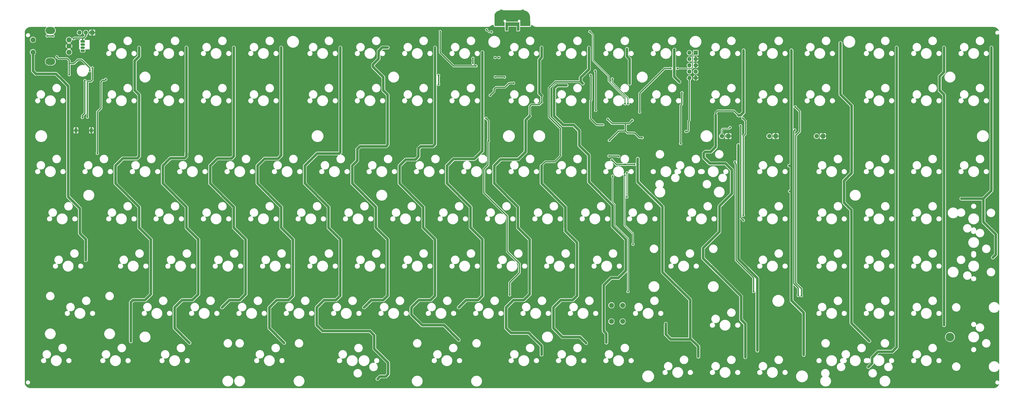
<source format=gbr>
G04 #@! TF.GenerationSoftware,KiCad,Pcbnew,7.0.2*
G04 #@! TF.CreationDate,2023-05-20T00:04:51-04:00*
G04 #@! TF.ProjectId,Boston-keyboard-V082JHA,426f7374-6f6e-42d6-9b65-79626f617264,rev?*
G04 #@! TF.SameCoordinates,Original*
G04 #@! TF.FileFunction,Copper,L1,Top*
G04 #@! TF.FilePolarity,Positive*
%FSLAX46Y46*%
G04 Gerber Fmt 4.6, Leading zero omitted, Abs format (unit mm)*
G04 Created by KiCad (PCBNEW 7.0.2) date 2023-05-20 00:04:51*
%MOMM*%
%LPD*%
G01*
G04 APERTURE LIST*
G04 #@! TA.AperFunction,ComponentPad*
%ADD10R,1.800000X1.070000*%
G04 #@! TD*
G04 #@! TA.AperFunction,ComponentPad*
%ADD11O,1.800000X1.070000*%
G04 #@! TD*
G04 #@! TA.AperFunction,ComponentPad*
%ADD12R,1.800000X1.800000*%
G04 #@! TD*
G04 #@! TA.AperFunction,ComponentPad*
%ADD13C,1.800000*%
G04 #@! TD*
G04 #@! TA.AperFunction,ComponentPad*
%ADD14C,2.000000*%
G04 #@! TD*
G04 #@! TA.AperFunction,ComponentPad*
%ADD15R,1.700000X1.700000*%
G04 #@! TD*
G04 #@! TA.AperFunction,ComponentPad*
%ADD16O,1.700000X1.700000*%
G04 #@! TD*
G04 #@! TA.AperFunction,ComponentPad*
%ADD17C,3.500000*%
G04 #@! TD*
G04 #@! TA.AperFunction,ComponentPad*
%ADD18C,2.032000*%
G04 #@! TD*
G04 #@! TA.AperFunction,ComponentPad*
%ADD19O,3.900000X2.799999*%
G04 #@! TD*
G04 #@! TA.AperFunction,ComponentPad*
%ADD20O,1.300000X1.900000*%
G04 #@! TD*
G04 #@! TA.AperFunction,ComponentPad*
%ADD21O,1.100000X2.200000*%
G04 #@! TD*
G04 #@! TA.AperFunction,ComponentPad*
%ADD22C,0.500000*%
G04 #@! TD*
G04 #@! TA.AperFunction,SMDPad,CuDef*
%ADD23R,1.200000X1.800000*%
G04 #@! TD*
G04 #@! TA.AperFunction,ViaPad*
%ADD24C,0.800000*%
G04 #@! TD*
G04 #@! TA.AperFunction,ViaPad*
%ADD25C,0.600000*%
G04 #@! TD*
G04 #@! TA.AperFunction,Conductor*
%ADD26C,1.000000*%
G04 #@! TD*
G04 #@! TA.AperFunction,Conductor*
%ADD27C,0.300000*%
G04 #@! TD*
G04 #@! TA.AperFunction,Conductor*
%ADD28C,0.500000*%
G04 #@! TD*
G04 APERTURE END LIST*
D10*
X79000000Y-34470000D03*
D11*
X79000000Y-35740000D03*
X79000000Y-37010000D03*
X79000000Y-38280000D03*
D12*
X338732500Y-72712500D03*
D13*
X336192500Y-72712500D03*
D12*
X357782500Y-72712500D03*
D13*
X355242500Y-72712500D03*
D14*
X291750000Y-147400000D03*
X291750000Y-140900000D03*
X296250000Y-147400000D03*
X296250000Y-140900000D03*
D15*
X82825000Y-30950000D03*
D16*
X80285000Y-30950000D03*
X77745000Y-30950000D03*
D17*
X427950304Y-153675080D03*
D15*
X325655625Y-39087500D03*
D16*
X323115625Y-39087500D03*
X325655625Y-41627500D03*
X323115625Y-41627500D03*
X325655625Y-44167500D03*
X323115625Y-44167500D03*
X325655625Y-46707500D03*
X323115625Y-46707500D03*
X325655625Y-49247500D03*
X323115625Y-49247500D03*
D12*
X376832500Y-72712500D03*
D13*
X374292500Y-72712500D03*
D18*
X73500000Y-33875000D03*
X73500000Y-38875000D03*
X73500000Y-36375000D03*
D19*
X66000000Y-30125000D03*
X66000000Y-42625000D03*
D18*
X59000000Y-33875000D03*
X59000000Y-38875000D03*
D20*
X247437000Y-22600000D03*
D21*
X247437000Y-26800000D03*
D20*
X256037000Y-22600000D03*
D21*
X256037000Y-26800000D03*
D22*
X82800000Y-70975000D03*
X82800000Y-70375000D03*
X82800000Y-69775000D03*
D23*
X82500000Y-70375000D03*
D22*
X82200000Y-70975000D03*
X82200000Y-70375000D03*
X82200000Y-69775000D03*
X76600000Y-70975000D03*
X76600000Y-70375000D03*
X76600000Y-69775000D03*
D23*
X76300000Y-70375000D03*
D22*
X76000000Y-70975000D03*
X76000000Y-70375000D03*
X76000000Y-69775000D03*
D24*
X213500000Y-150425000D03*
X215250000Y-152925000D03*
X300418750Y-116306250D03*
X297100000Y-88425000D03*
D25*
X288390000Y-68115000D03*
D24*
X283400000Y-48125000D03*
X285200000Y-46425000D03*
X285400000Y-62325000D03*
X350443750Y-159168750D03*
X342800000Y-76325000D03*
X292200000Y-88825000D03*
X298431250Y-135356250D03*
X348931250Y-135356250D03*
X341400000Y-83125000D03*
X298000000Y-87525000D03*
X297968750Y-97256250D03*
X291900000Y-82325000D03*
X301000000Y-84125000D03*
X297200000Y-84125000D03*
X243000000Y-56225000D03*
X298400000Y-59625000D03*
X292093750Y-49631250D03*
X252400000Y-51325000D03*
X248700000Y-48925000D03*
X222856250Y-30581250D03*
X297200000Y-59625000D03*
X283043750Y-30581250D03*
X64700000Y-32325000D03*
X237200000Y-44425000D03*
X67100000Y-32325000D03*
X245000000Y-48825000D03*
X294650000Y-80875000D03*
X290750000Y-80725000D03*
X88300000Y-49825000D03*
X84900000Y-79625000D03*
X339500000Y-69225000D03*
X365500000Y-70225000D03*
X366900000Y-136925000D03*
X321700000Y-70825000D03*
X71500000Y-44425000D03*
X312150000Y-99375000D03*
X79100000Y-108125000D03*
X181400000Y-46425000D03*
X284300000Y-47025000D03*
X256000000Y-74525000D03*
X257100000Y-31925000D03*
X227400000Y-153825000D03*
X238600000Y-136625000D03*
X79100000Y-110625000D03*
X407700000Y-96175000D03*
X299200000Y-79625000D03*
X195850000Y-108125000D03*
X300300000Y-41725000D03*
X132800000Y-96025000D03*
X300500000Y-44325000D03*
X319900000Y-77625000D03*
X296450000Y-117425000D03*
X238600000Y-134225000D03*
X154800000Y-152425000D03*
X279200000Y-134225000D03*
X203000000Y-136625000D03*
X74250000Y-95625000D03*
X318700000Y-66975000D03*
X341600000Y-76925000D03*
X398350000Y-153175000D03*
X394150000Y-164925000D03*
X237000000Y-69625000D03*
X170500000Y-76925000D03*
X258400000Y-76625000D03*
X222000000Y-36825000D03*
X212500000Y-80625000D03*
D25*
X284500000Y-48525000D03*
D24*
X157100000Y-80475000D03*
X279100000Y-117475000D03*
X161500000Y-110575000D03*
X297900000Y-98375000D03*
X162400000Y-136625000D03*
X345300000Y-105625000D03*
X152100000Y-96125000D03*
X268300000Y-80625000D03*
X424400000Y-79375000D03*
X273650000Y-49525000D03*
X183800000Y-75425000D03*
X203000000Y-134225000D03*
X329300000Y-115275000D03*
X157700000Y-108125000D03*
X389600000Y-62625000D03*
X257900000Y-153225000D03*
X164800000Y-136625000D03*
X229200000Y-155425000D03*
X119600000Y-50825000D03*
X224300000Y-59125000D03*
X81400000Y-115225000D03*
X366900000Y-76875000D03*
X308500000Y-155825000D03*
X183850000Y-117425000D03*
X173900000Y-80825000D03*
X272100000Y-110575000D03*
X87300000Y-57825000D03*
X428200000Y-120475000D03*
X304000000Y-59625000D03*
X138600000Y-46425000D03*
X309900000Y-47125000D03*
X407650000Y-75075000D03*
X298850000Y-96025000D03*
X346200000Y-63425000D03*
X256000000Y-137625000D03*
X258000000Y-60825000D03*
X160200000Y-70425000D03*
X365400000Y-134225000D03*
X341000000Y-115225000D03*
X387150000Y-117475000D03*
X249600000Y-98375000D03*
X343200000Y-63025000D03*
X256200000Y-65525000D03*
X85700000Y-80575000D03*
X328400000Y-77475000D03*
X426700000Y-148775000D03*
X318200000Y-44225000D03*
X264400000Y-45575000D03*
X197600000Y-155625000D03*
X258300000Y-47725000D03*
X87300000Y-53125000D03*
X241000000Y-134225000D03*
X105400000Y-117425000D03*
X107600000Y-115225000D03*
X119600000Y-75325000D03*
X424400000Y-123175000D03*
X299600000Y-152475000D03*
D25*
X332700000Y-71625000D03*
D24*
X72000000Y-76975000D03*
X74350000Y-76975000D03*
X249600000Y-136625000D03*
X289800000Y-137625000D03*
X194600000Y-44425000D03*
X281500000Y-42625000D03*
X250750000Y-108125000D03*
X102850000Y-80575000D03*
X407700000Y-136525000D03*
X138600000Y-72825000D03*
X274550000Y-110575000D03*
X221950000Y-115225000D03*
X257600000Y-134225000D03*
X343950000Y-117425000D03*
D25*
X332600000Y-69125000D03*
D24*
X234350000Y-110625000D03*
X243100000Y-76625000D03*
X291100000Y-65125000D03*
D25*
X247500000Y-28925000D03*
D24*
X340950000Y-96775000D03*
X289250000Y-96075000D03*
X119500000Y-80475000D03*
X244600000Y-98425000D03*
X286900000Y-76625000D03*
X60200000Y-44425000D03*
X193500000Y-96175000D03*
X301250000Y-67025000D03*
X314900000Y-150625000D03*
D25*
X332600000Y-63825000D03*
D24*
X250700000Y-115175000D03*
X297050000Y-110575000D03*
X235000000Y-43225000D03*
X74500000Y-44325000D03*
X343600000Y-60025000D03*
X298000000Y-136525000D03*
X407650000Y-50775000D03*
X271150000Y-46925000D03*
X259800000Y-151725000D03*
X426700000Y-141925000D03*
X83700000Y-50825000D03*
X162400000Y-134225000D03*
X336400000Y-102075000D03*
X351800000Y-134225000D03*
X198100000Y-108125000D03*
X324600000Y-138825000D03*
X141000000Y-50825000D03*
X240700000Y-30625000D03*
X405350000Y-115175000D03*
X278900000Y-66525000D03*
X389600000Y-60525000D03*
X267550000Y-44375000D03*
X258500000Y-74525000D03*
X300100000Y-110575000D03*
X160050000Y-108125000D03*
X271200000Y-44525000D03*
X188300000Y-80625000D03*
X181400000Y-70325000D03*
X158200000Y-110575000D03*
X229300000Y-32825000D03*
X212900000Y-76925000D03*
X267150000Y-150125000D03*
X238500000Y-46925000D03*
X97200000Y-148625000D03*
X363000000Y-76875000D03*
X80800000Y-133825000D03*
X191850000Y-94525000D03*
X283900000Y-84625000D03*
X114800000Y-149425000D03*
X311100000Y-108125000D03*
X155800000Y-150025000D03*
X113800000Y-96025000D03*
X346700000Y-152825000D03*
X366850000Y-117475000D03*
X223000000Y-47425000D03*
X265700000Y-60625000D03*
X304850000Y-155575000D03*
X302200000Y-59625000D03*
X138600000Y-50825000D03*
X290900000Y-153325000D03*
X140950000Y-108125000D03*
X81400000Y-117425000D03*
X315800000Y-41725000D03*
X258500000Y-70925000D03*
X346600000Y-73675000D03*
X94800000Y-96025000D03*
X100500000Y-75025000D03*
X313450000Y-104575000D03*
X157600000Y-98375000D03*
X313450000Y-102275000D03*
X366800000Y-75025000D03*
X382750000Y-50775000D03*
X124400000Y-117425000D03*
X261500000Y-153375000D03*
X288550000Y-155525000D03*
X271150000Y-42475000D03*
D25*
X288200000Y-70025000D03*
D24*
X135200000Y-98425000D03*
X240950000Y-115175000D03*
X269900000Y-63025000D03*
X219650000Y-117425000D03*
X143400000Y-134225000D03*
X405400000Y-79325000D03*
X261400000Y-43325000D03*
X369150000Y-136475000D03*
X346000000Y-61725000D03*
D25*
X294200000Y-52025000D03*
D24*
X104600000Y-136625000D03*
X119600000Y-98425000D03*
X334900000Y-74625000D03*
X255300000Y-108125000D03*
X426750000Y-116725000D03*
X293900000Y-54925000D03*
X279700000Y-64425000D03*
X407650000Y-79375000D03*
X99600000Y-148625000D03*
X346400000Y-60025000D03*
X235000000Y-41325000D03*
X370250000Y-160325000D03*
X122000000Y-50825000D03*
X243600000Y-57125000D03*
X170600000Y-80525000D03*
X318600000Y-72025000D03*
X70300000Y-54875000D03*
X407650000Y-98375000D03*
X405350000Y-98425000D03*
X119600000Y-108025000D03*
X202900000Y-75425000D03*
X257700000Y-115225000D03*
X426700000Y-43525000D03*
X315700000Y-46625000D03*
X138600000Y-98425000D03*
X347400000Y-137225000D03*
X296300000Y-96075000D03*
X424400000Y-112125000D03*
X248900000Y-115225000D03*
X85500000Y-50825000D03*
X321000000Y-60125000D03*
X318700000Y-62675000D03*
X323300000Y-155775000D03*
X348000000Y-134225000D03*
X237000000Y-41325000D03*
X251900000Y-110575000D03*
X238650000Y-115175000D03*
X443400000Y-76625000D03*
X241000000Y-40975000D03*
X426800000Y-74975000D03*
X275600000Y-137625000D03*
X327850000Y-160325000D03*
X81800000Y-149825000D03*
X424400000Y-45825000D03*
X282300000Y-69825000D03*
X100400000Y-108025000D03*
D25*
X248200000Y-28925000D03*
D24*
X121900000Y-73225000D03*
X256900000Y-81025000D03*
X241400000Y-49725000D03*
X363000000Y-134225000D03*
X407650000Y-117475000D03*
X157700000Y-77075000D03*
D25*
X334600000Y-63525000D03*
D24*
X267500000Y-58925000D03*
X424400000Y-63225000D03*
X280450000Y-153225000D03*
X345850000Y-93975000D03*
X256000000Y-76625000D03*
X237000000Y-43225000D03*
X387300000Y-62625000D03*
X301850000Y-77225000D03*
X141000000Y-103725000D03*
X297600000Y-41725000D03*
X389450000Y-117425000D03*
X293050000Y-98375000D03*
X336350000Y-108625000D03*
X315850000Y-48575000D03*
X235000000Y-45325000D03*
X260800000Y-80525000D03*
X341000000Y-107475000D03*
X342200000Y-70925000D03*
X99600000Y-146425000D03*
X280000000Y-70025000D03*
X299200000Y-65825000D03*
X244300000Y-40025000D03*
X217200000Y-108075000D03*
X330650000Y-77525000D03*
X336400000Y-104425000D03*
X408900000Y-158925000D03*
X342800000Y-134225000D03*
X198800000Y-49425000D03*
X342600000Y-139025000D03*
X86600000Y-41225000D03*
X367900000Y-160275000D03*
X274350000Y-108125000D03*
X386900000Y-60525000D03*
X246500000Y-45725000D03*
X343750000Y-50675000D03*
X345100000Y-64625000D03*
X143450000Y-115175000D03*
X389500000Y-136525000D03*
X345800000Y-85325000D03*
X98800000Y-41625000D03*
X300000000Y-146825000D03*
D25*
X259900000Y-60825000D03*
D24*
X141000000Y-75325000D03*
X290800000Y-62625000D03*
X243300000Y-67125000D03*
X219600000Y-134225000D03*
X238600000Y-74425000D03*
X313350000Y-97025000D03*
X291900000Y-77525000D03*
X407700000Y-84575000D03*
X284500000Y-55725000D03*
X69450000Y-46975000D03*
X76700000Y-108125000D03*
X311700000Y-45425000D03*
X334000000Y-110625000D03*
X318550000Y-48575000D03*
X363000000Y-70825000D03*
X264500000Y-53825000D03*
X126800000Y-117425000D03*
X426750000Y-134275000D03*
D25*
X284400000Y-60025000D03*
D24*
X219600000Y-70725000D03*
X405350000Y-117475000D03*
X140950000Y-80525000D03*
X164750000Y-115175000D03*
X320550000Y-62675000D03*
X264800000Y-41525000D03*
X196350000Y-110575000D03*
X293000000Y-96125000D03*
X101000000Y-110825000D03*
X183800000Y-50825000D03*
X308350000Y-102275000D03*
X287400000Y-134225000D03*
X238600000Y-49625000D03*
X300400000Y-46725000D03*
X247350000Y-96175000D03*
X181600000Y-50825000D03*
D25*
X288400000Y-67325000D03*
D24*
X324600000Y-142425000D03*
X245400000Y-47725000D03*
X259800000Y-155025000D03*
X82200000Y-35725000D03*
X215400000Y-110625000D03*
X202900000Y-115175000D03*
X160200000Y-50825000D03*
X71900000Y-49525000D03*
X266400000Y-47325000D03*
X85900000Y-76825000D03*
X245500000Y-52125000D03*
X349300000Y-157825000D03*
X311150000Y-112975000D03*
X113600000Y-76825000D03*
X242000000Y-98375000D03*
X366500000Y-70225000D03*
X407700000Y-150975000D03*
X181400000Y-136625000D03*
X138700000Y-108125000D03*
X215300000Y-80725000D03*
X157600000Y-50825000D03*
X222000000Y-136625000D03*
X219600000Y-46225000D03*
X363050000Y-74975000D03*
X238650000Y-117425000D03*
X123400000Y-110625000D03*
X122000000Y-46425000D03*
X126800000Y-134225000D03*
X79900000Y-64825000D03*
X197400000Y-44425000D03*
X83700000Y-44425000D03*
X268650000Y-98375000D03*
X154350000Y-98375000D03*
X69600000Y-40325000D03*
X426700000Y-136475000D03*
X363050000Y-96125000D03*
X272050000Y-108125000D03*
X256000000Y-70925000D03*
X424400000Y-76775000D03*
X79200000Y-115225000D03*
X343750000Y-48375000D03*
X284400000Y-62225000D03*
X283900000Y-80525000D03*
X292100000Y-48325000D03*
X69600000Y-44375000D03*
X405350000Y-85125000D03*
X322200000Y-142425000D03*
X246900000Y-32825000D03*
X211500000Y-98425000D03*
X312000000Y-49225000D03*
X389500000Y-115175000D03*
X228350000Y-96125000D03*
X81900000Y-49225000D03*
X424400000Y-115425000D03*
X290950000Y-157475000D03*
X264700000Y-58725000D03*
X242400000Y-55325000D03*
X57850000Y-44375000D03*
X214850000Y-108125000D03*
X367950000Y-158025000D03*
X119600000Y-77125000D03*
X162500000Y-117475000D03*
X103000000Y-73225000D03*
X367300000Y-137925000D03*
X200400000Y-136625000D03*
X247500000Y-52125000D03*
X283500000Y-68025000D03*
X142400000Y-110575000D03*
X261500000Y-45625000D03*
X212550000Y-96075000D03*
X405400000Y-60525000D03*
X153000000Y-150025000D03*
X280500000Y-55625000D03*
X183850000Y-115225000D03*
X242250000Y-96025000D03*
X219600000Y-75325000D03*
X351550000Y-157825000D03*
X141200000Y-46225000D03*
X336150000Y-115325000D03*
X76700000Y-110625000D03*
X223200000Y-51025000D03*
X250600000Y-96075000D03*
X107600000Y-117425000D03*
X160050000Y-103775000D03*
X405400000Y-63225000D03*
X256800000Y-110575000D03*
X113600000Y-80525000D03*
X299900000Y-144825000D03*
X74300000Y-54475000D03*
X240900000Y-74525000D03*
X296300000Y-98575000D03*
X252900000Y-108125000D03*
D25*
X334800000Y-71625000D03*
D24*
X263900000Y-43325000D03*
X260050000Y-115175000D03*
X387250000Y-76775000D03*
X266350000Y-96075000D03*
X236100000Y-80525000D03*
X132400000Y-80525000D03*
X271900000Y-98425000D03*
X345800000Y-76725000D03*
X58350000Y-47425000D03*
X202900000Y-36525000D03*
X365300000Y-50775000D03*
X98600000Y-47025000D03*
X275000000Y-52425000D03*
X190200000Y-96125000D03*
X155400000Y-142425000D03*
X200400000Y-47625000D03*
X340950000Y-85275000D03*
X424400000Y-61625000D03*
X322250000Y-153475000D03*
X105200000Y-134225000D03*
X85900000Y-75025000D03*
X384100000Y-57725000D03*
X342900000Y-73425000D03*
X239750000Y-96125000D03*
X145800000Y-136625000D03*
X366800000Y-79325000D03*
X209200000Y-96125000D03*
X67100000Y-33325000D03*
X116600000Y-152625000D03*
X340750000Y-103675000D03*
X141000000Y-70525000D03*
X386450000Y-91225000D03*
X405400000Y-150825000D03*
X197100000Y-169425000D03*
X160050000Y-77025000D03*
X290900000Y-81825000D03*
X363050000Y-48525000D03*
X241300000Y-69725000D03*
X366800000Y-96125000D03*
X334050000Y-104325000D03*
X85200000Y-53125000D03*
X105400000Y-115225000D03*
D25*
X334800000Y-69625000D03*
D24*
X295300000Y-108125000D03*
X426700000Y-113125000D03*
X116200000Y-98425000D03*
X219400000Y-136625000D03*
X324600000Y-153725000D03*
X386550000Y-93475000D03*
X320550000Y-67025000D03*
X426750000Y-109925000D03*
X299500000Y-59925000D03*
X385050000Y-50775000D03*
X200600000Y-134225000D03*
X405400000Y-96075000D03*
X281500000Y-44425000D03*
X193000000Y-142625000D03*
X177250000Y-110575000D03*
X347700000Y-71054033D03*
X138600000Y-75425000D03*
X155350000Y-96125000D03*
X188500000Y-76925000D03*
X160400000Y-154725000D03*
X179050000Y-108125000D03*
X289800000Y-134225000D03*
X241100000Y-76725000D03*
X382750000Y-48525000D03*
X184000000Y-46425000D03*
X363050000Y-50775000D03*
X298200000Y-63425000D03*
X83900000Y-49225000D03*
X126800000Y-115225000D03*
X298200000Y-76875000D03*
X259600000Y-65625000D03*
X181500000Y-75325000D03*
X231500000Y-96075000D03*
X72000000Y-96175000D03*
X370300000Y-157625000D03*
X396450000Y-154575000D03*
X365300000Y-61925000D03*
X335100000Y-112975000D03*
X312400000Y-150525000D03*
X83000000Y-133825000D03*
X243300000Y-69625000D03*
X184000000Y-136625000D03*
X407700000Y-115175000D03*
X345800000Y-95925000D03*
X197600000Y-157925000D03*
X141000000Y-77125000D03*
X407700000Y-48525000D03*
X121900000Y-80575000D03*
X299350000Y-115125000D03*
X279000000Y-115125000D03*
X282650000Y-155625000D03*
X363050000Y-115175000D03*
X194800000Y-153225000D03*
X267500000Y-60725000D03*
X295100000Y-71525000D03*
X243600000Y-53825000D03*
X325500000Y-160325000D03*
X233800000Y-98375000D03*
X221950000Y-117425000D03*
X81700000Y-47625000D03*
X145800000Y-134225000D03*
X265100000Y-80525000D03*
X405400000Y-48525000D03*
X286000000Y-96125000D03*
X288300000Y-98375000D03*
X120000000Y-110625000D03*
X101200000Y-45625000D03*
X117800000Y-149825000D03*
X304100000Y-62725000D03*
X83900000Y-76825000D03*
X241200000Y-66725000D03*
X142600000Y-136625000D03*
X346050000Y-50675000D03*
X341000000Y-117475000D03*
X337000000Y-84825000D03*
X288100000Y-44825000D03*
X389500000Y-79375000D03*
X261500000Y-41525000D03*
X233900000Y-69625000D03*
X238600000Y-63925000D03*
X79000000Y-53175000D03*
X121900000Y-75425000D03*
X405400000Y-50775000D03*
X297800000Y-46725000D03*
X157700000Y-72325000D03*
X313450000Y-112925000D03*
X195000000Y-155625000D03*
X233950000Y-108075000D03*
X74300000Y-57175000D03*
X104400000Y-110625000D03*
X248900000Y-117425000D03*
X363050000Y-79325000D03*
X75400000Y-97725000D03*
X324050000Y-60125000D03*
X248800000Y-110575000D03*
X296400000Y-115125000D03*
X74350000Y-79375000D03*
X197600000Y-153225000D03*
X341700000Y-79075000D03*
X107600000Y-136625000D03*
X366800000Y-98375000D03*
X264100000Y-49725000D03*
X174450000Y-96025000D03*
X320700000Y-75725000D03*
X214850000Y-98425000D03*
X265800000Y-62925000D03*
X270450000Y-53425000D03*
X363000000Y-137825000D03*
X317050000Y-50375000D03*
X160000000Y-75325000D03*
X269900000Y-60725000D03*
X311050000Y-110575000D03*
X270400000Y-76625000D03*
X290800000Y-59925000D03*
X329000000Y-97625000D03*
X384200000Y-93525000D03*
X272200000Y-76625000D03*
X222300000Y-59125000D03*
X100600000Y-98425000D03*
X231000000Y-153625000D03*
X313500000Y-110625000D03*
X272300000Y-70025000D03*
X424450000Y-134275000D03*
X297000000Y-71625000D03*
X426800000Y-79425000D03*
X107800000Y-134225000D03*
X240950000Y-117475000D03*
X296450000Y-69725000D03*
X270200000Y-70025000D03*
X340950000Y-105575000D03*
X407700000Y-61625000D03*
X276800000Y-51625000D03*
X405350000Y-76825000D03*
X275850000Y-115175000D03*
X83900000Y-79625000D03*
X247500000Y-53925000D03*
X244100000Y-45425000D03*
X269600000Y-148675000D03*
X407700000Y-76825000D03*
D25*
X282700000Y-51425000D03*
D24*
X136400000Y-96025000D03*
X269600000Y-96075000D03*
X164800000Y-117475000D03*
X171050000Y-96125000D03*
X183800000Y-134225000D03*
X292200000Y-110575000D03*
X99600000Y-155425000D03*
X318200000Y-41725000D03*
X259800000Y-62825000D03*
X157600000Y-46225000D03*
X321800000Y-138825000D03*
X346050000Y-48375000D03*
X299200000Y-117525000D03*
X230100000Y-31125000D03*
X74900000Y-32525000D03*
D25*
X255800000Y-29025000D03*
D24*
X241100000Y-46925000D03*
X181550000Y-117425000D03*
X241200000Y-64425000D03*
X363050000Y-98375000D03*
X331800000Y-112975000D03*
X249800000Y-134225000D03*
X407750000Y-155775000D03*
X344400000Y-160275000D03*
X304100000Y-72325000D03*
X367000000Y-140025000D03*
X276800000Y-117425000D03*
X312300000Y-148625000D03*
X424350000Y-74925000D03*
X387250000Y-75075000D03*
X102400000Y-41825000D03*
X238500000Y-76625000D03*
X344450000Y-152775000D03*
X407700000Y-63225000D03*
X78900000Y-50825000D03*
X301450000Y-79975000D03*
X200600000Y-117475000D03*
X281400000Y-89825000D03*
X385050000Y-48525000D03*
X277600000Y-76625000D03*
X191850000Y-97825000D03*
X181550000Y-115225000D03*
X76400000Y-41125000D03*
X301400000Y-63425000D03*
X257750000Y-117475000D03*
X405400000Y-75025000D03*
X124400000Y-115225000D03*
X365350000Y-48525000D03*
X298900000Y-56525000D03*
X346750000Y-160325000D03*
X97200000Y-146425000D03*
X344000000Y-107625000D03*
X283800000Y-90625000D03*
X260200000Y-134225000D03*
X123100000Y-155825000D03*
X267600000Y-63025000D03*
X276600000Y-70025000D03*
X247600000Y-47825000D03*
X126800000Y-136625000D03*
X424450000Y-136475000D03*
X219650000Y-115225000D03*
X250650000Y-117425000D03*
X405350000Y-136525000D03*
X426800000Y-122375000D03*
X282200000Y-92425000D03*
D25*
X256600000Y-29025000D03*
X331100000Y-68125000D03*
D24*
X313100000Y-46825000D03*
D25*
X284500000Y-51425000D03*
D24*
X285500000Y-66525000D03*
X85500000Y-57625000D03*
X199650000Y-110575000D03*
X237800000Y-82425000D03*
X83900000Y-74925000D03*
X247600000Y-49725000D03*
X140950000Y-72825000D03*
X297300000Y-79675000D03*
X238650000Y-41525000D03*
X184900000Y-71325000D03*
X245500000Y-49825000D03*
X74100000Y-48825000D03*
X122000000Y-108025000D03*
X393900000Y-152025000D03*
X387150000Y-115225000D03*
X251800000Y-134225000D03*
X268400000Y-48525000D03*
X297900000Y-44325000D03*
X260050000Y-117475000D03*
X172000000Y-142425000D03*
X162500000Y-115175000D03*
X424400000Y-43625000D03*
X117400000Y-96025000D03*
X279200000Y-155575000D03*
X229200000Y-152025000D03*
X389550000Y-75075000D03*
X389650000Y-76725000D03*
X345000000Y-137225000D03*
X72000000Y-57175000D03*
X138700000Y-77125000D03*
X245100000Y-55425000D03*
X315900000Y-44225000D03*
X327850000Y-158025000D03*
X252900000Y-98375000D03*
X306900000Y-151325000D03*
X318300000Y-46525000D03*
X342000000Y-133025000D03*
X79200000Y-117425000D03*
X157700000Y-75325000D03*
X259600000Y-137625000D03*
X164800000Y-134225000D03*
X258000000Y-62925000D03*
X366850000Y-115125000D03*
X121950000Y-77025000D03*
X346750000Y-150875000D03*
X248850000Y-108125000D03*
X119600000Y-46425000D03*
X245500000Y-54125000D03*
X200600000Y-75425000D03*
X289400000Y-48525000D03*
X445850000Y-76625000D03*
X74500000Y-42525000D03*
X176800000Y-98425000D03*
X160200000Y-46225000D03*
X72750000Y-98375000D03*
X255400000Y-30025000D03*
X158200000Y-152425000D03*
X443350000Y-74875000D03*
X94300000Y-80525000D03*
X145750000Y-115125000D03*
X123600000Y-136625000D03*
X299362696Y-134029751D03*
X222000000Y-134225000D03*
D25*
X290800000Y-51825000D03*
D24*
X324050000Y-62675000D03*
X98400000Y-96025000D03*
X79600000Y-39525000D03*
X151700000Y-80525000D03*
X238600000Y-66925000D03*
X219500000Y-60325000D03*
X200600000Y-115225000D03*
X318650000Y-60125000D03*
X100200000Y-80525000D03*
X82600000Y-53175000D03*
X426800000Y-76775000D03*
X323650000Y-67075000D03*
X181400000Y-134225000D03*
X221400000Y-77025000D03*
X392200000Y-153675000D03*
X298800000Y-54925000D03*
X219600000Y-50625000D03*
X284000000Y-44325000D03*
X119500000Y-71525000D03*
X346800000Y-158075000D03*
X291000000Y-108125000D03*
X103000000Y-76525000D03*
X313500000Y-108025000D03*
X174400000Y-142225000D03*
X344450000Y-151025000D03*
X208800000Y-80525000D03*
X278300000Y-48425000D03*
X71950000Y-79375000D03*
X281750000Y-48475000D03*
X132400000Y-76925000D03*
X294850000Y-81925000D03*
X124400000Y-134225000D03*
X313650000Y-115275000D03*
X160000000Y-80525000D03*
X243400000Y-49825000D03*
X253700000Y-80625000D03*
X192200000Y-80525000D03*
X222000000Y-70225000D03*
X339000000Y-93325000D03*
X222000000Y-75325000D03*
X387150000Y-136525000D03*
X343950000Y-115175000D03*
X288600000Y-153275000D03*
X334000000Y-107425000D03*
X393900000Y-155375000D03*
X332500000Y-74625000D03*
X289800000Y-74625000D03*
X139200000Y-110575000D03*
X369200000Y-134125000D03*
X426700000Y-45925000D03*
X407700000Y-134275000D03*
D25*
X286300000Y-60025000D03*
D24*
X298000000Y-108075000D03*
X276800000Y-134225000D03*
D25*
X335400000Y-68225000D03*
D24*
X387300000Y-79425000D03*
X202900000Y-117425000D03*
X143450000Y-117425000D03*
X389500000Y-134275000D03*
X100500000Y-76725000D03*
X246500000Y-40025000D03*
X120200000Y-152425000D03*
X180550000Y-110575000D03*
X282400000Y-62025000D03*
D25*
X286300000Y-51825000D03*
D24*
X173350000Y-98475000D03*
X311200000Y-104575000D03*
X345750000Y-98425000D03*
X341000000Y-136025000D03*
X145700000Y-117425000D03*
X230550000Y-98375000D03*
X325350000Y-157925000D03*
X345700000Y-79125000D03*
X103000000Y-108025000D03*
X285200000Y-41825000D03*
X286400000Y-48325000D03*
X176800000Y-108175000D03*
X387150000Y-134275000D03*
X88800000Y-50825000D03*
X405350000Y-134275000D03*
X261200000Y-51025000D03*
X138400000Y-80575000D03*
X264800000Y-37025000D03*
X286900000Y-46025000D03*
X406550000Y-159425000D03*
X280800000Y-76625000D03*
X267250000Y-147725000D03*
X218700000Y-110575000D03*
X384200000Y-91175000D03*
X351600000Y-137825000D03*
X241200000Y-136625000D03*
X279000000Y-137625000D03*
X222200000Y-29625000D03*
X363050000Y-117425000D03*
X236250000Y-108075000D03*
X78600000Y-149425000D03*
X282400000Y-55525000D03*
X203000000Y-70325000D03*
X237700000Y-110575000D03*
X200500000Y-70325000D03*
X79600000Y-41325000D03*
X315000000Y-148025000D03*
X320700000Y-71225000D03*
X97000000Y-98425000D03*
X245600000Y-80525000D03*
X343700000Y-68525000D03*
X344800000Y-106625000D03*
X344600000Y-65525000D03*
X344800000Y-104575000D03*
X239831250Y-122718750D03*
X239831396Y-38856396D03*
X235068750Y-103668750D03*
X230306250Y-141768750D03*
X239831396Y-56043748D03*
X239831396Y-70331260D03*
X225543750Y-84618750D03*
X220781250Y-36993750D03*
X220781250Y-122718750D03*
X211256250Y-141768750D03*
X216018750Y-103668750D03*
X230306250Y-154865625D03*
X220781250Y-56043750D03*
D25*
X220781250Y-70331250D03*
D24*
X206493750Y-84618750D03*
X201731250Y-36993750D03*
D25*
X201731250Y-70331250D03*
D24*
X192206250Y-141768750D03*
X201731250Y-56043750D03*
X201731250Y-122718750D03*
X187443750Y-84618750D03*
X196968750Y-103668750D03*
X182681250Y-56043750D03*
X182681250Y-122718750D03*
X182681250Y-36993750D03*
X196300000Y-158425000D03*
D25*
X182681250Y-70331250D03*
D24*
X197600000Y-170625000D03*
X173156250Y-141768750D03*
X177918750Y-103668750D03*
X168393750Y-84618750D03*
X149343750Y-84618750D03*
X158868750Y-103668750D03*
X163631250Y-122718750D03*
X160059375Y-156056250D03*
X154106250Y-141768750D03*
X158868750Y-56043750D03*
X158868750Y-36993750D03*
D25*
X158868750Y-70493750D03*
D24*
X139818750Y-103668750D03*
D25*
X139818750Y-70606250D03*
D24*
X139818750Y-56043750D03*
X139818750Y-36993750D03*
X135056250Y-141768750D03*
X144581250Y-122718750D03*
X130293750Y-84618750D03*
X120768750Y-56043750D03*
X121959375Y-156056250D03*
X120768750Y-36993750D03*
X116006250Y-141768750D03*
X120768750Y-103668750D03*
X111243750Y-84618750D03*
X125531250Y-122718750D03*
X120768750Y-70893750D03*
X106481250Y-122718750D03*
X101718750Y-103668750D03*
X92193750Y-84618750D03*
X98400000Y-155425000D03*
X101718750Y-75093750D03*
X101718750Y-36993750D03*
X101718750Y-56043750D03*
X445200000Y-121625000D03*
X444618750Y-75843750D03*
X444618750Y-36993750D03*
X432500000Y-97925000D03*
X444618750Y-84618750D03*
X444618750Y-56043750D03*
X425568750Y-56043750D03*
X425568750Y-148912274D03*
X425568750Y-103668750D03*
X425568750Y-84618750D03*
X425568750Y-36993750D03*
X425568750Y-141768750D03*
X425568750Y-122718750D03*
X425568750Y-62256250D03*
X395100000Y-165825000D03*
X406518750Y-84618750D03*
X406518750Y-122718750D03*
X406518750Y-36993750D03*
X406518750Y-61306250D03*
X406518750Y-103668750D03*
X406518750Y-56043750D03*
X406518750Y-141768750D03*
X388300000Y-141725000D03*
X385500000Y-57525000D03*
X383900000Y-53325000D03*
X388300000Y-122825000D03*
X388400000Y-84325000D03*
X383900000Y-35125000D03*
X395500000Y-155325000D03*
X388300000Y-104225000D03*
X363300000Y-84625000D03*
X364200000Y-123625000D03*
X364200000Y-104325000D03*
X364200000Y-56225000D03*
X364200000Y-62525000D03*
X369100000Y-160925000D03*
X363400000Y-94925000D03*
X364100000Y-38125000D03*
X344900000Y-61725000D03*
X336500000Y-99625000D03*
X329500000Y-79025000D03*
X343900000Y-146725000D03*
X345600000Y-161825000D03*
X344900000Y-38125000D03*
X344900000Y-56625000D03*
X328600000Y-119625000D03*
X320100000Y-55225000D03*
X312000000Y-100825000D03*
X302300000Y-81825000D03*
X319100000Y-50825000D03*
X319600000Y-75725000D03*
X317100000Y-37825000D03*
X326700000Y-161625000D03*
X313600000Y-148325000D03*
X297576757Y-123314117D03*
X299100000Y-51525000D03*
X273700000Y-52225000D03*
X288647062Y-141768820D03*
X298000000Y-37525000D03*
X292218940Y-103668788D03*
X282693932Y-84618772D03*
X289700000Y-155925000D03*
X277931250Y-122718750D03*
X268406250Y-141768750D03*
X273168750Y-103668750D03*
X281585937Y-156139063D03*
D25*
X282693932Y-36993732D03*
X280200000Y-51525000D03*
D24*
X263643750Y-84618750D03*
X258881250Y-122718750D03*
X262700000Y-55425000D03*
X249356250Y-141768750D03*
X263643916Y-59068916D03*
X254118750Y-103668750D03*
X263643916Y-36993732D03*
X244593750Y-84618750D03*
X263643750Y-160818750D03*
X80287500Y-122718750D03*
X73143750Y-75668750D03*
X73143750Y-84618750D03*
X77906250Y-103668750D03*
X70762500Y-50090625D03*
X368200000Y-137025000D03*
X365700000Y-60925000D03*
X236000000Y-43225000D03*
X80900000Y-65025000D03*
X82900000Y-45225000D03*
X236000000Y-41325000D03*
X222200000Y-48225000D03*
X290300000Y-65925000D03*
X315600000Y-45425000D03*
X241300000Y-65525000D03*
X68600000Y-40725000D03*
X222200000Y-51825000D03*
X73600000Y-47925000D03*
X318300000Y-45425000D03*
X300100000Y-66325000D03*
X81900000Y-46325000D03*
X290900000Y-74425000D03*
X242300000Y-74525000D03*
X303100000Y-63025000D03*
X250800000Y-136725000D03*
X304100000Y-73325000D03*
X79900000Y-50325000D03*
X75400000Y-33425000D03*
X78900000Y-65125000D03*
X246500000Y-41025000D03*
X244900000Y-41025000D03*
X249600000Y-29825000D03*
X254200000Y-28725000D03*
X254200000Y-29725000D03*
X249600000Y-28925000D03*
X241500000Y-29825000D03*
X243500000Y-30725000D03*
D26*
X224365625Y-148925000D02*
X230306250Y-154865625D01*
X215540624Y-148925000D02*
X224365625Y-148925000D01*
X211256250Y-144640625D02*
X215540624Y-148925000D01*
X211256250Y-141768750D02*
X211256250Y-144640625D01*
D27*
X297100000Y-108725000D02*
X300418750Y-112043750D01*
X300418750Y-112043750D02*
X300418750Y-116306250D01*
X297100000Y-88425000D02*
X297100000Y-108725000D01*
D28*
X283600000Y-58225000D02*
X283600000Y-48325000D01*
X283600000Y-48325000D02*
X283400000Y-48125000D01*
X288390000Y-68115000D02*
X285790000Y-68115000D01*
X283300000Y-65625000D02*
X283300000Y-58525000D01*
X285790000Y-68115000D02*
X283300000Y-65625000D01*
X283300000Y-58525000D02*
X283600000Y-58225000D01*
X285400000Y-46625000D02*
X285200000Y-46425000D01*
X285400000Y-62325000D02*
X285400000Y-46625000D01*
D26*
X350443750Y-129968750D02*
X342800000Y-122325000D01*
X350443750Y-159168750D02*
X350443750Y-129968750D01*
X342800000Y-95925000D02*
X342800000Y-93825000D01*
X342800000Y-122325000D02*
X342800000Y-98475000D01*
X342800000Y-98475000D02*
X342800000Y-95925000D01*
X342800000Y-93825000D02*
X342800000Y-76325000D01*
D27*
X292200000Y-88825000D02*
X292200000Y-99499485D01*
D28*
X341400000Y-83525000D02*
X341870000Y-83995000D01*
D27*
X293048940Y-100348426D02*
X293048940Y-108682807D01*
D28*
X341400000Y-83125000D02*
X341400000Y-83525000D01*
D27*
X293048940Y-108682807D02*
X298431250Y-114065117D01*
X298431250Y-114065117D02*
X298431250Y-135356250D01*
D28*
X341870000Y-83995000D02*
X341870000Y-122710218D01*
D27*
X292200000Y-99499485D02*
X293048940Y-100348426D01*
D28*
X341870000Y-122710218D02*
X348931250Y-129771468D01*
X348931250Y-129771468D02*
X348931250Y-135356250D01*
D27*
X298000000Y-97225000D02*
X297968750Y-97256250D01*
X298000000Y-87525000D02*
X298000000Y-97225000D01*
D28*
X301000000Y-84125000D02*
X297200000Y-84125000D01*
X293700000Y-84125000D02*
X291900000Y-82325000D01*
X297200000Y-84125000D02*
X293700000Y-84125000D01*
D27*
X298400000Y-57425000D02*
X292093750Y-51118750D01*
X298400000Y-59625000D02*
X298400000Y-57425000D01*
D28*
X250600000Y-51325000D02*
X252400000Y-51325000D01*
D27*
X292093750Y-51118750D02*
X292093750Y-49631250D01*
D28*
X244500000Y-54725000D02*
X244500000Y-53825000D01*
X244500000Y-53825000D02*
X245300000Y-53025000D01*
X248900000Y-53025000D02*
X249600000Y-52325000D01*
X245300000Y-53025000D02*
X247500000Y-53025000D01*
X243000000Y-56225000D02*
X244500000Y-54725000D01*
X247500000Y-53025000D02*
X248900000Y-53025000D01*
X249600000Y-52325000D02*
X250600000Y-51325000D01*
D27*
X284300000Y-31837500D02*
X283043750Y-30581250D01*
X290650000Y-50475000D02*
X290650000Y-48575000D01*
D28*
X237200000Y-44425000D02*
X228200000Y-44425000D01*
X67100000Y-32325000D02*
X64700000Y-32325000D01*
X245000000Y-48825000D02*
X248600000Y-48825000D01*
D27*
X290650000Y-48575000D02*
X284300000Y-42225000D01*
D28*
X228200000Y-44425000D02*
X222856250Y-39081250D01*
X222856250Y-39081250D02*
X222856250Y-30581250D01*
D27*
X297200000Y-57025000D02*
X290650000Y-50475000D01*
X284300000Y-42225000D02*
X284300000Y-31837500D01*
D28*
X248600000Y-48825000D02*
X248700000Y-48925000D01*
D27*
X297200000Y-59625000D02*
X297200000Y-57025000D01*
D28*
X86400000Y-50825000D02*
X86900000Y-50325000D01*
X290750000Y-80725000D02*
X294500000Y-80725000D01*
X85900000Y-61925000D02*
X86400000Y-61425000D01*
X294500000Y-80725000D02*
X294650000Y-80875000D01*
X84900000Y-66525000D02*
X84900000Y-62925000D01*
X86900000Y-50325000D02*
X87000000Y-50225000D01*
X88300000Y-49925000D02*
X88300000Y-49825000D01*
X87000000Y-50225000D02*
X88000000Y-50225000D01*
X84900000Y-79625000D02*
X84900000Y-75225000D01*
X86400000Y-51825000D02*
X86400000Y-50825000D01*
X290800000Y-80775000D02*
X290750000Y-80725000D01*
X84900000Y-62925000D02*
X85900000Y-61925000D01*
X86400000Y-61425000D02*
X86400000Y-51825000D01*
X84900000Y-75225000D02*
X84900000Y-66525000D01*
X88000000Y-50225000D02*
X88300000Y-49925000D01*
D27*
X338950000Y-69775000D02*
X336450000Y-69775000D01*
X339500000Y-69225000D02*
X338950000Y-69775000D01*
X336192500Y-72712500D02*
X336192500Y-70032500D01*
X336192500Y-70032500D02*
X336450000Y-69775000D01*
D28*
X366900000Y-133925000D02*
X365200000Y-132225000D01*
X365130000Y-132155000D02*
X365130000Y-71025000D01*
X322700000Y-70525000D02*
X322700000Y-66725000D01*
X366900000Y-136925000D02*
X366900000Y-133925000D01*
X321700000Y-70825000D02*
X322400000Y-70825000D01*
X322400000Y-70825000D02*
X322700000Y-70525000D01*
X365130000Y-71025000D02*
X365130000Y-70595000D01*
X323115625Y-66309375D02*
X323115625Y-49247500D01*
X365200000Y-132225000D02*
X365130000Y-132155000D01*
X322700000Y-66725000D02*
X323115625Y-66309375D01*
X365130000Y-70595000D02*
X365500000Y-70225000D01*
X344800000Y-106625000D02*
X343800000Y-105625000D01*
X343800000Y-105625000D02*
X343800000Y-68625000D01*
X343800000Y-68625000D02*
X343700000Y-68525000D01*
X345700000Y-67725000D02*
X345700000Y-66625000D01*
X344800000Y-104575000D02*
X344800000Y-72725000D01*
X344800000Y-72725000D02*
X345700000Y-71825000D01*
X345700000Y-71825000D02*
X345700000Y-67725000D01*
X345700000Y-66625000D02*
X344600000Y-65525000D01*
D26*
X239831396Y-56043748D02*
X239831396Y-70331260D01*
X225543906Y-84618750D02*
X228237656Y-81925000D01*
X239831396Y-38856396D02*
X239831396Y-56043748D01*
X238045457Y-138792255D02*
X233282953Y-138792255D01*
X228237656Y-81925000D02*
X236572038Y-81925000D01*
X239831250Y-122718750D02*
X239831250Y-137006462D01*
X225543750Y-84618750D02*
X225543906Y-84618750D01*
X235068750Y-109621875D02*
X239831250Y-114384375D01*
X233282953Y-138792255D02*
X233282849Y-138792151D01*
X239820000Y-78677038D02*
X239820000Y-70342656D01*
X239831250Y-137006462D02*
X238045457Y-138792255D01*
X233282849Y-138792151D02*
X230306250Y-141768750D01*
X235068750Y-101287500D02*
X235068750Y-103668750D01*
X235068750Y-103668750D02*
X235068750Y-109621875D01*
X225543750Y-91762500D02*
X235068750Y-101287500D01*
X236572038Y-81925000D02*
X239820000Y-78677038D01*
X239831250Y-114384375D02*
X239831250Y-122718750D01*
X225543750Y-84618750D02*
X225543750Y-91762500D01*
X239820000Y-70342656D02*
X239831396Y-70331260D01*
X208943750Y-82168750D02*
X206493750Y-84618750D01*
X220781250Y-70331250D02*
X220781250Y-75943750D01*
X216018750Y-109621875D02*
X220781250Y-114384375D01*
X214100000Y-77725000D02*
X214100000Y-80925000D01*
X212856250Y-82168750D02*
X208943750Y-82168750D01*
X219900000Y-76825000D02*
X215000000Y-76825000D01*
X220781250Y-56043750D02*
X220781250Y-70331250D01*
X206493750Y-84618750D02*
X206493750Y-91762500D01*
X206493750Y-91762500D02*
X216018750Y-101287500D01*
X218995441Y-138792255D02*
X214232937Y-138792255D01*
X216018750Y-103668750D02*
X216018750Y-109621875D01*
X220781250Y-114384375D02*
X220781250Y-122718750D01*
X214100000Y-80925000D02*
X212856250Y-82168750D01*
X216018750Y-101287500D02*
X216018750Y-103668750D01*
X215000000Y-76825000D02*
X214100000Y-77725000D01*
X214232841Y-138792159D02*
X211256250Y-141768750D01*
X220781250Y-75943750D02*
X219900000Y-76825000D01*
X220781250Y-36993750D02*
X220781250Y-56043750D01*
X220781250Y-137006446D02*
X218995441Y-138792255D01*
X220781250Y-122718750D02*
X220781250Y-137006446D01*
X214232937Y-138792255D02*
X214232841Y-138792159D01*
X190600000Y-76825000D02*
X201062500Y-76825000D01*
X201731250Y-76156250D02*
X201731250Y-70331250D01*
X201731250Y-114384375D02*
X201731250Y-122718750D01*
X201731250Y-56043750D02*
X201731250Y-70331250D01*
X187443750Y-84618750D02*
X189468750Y-82593750D01*
X201731250Y-137006430D02*
X199945425Y-138792255D01*
X195800000Y-43825000D02*
X198064063Y-41560937D01*
X198064063Y-38460937D02*
X199531250Y-36993750D01*
X195800000Y-44725000D02*
X195800000Y-43825000D01*
X199945375Y-48870375D02*
X195800000Y-44725000D01*
X201731250Y-122718750D02*
X201731250Y-137006430D01*
X201062500Y-76825000D02*
X201731250Y-76156250D01*
X187443750Y-91762500D02*
X196968750Y-101287500D01*
X189468750Y-77956250D02*
X190600000Y-76825000D01*
X198064063Y-41560937D02*
X198064063Y-38460937D01*
X199945425Y-138792255D02*
X195182921Y-138792255D01*
X196968750Y-101287500D02*
X196968750Y-103668750D01*
X195182921Y-138792255D02*
X195182833Y-138792167D01*
X201731250Y-56043750D02*
X199945375Y-54257875D01*
X196968750Y-103668750D02*
X196968750Y-109621875D01*
X196968750Y-109621875D02*
X201731250Y-114384375D01*
X187443750Y-84618750D02*
X187443750Y-91762500D01*
X189468750Y-82593750D02*
X189468750Y-77956250D01*
X199945375Y-54257875D02*
X199945375Y-48870375D01*
X199531250Y-36993750D02*
X201731250Y-36993750D01*
X195182833Y-138792167D02*
X192206250Y-141768750D01*
X176132825Y-138792175D02*
X173156250Y-141768750D01*
X182681250Y-36993750D02*
X182681250Y-56043750D01*
X182681250Y-70331250D02*
X182681250Y-79260857D01*
X200900000Y-169625000D02*
X201900000Y-168625000D01*
X201900000Y-164025000D02*
X201900000Y-165025000D01*
X182681250Y-122718750D02*
X182681250Y-137006414D01*
X177918750Y-109621875D02*
X182681250Y-114384375D01*
X182681250Y-79260857D02*
X182681348Y-79260955D01*
X182226304Y-79715999D02*
X173296501Y-79715999D01*
X201900000Y-168625000D02*
X201900000Y-165025000D01*
X196300000Y-158425000D02*
X201900000Y-164025000D01*
X180895409Y-138792255D02*
X176132905Y-138792255D01*
X197600000Y-170625000D02*
X198600000Y-169625000D01*
X176132905Y-138792255D02*
X176132825Y-138792175D01*
X196300000Y-153006250D02*
X196300000Y-158425000D01*
X182681348Y-79260955D02*
X182226304Y-79715999D01*
X173156250Y-148912500D02*
X175537500Y-151293750D01*
X168393750Y-84618750D02*
X168393750Y-91762500D01*
X175537500Y-151293750D02*
X194587500Y-151293750D01*
X182681250Y-70331250D02*
X182681250Y-56043750D01*
X200800000Y-169625000D02*
X200900000Y-169625000D01*
X182681250Y-114384375D02*
X182681250Y-122718750D01*
X194587500Y-151293750D02*
X196300000Y-153006250D01*
X177918750Y-101287500D02*
X177918750Y-103668750D01*
X173296501Y-79715999D02*
X168393750Y-84618750D01*
X173156250Y-141768750D02*
X173156250Y-148912500D01*
X177918750Y-103668750D02*
X177918750Y-109621875D01*
X168393750Y-91762500D02*
X177918750Y-101287500D01*
X182681250Y-137006414D02*
X180895409Y-138792255D01*
X198600000Y-169625000D02*
X200800000Y-169625000D01*
X158868750Y-80506250D02*
X157581250Y-81793750D01*
X158868750Y-56043750D02*
X158868750Y-70493750D01*
X149343750Y-91762500D02*
X158868750Y-101287500D01*
X157581250Y-81793750D02*
X152168750Y-81793750D01*
X163631250Y-122718750D02*
X163631250Y-137006398D01*
X158868750Y-101287500D02*
X158868750Y-103668750D01*
X163631250Y-137006398D02*
X161845393Y-138792255D01*
X157082817Y-138792183D02*
X154106250Y-141768750D01*
X158868750Y-109621875D02*
X163631250Y-114384375D01*
X158868750Y-103668750D02*
X158868750Y-109621875D01*
X154106250Y-141768750D02*
X154106250Y-150103125D01*
X154106250Y-150103125D02*
X160059375Y-156056250D01*
X157082889Y-138792255D02*
X157082817Y-138792183D01*
X158868750Y-36993750D02*
X158868750Y-56043750D01*
X149343750Y-84618750D02*
X149343750Y-91762500D01*
X158868750Y-70493750D02*
X158868750Y-80506250D01*
X152168750Y-81793750D02*
X149343750Y-84618750D01*
X163631250Y-114384375D02*
X163631250Y-122718750D01*
X161845393Y-138792255D02*
X157082889Y-138792255D01*
X130293750Y-91762500D02*
X139818750Y-101287500D01*
X139818750Y-70606250D02*
X139818750Y-80806250D01*
X133193750Y-81718750D02*
X130293750Y-84618750D01*
X144581250Y-114384375D02*
X144581250Y-122718750D01*
X130293750Y-84618750D02*
X130293750Y-91762500D01*
X139818750Y-36993750D02*
X139818750Y-56043750D01*
X139818750Y-103668750D02*
X139818750Y-109621875D01*
X138032809Y-138792191D02*
X135056250Y-141768750D01*
X144581250Y-136411069D02*
X142200064Y-138792255D01*
X138032873Y-138792255D02*
X138032809Y-138792191D01*
X139818750Y-101287500D02*
X139818750Y-103668750D01*
X142200064Y-138792255D02*
X138032873Y-138792255D01*
X139818750Y-109621875D02*
X144581250Y-114384375D01*
X139818750Y-56043750D02*
X139818750Y-70606250D01*
X144581250Y-122718750D02*
X144581250Y-136411069D01*
X138906250Y-81718750D02*
X133193750Y-81718750D01*
X139818750Y-80806250D02*
X138906250Y-81718750D01*
X120750000Y-79279751D02*
X120768750Y-79261001D01*
X111243750Y-84618750D02*
X111243750Y-91762500D01*
X120768750Y-36993750D02*
X120768750Y-56043750D01*
X125531250Y-114384375D02*
X125531250Y-122718750D01*
X125531300Y-132243800D02*
X125531300Y-136411003D01*
X113681250Y-82193750D02*
X114300000Y-81575000D01*
X116006250Y-150103125D02*
X121959375Y-156056250D01*
X125531250Y-122718750D02*
X125531250Y-132243750D01*
X111243750Y-91762500D02*
X120768750Y-101287500D01*
X116006250Y-141768750D02*
X116006250Y-150103125D01*
X120768750Y-79261001D02*
X120768750Y-70893750D01*
X120768750Y-56043750D02*
X120768750Y-70893750D01*
X114300000Y-81575000D02*
X120050000Y-81575000D01*
X120768750Y-109621875D02*
X125531250Y-114384375D01*
X113668750Y-82193750D02*
X113681250Y-82193750D01*
X118982801Y-138792199D02*
X116006250Y-141768750D01*
X123150104Y-138792199D02*
X118982801Y-138792199D01*
X120768750Y-103668750D02*
X120768750Y-109621875D01*
X120750000Y-80875000D02*
X120750000Y-79279751D01*
X125531250Y-132243750D02*
X125531300Y-132243800D01*
X125531300Y-136411003D02*
X123150104Y-138792199D01*
X120050000Y-81575000D02*
X120750000Y-80875000D01*
X120768750Y-101287500D02*
X120768750Y-103668750D01*
X111243750Y-84618750D02*
X113668750Y-82193750D01*
X106481250Y-122718750D02*
X106481250Y-136411037D01*
X100906250Y-81668750D02*
X101718750Y-80856250D01*
X92193750Y-84618750D02*
X95143750Y-81668750D01*
X101718750Y-56043750D02*
X101718750Y-75093750D01*
X106481250Y-136411037D02*
X104100032Y-138792255D01*
X101718750Y-101287500D02*
X101718750Y-103668750D01*
X101718750Y-40043750D02*
X101718750Y-36993750D01*
X101718780Y-40043780D02*
X101718780Y-40565610D01*
X98400000Y-139640666D02*
X98400000Y-155425000D01*
X92193750Y-91762500D02*
X101718750Y-101287500D01*
X92193750Y-84618750D02*
X92193750Y-91762500D01*
X101718750Y-103668750D02*
X101718750Y-109621875D01*
X101718780Y-40565610D02*
X99932841Y-42351549D01*
X106481250Y-114384375D02*
X106481250Y-122718750D01*
X99932841Y-54257841D02*
X99932841Y-42351549D01*
X99248411Y-138792255D02*
X98400000Y-139640666D01*
X95143750Y-81668750D02*
X100906250Y-81668750D01*
X101718750Y-40043750D02*
X101718780Y-40043780D01*
X101718750Y-56043750D02*
X99932841Y-54257841D01*
X101718750Y-80856250D02*
X101718750Y-75093750D01*
X101718750Y-109621875D02*
X106481250Y-114384375D01*
X104100032Y-138792255D02*
X99248411Y-138792255D01*
X444618750Y-36993750D02*
X444618750Y-75843750D01*
X441400000Y-107325000D02*
X446400000Y-112325000D01*
X441400000Y-97925000D02*
X441400000Y-107325000D01*
X432500000Y-97925000D02*
X441400000Y-97925000D01*
X444618750Y-75843750D02*
X444618750Y-84618750D01*
X446400000Y-120425000D02*
X445200000Y-121625000D01*
X446400000Y-112325000D02*
X446400000Y-120425000D01*
X444618750Y-94706250D02*
X444618750Y-84618750D01*
X441400000Y-97925000D02*
X444618750Y-94706250D01*
X425568750Y-141768750D02*
X425568750Y-148912274D01*
X423783113Y-48641887D02*
X423783113Y-54258113D01*
X425568750Y-46856250D02*
X423783113Y-48641887D01*
X425568750Y-36993750D02*
X425568750Y-46856250D01*
X425568750Y-62256250D02*
X425568750Y-141768750D01*
X425568750Y-56043750D02*
X425568750Y-62256250D01*
X423783113Y-54258113D02*
X425568750Y-56043750D01*
X396600000Y-162025000D02*
X399000000Y-159625000D01*
X406518750Y-36993750D02*
X406518750Y-61306250D01*
X404700000Y-159625000D02*
X406518750Y-157806250D01*
X406518750Y-61306250D02*
X406518750Y-141768750D01*
X399000000Y-159625000D02*
X404700000Y-159625000D01*
X395100000Y-165825000D02*
X396600000Y-164325000D01*
X396600000Y-164325000D02*
X396600000Y-162025000D01*
X406518750Y-157806250D02*
X406518750Y-141768750D01*
X383900000Y-53325000D02*
X383900000Y-35125000D01*
X388300000Y-141725000D02*
X388300000Y-139725000D01*
X385300000Y-99525000D02*
X388300000Y-102525000D01*
X388300000Y-139725000D02*
X388300000Y-122825000D01*
X388300000Y-102525000D02*
X388300000Y-104225000D01*
X385500000Y-57525000D02*
X383900000Y-55925000D01*
X388300000Y-148125000D02*
X388300000Y-141725000D01*
X388400000Y-84325000D02*
X388400000Y-87625000D01*
X388300000Y-122825000D02*
X388300000Y-104225000D01*
X395500000Y-155325000D02*
X388300000Y-148125000D01*
X388400000Y-84325000D02*
X388400000Y-60425000D01*
X388400000Y-87625000D02*
X385300000Y-90725000D01*
X383900000Y-55925000D02*
X383900000Y-53325000D01*
X385300000Y-90725000D02*
X385300000Y-99525000D01*
X388400000Y-60425000D02*
X385500000Y-57525000D01*
X364200000Y-123625000D02*
X364200000Y-139025000D01*
D28*
X364100000Y-94925000D02*
X364200000Y-94825000D01*
D26*
X364200000Y-139025000D02*
X369100000Y-143925000D01*
X364200000Y-94825000D02*
X364200000Y-84625000D01*
D28*
X363400000Y-94925000D02*
X364100000Y-94925000D01*
D26*
X364200000Y-84625000D02*
X364200000Y-62525000D01*
X364200000Y-56225000D02*
X364200000Y-38225000D01*
X363300000Y-84625000D02*
X364200000Y-84625000D01*
X364200000Y-123625000D02*
X364200000Y-112525000D01*
X364200000Y-38225000D02*
X364100000Y-38125000D01*
X364200000Y-112525000D02*
X364200000Y-104325000D01*
X364200000Y-104325000D02*
X364200000Y-94825000D01*
X364200000Y-62525000D02*
X364200000Y-56225000D01*
X369100000Y-143925000D02*
X369100000Y-160925000D01*
X344900000Y-61725000D02*
X344900000Y-63125000D01*
X344900000Y-56625000D02*
X344900000Y-55525000D01*
X343900000Y-146725000D02*
X345600000Y-148425000D01*
D28*
X334400000Y-62525000D02*
X341032586Y-62525000D01*
D26*
X334600000Y-111825000D02*
X335200000Y-111225000D01*
X328600000Y-117825000D02*
X334600000Y-111825000D01*
X344900000Y-61725000D02*
X344900000Y-56625000D01*
X335200000Y-111225000D02*
X335200000Y-100925000D01*
D28*
X333700000Y-63225000D02*
X334400000Y-62525000D01*
X341032586Y-62525000D02*
X342816293Y-64308707D01*
X333700000Y-64225000D02*
X333700000Y-63225000D01*
D26*
X344900000Y-50325000D02*
X344900000Y-38125000D01*
X340200000Y-95925000D02*
X340200000Y-86325000D01*
X331700000Y-79025000D02*
X329500000Y-79025000D01*
X343716293Y-64308707D02*
X342816293Y-64308707D01*
X328600000Y-121925000D02*
X328600000Y-119625000D01*
X344900000Y-55525000D02*
X344900000Y-50325000D01*
X328900000Y-81325000D02*
X328900000Y-79625000D01*
X333700000Y-77025000D02*
X331700000Y-79025000D01*
X331300000Y-83725000D02*
X328900000Y-81325000D01*
X343900000Y-137225000D02*
X334600000Y-127925000D01*
X328600000Y-119625000D02*
X328600000Y-117825000D01*
X344900000Y-63125000D02*
X343716293Y-64308707D01*
X340200000Y-86325000D02*
X337600000Y-83725000D01*
X328900000Y-79625000D02*
X329500000Y-79025000D01*
X345600000Y-148425000D02*
X345600000Y-161825000D01*
X333700000Y-64225000D02*
X333700000Y-77025000D01*
X335200000Y-100925000D02*
X336500000Y-99625000D01*
X337600000Y-83725000D02*
X331300000Y-83725000D01*
X334600000Y-127925000D02*
X328600000Y-121925000D01*
X336500000Y-99625000D02*
X340200000Y-95925000D01*
X343900000Y-146725000D02*
X343900000Y-137225000D01*
X323415922Y-154625000D02*
X315600000Y-154625000D01*
X317000000Y-48725000D02*
X319100000Y-50825000D01*
X326700000Y-157525000D02*
X326200000Y-157025000D01*
X326700000Y-161625000D02*
X326700000Y-157525000D01*
D28*
X319600000Y-75725000D02*
X319600000Y-60325000D01*
D26*
X302300000Y-91125000D02*
X302300000Y-86425000D01*
X323415922Y-154625000D02*
X323415922Y-138640922D01*
X313600000Y-152625000D02*
X313600000Y-148325000D01*
X326200000Y-157025000D02*
X323800000Y-154625000D01*
D28*
X319600000Y-60325000D02*
X320100000Y-59825000D01*
D26*
X312300000Y-101125000D02*
X312000000Y-100825000D01*
X317100000Y-37825000D02*
X317000000Y-37925000D01*
X315600000Y-154625000D02*
X313600000Y-152625000D01*
D28*
X320100000Y-59825000D02*
X320100000Y-55225000D01*
D26*
X323415922Y-138640922D02*
X312300000Y-127525000D01*
X323800000Y-154625000D02*
X323415922Y-154625000D01*
X317000000Y-37925000D02*
X317000000Y-48725000D01*
X312000000Y-100825000D02*
X302300000Y-91125000D01*
X312300000Y-127525000D02*
X312300000Y-101125000D01*
X302300000Y-86425000D02*
X302300000Y-81825000D01*
X299100000Y-41625000D02*
X298000000Y-40525000D01*
X299100000Y-51525000D02*
X299100000Y-41625000D01*
X282693932Y-80418932D02*
X278800000Y-76525000D01*
X272400000Y-68225000D02*
X268700000Y-64525000D01*
X297576757Y-126885995D02*
X297576757Y-123314117D01*
X294600192Y-129862560D02*
X297576757Y-126885995D01*
X288647062Y-151293828D02*
X288647062Y-141768820D01*
X268700000Y-53425000D02*
X269900000Y-52225000D01*
X282693932Y-91167215D02*
X282693932Y-84618772D01*
X269900000Y-52225000D02*
X273700000Y-52225000D01*
X297576757Y-123314117D02*
X297576757Y-114384422D01*
X292218940Y-103668788D02*
X292218940Y-100692223D01*
X289700000Y-152525000D02*
X289700000Y-152346766D01*
X298000000Y-37525000D02*
X298000000Y-40525000D01*
X278800000Y-76525000D02*
X278800000Y-70525000D01*
X288647062Y-141768820D02*
X288647062Y-132839125D01*
X289700000Y-155925000D02*
X289700000Y-152525000D01*
X292218940Y-109026605D02*
X292218940Y-103668788D01*
X288647062Y-132839125D02*
X291623627Y-129862560D01*
X268700000Y-64525000D02*
X268700000Y-53425000D01*
X282693932Y-84618772D02*
X282693932Y-80418932D01*
X289700000Y-152346766D02*
X288647062Y-151293828D01*
X297576757Y-114384422D02*
X292218940Y-109026605D01*
X276500000Y-68225000D02*
X272400000Y-68225000D01*
X278800000Y-70525000D02*
X276500000Y-68225000D01*
X292218940Y-100692223D02*
X282693932Y-91167215D01*
X291623627Y-129862560D02*
X294600192Y-129862560D01*
X268406250Y-150103125D02*
X271978125Y-153675000D01*
X277931250Y-115656250D02*
X277931250Y-122718750D01*
X271382865Y-138792135D02*
X268406250Y-141768750D01*
X273168750Y-101287500D02*
X273168750Y-103668750D01*
X273168750Y-103668750D02*
X273168750Y-109621875D01*
D28*
X266670000Y-53255000D02*
X266670000Y-64995000D01*
D26*
X280200000Y-51525000D02*
X279900000Y-51225000D01*
X282693932Y-36993732D02*
X282693932Y-45731068D01*
X271978125Y-153675000D02*
X279121875Y-153675000D01*
X263643750Y-91762500D02*
X273168750Y-101287500D01*
D28*
X266670000Y-64995000D02*
X271300000Y-69625000D01*
D26*
X277931250Y-137006494D02*
X276145609Y-138792135D01*
X273168750Y-109621875D02*
X273200000Y-109653125D01*
D28*
X269200000Y-50725000D02*
X266670000Y-53255000D01*
X271300000Y-69625000D02*
X271300000Y-80625000D01*
X268900000Y-83025000D02*
X265100000Y-83025000D01*
D26*
X263643750Y-84618750D02*
X263643750Y-91762500D01*
X279121875Y-153675000D02*
X281585937Y-156139063D01*
D28*
X263643750Y-84481250D02*
X263643750Y-84618750D01*
D26*
X268406250Y-141768750D02*
X268406250Y-150103125D01*
X273200000Y-101318750D02*
X273168750Y-101287500D01*
X277931250Y-122718750D02*
X277931250Y-137006494D01*
X273200000Y-109653125D02*
X273200000Y-110925000D01*
X276145609Y-138792135D02*
X271382865Y-138792135D01*
D28*
X279400000Y-50725000D02*
X269200000Y-50725000D01*
D26*
X279400000Y-49025000D02*
X280150000Y-48275000D01*
D28*
X265100000Y-83025000D02*
X263643750Y-84481250D01*
D26*
X273200000Y-110925000D02*
X273200000Y-101318750D01*
X273200000Y-110925000D02*
X277931250Y-115656250D01*
X279400000Y-50725000D02*
X279400000Y-49025000D01*
D28*
X271300000Y-80625000D02*
X268900000Y-83025000D01*
D26*
X282693932Y-45731068D02*
X280150000Y-48275000D01*
X279400000Y-50725000D02*
X280200000Y-51525000D01*
X257200000Y-79025000D02*
X257200000Y-66225000D01*
X263643916Y-36993732D02*
X263643916Y-40981084D01*
X262700000Y-55425000D02*
X263643916Y-56368916D01*
X244593750Y-84618750D02*
X244593750Y-91762500D01*
X254118750Y-103668750D02*
X254118750Y-109621875D01*
X252035201Y-139089800D02*
X252035424Y-139089800D01*
X258881250Y-122718750D02*
X258881250Y-136411165D01*
X244593750Y-91762500D02*
X254118750Y-101287500D01*
X252332969Y-138792255D02*
X256500160Y-138792255D01*
X258410938Y-152035938D02*
X251289062Y-152035938D01*
X254118750Y-101287500D02*
X254118750Y-103668750D01*
X254118750Y-109621875D02*
X258881250Y-114384375D01*
D28*
X258900000Y-64525000D02*
X258900000Y-60625000D01*
D26*
X247143750Y-82068750D02*
X254156250Y-82068750D01*
D28*
X263643916Y-59068916D02*
X263643916Y-56368916D01*
D26*
X244593750Y-84618750D02*
X247143750Y-82068750D01*
X260050000Y-153675000D02*
X258410938Y-152035938D01*
D28*
X259500000Y-60025000D02*
X262687832Y-60025000D01*
D26*
X262700000Y-41925000D02*
X262700000Y-55425000D01*
D28*
X262687832Y-60025000D02*
X263643916Y-59068916D01*
D26*
X252035424Y-139089800D02*
X252332969Y-138792255D01*
X258881250Y-136411165D02*
X256500160Y-138792255D01*
X263643750Y-157246875D02*
X260071875Y-153675000D01*
X257200000Y-66225000D02*
X258900000Y-64525000D01*
D28*
X258900000Y-60625000D02*
X259500000Y-60025000D01*
D26*
X263643750Y-160818750D02*
X263643750Y-157246875D01*
X254156250Y-82068750D02*
X257200000Y-79025000D01*
X249356250Y-150103125D02*
X249356250Y-141768750D01*
X263643916Y-40981084D02*
X262700000Y-41925000D01*
X258881250Y-114384375D02*
X258881250Y-122718750D01*
X252035201Y-139089800D02*
X249356250Y-141768750D01*
X260071875Y-153675000D02*
X260050000Y-153675000D01*
X251289062Y-152035938D02*
X249356250Y-150103125D01*
X73143750Y-84618750D02*
X73143750Y-97120339D01*
X73143750Y-84618750D02*
X73143750Y-77468750D01*
X73143750Y-75668750D02*
X73143750Y-52471876D01*
X80287500Y-114384375D02*
X80287500Y-122718750D01*
X73143750Y-52471876D02*
X72848437Y-52176563D01*
X59000000Y-46425000D02*
X60201563Y-47626563D01*
X59000000Y-38875000D02*
X59000000Y-46425000D01*
X68298437Y-47626563D02*
X70762500Y-50090625D01*
X60201563Y-47626563D02*
X68298437Y-47626563D01*
X73143750Y-97120339D02*
X77906250Y-101882839D01*
X77906250Y-103668750D02*
X77906250Y-112003125D01*
X73143750Y-77468750D02*
X73143750Y-75668750D01*
X77906250Y-101882839D02*
X77906250Y-103668750D01*
X72848437Y-52176563D02*
X70762500Y-50090625D01*
X77906250Y-112003125D02*
X80287500Y-114384375D01*
D28*
X367500000Y-70825000D02*
X367500000Y-62725000D01*
X367500000Y-62725000D02*
X365700000Y-60925000D01*
X365900000Y-72425000D02*
X367500000Y-70825000D01*
X365900000Y-131925000D02*
X365900000Y-72425000D01*
X368200000Y-137025000D02*
X368200000Y-134225000D01*
X368200000Y-134225000D02*
X365900000Y-131925000D01*
X82900000Y-45225000D02*
X82900000Y-50125000D01*
X236000000Y-41325000D02*
X236000000Y-43225000D01*
X81300000Y-50625000D02*
X80900000Y-51025000D01*
X82400000Y-50625000D02*
X81300000Y-50625000D01*
X82900000Y-50125000D02*
X82400000Y-50625000D01*
X80900000Y-51025000D02*
X80900000Y-65025000D01*
X73600000Y-43425000D02*
X73600000Y-42225000D01*
X242100000Y-84325000D02*
X242100000Y-74725000D01*
X81900000Y-45225000D02*
X81900000Y-46325000D01*
X250800000Y-136725000D02*
X250800000Y-131725000D01*
X250800000Y-131725000D02*
X254700000Y-127825000D01*
X77000000Y-41925000D02*
X78600000Y-41925000D01*
X254700000Y-127825000D02*
X254700000Y-124125000D01*
X303100000Y-63025000D02*
X303100000Y-55425000D01*
D27*
X324400000Y-44625000D02*
X324400000Y-45025000D01*
D28*
X313100000Y-45425000D02*
X312950000Y-45575000D01*
X73600000Y-43425000D02*
X75500000Y-43425000D01*
D27*
X324000000Y-45425000D02*
X322500000Y-45425000D01*
D28*
X242300000Y-74525000D02*
X242300000Y-68525000D01*
X298200000Y-71425000D02*
X297400000Y-70625000D01*
D27*
X324400000Y-45025000D02*
X324000000Y-45425000D01*
D28*
X254700000Y-124125000D02*
X249800000Y-119225000D01*
X297400000Y-70625000D02*
X297400000Y-67825000D01*
X297400000Y-67825000D02*
X297600000Y-67625000D01*
X290900000Y-74425000D02*
X294700000Y-70625000D01*
X303000000Y-73325000D02*
X301100000Y-71425000D01*
X294200000Y-67625000D02*
X297600000Y-67625000D01*
X78600000Y-41925000D02*
X81900000Y-45225000D01*
X249800000Y-104925000D02*
X240400000Y-95525000D01*
X242300000Y-66525000D02*
X241300000Y-65525000D01*
X72800000Y-41425000D02*
X70600000Y-41425000D01*
X290300000Y-65925000D02*
X292000000Y-67625000D01*
X298800000Y-67625000D02*
X300100000Y-66325000D01*
X69300000Y-41425000D02*
X68600000Y-40725000D01*
X240400000Y-95525000D02*
X240400000Y-86025000D01*
X292000000Y-67625000D02*
X294200000Y-67625000D01*
X303100000Y-55425000D02*
X312950000Y-45575000D01*
X315600000Y-45425000D02*
X313100000Y-45425000D01*
X73600000Y-42225000D02*
X72800000Y-41425000D01*
D27*
X324400000Y-40343125D02*
X324400000Y-44625000D01*
D28*
X297600000Y-67625000D02*
X298800000Y-67625000D01*
X249800000Y-119225000D02*
X249800000Y-104925000D01*
X294700000Y-70625000D02*
X297400000Y-70625000D01*
X242300000Y-68525000D02*
X242300000Y-66525000D01*
X242100000Y-74725000D02*
X242300000Y-74525000D01*
X75500000Y-43425000D02*
X77000000Y-41925000D01*
X222200000Y-51825000D02*
X222200000Y-48225000D01*
X73600000Y-47925000D02*
X73600000Y-43425000D01*
X301100000Y-71425000D02*
X298200000Y-71425000D01*
X70600000Y-41425000D02*
X69300000Y-41425000D01*
D27*
X325655625Y-39087500D02*
X324400000Y-40343125D01*
X322500000Y-45425000D02*
X318300000Y-45425000D01*
D28*
X304100000Y-73325000D02*
X303000000Y-73325000D01*
X240400000Y-86025000D02*
X242100000Y-84325000D01*
X79900000Y-63425000D02*
X79050000Y-64275000D01*
X78900000Y-65125000D02*
X78900000Y-64425000D01*
X78900000Y-33125000D02*
X79400000Y-33125000D01*
X79000000Y-33225000D02*
X78900000Y-33125000D01*
X80285000Y-32240000D02*
X80285000Y-30950000D01*
X79900000Y-50325000D02*
X79900000Y-63425000D01*
X78900000Y-64425000D02*
X79050000Y-64275000D01*
X79000000Y-34470000D02*
X79000000Y-33225000D01*
X79400000Y-33125000D02*
X80285000Y-32240000D01*
X75700000Y-33125000D02*
X78900000Y-33125000D01*
X75400000Y-33425000D02*
X75700000Y-33125000D01*
D27*
X246500000Y-41025000D02*
X244900000Y-41025000D01*
X243500000Y-30725000D02*
X242400000Y-30725000D01*
X242400000Y-30725000D02*
X241500000Y-29825000D01*
G04 #@! TA.AperFunction,Conductor*
G36*
X256239777Y-22000655D02*
G01*
X256544898Y-22017791D01*
X256555921Y-22019033D01*
X256854476Y-22069759D01*
X256865270Y-22072222D01*
X257156279Y-22156061D01*
X257166750Y-22159725D01*
X257446523Y-22275611D01*
X257456525Y-22280428D01*
X257721555Y-22426905D01*
X257730955Y-22432811D01*
X257977930Y-22608049D01*
X257986610Y-22614972D01*
X258212399Y-22816750D01*
X258220249Y-22824600D01*
X258422027Y-23050389D01*
X258428950Y-23059069D01*
X258604188Y-23306044D01*
X258610094Y-23315444D01*
X258756571Y-23580474D01*
X258761388Y-23590476D01*
X258877272Y-23870245D01*
X258880939Y-23880724D01*
X258964773Y-24171714D01*
X258967243Y-24182538D01*
X259017965Y-24481073D01*
X259019208Y-24492105D01*
X259036343Y-24797221D01*
X259036499Y-24802772D01*
X259036500Y-25921072D01*
X259036500Y-25921073D01*
X259036500Y-26000000D01*
X259036500Y-26151657D01*
X259036808Y-26154396D01*
X259036809Y-26154402D01*
X259055657Y-26321679D01*
X259070460Y-26453063D01*
X259071076Y-26455763D01*
X259071078Y-26455773D01*
X259097517Y-26571610D01*
X259099999Y-26593639D01*
X259100000Y-28226000D01*
X259081093Y-28284191D01*
X259031593Y-28320155D01*
X259001000Y-28325000D01*
X255104500Y-28325000D01*
X255046309Y-28306093D01*
X255010345Y-28256593D01*
X255005500Y-28226000D01*
X255005500Y-26953646D01*
X255005500Y-26953645D01*
X255005500Y-26951000D01*
X254998519Y-26886063D01*
X254987133Y-26833721D01*
X254976175Y-26795512D01*
X254947732Y-26746879D01*
X254934677Y-26687105D01*
X254959250Y-26631070D01*
X254968361Y-26622081D01*
X255012961Y-26583435D01*
X255091546Y-26461153D01*
X255091547Y-26461152D01*
X255132500Y-26321680D01*
X255132500Y-26176320D01*
X255091547Y-26036848D01*
X255091546Y-26036846D01*
X255012960Y-25914563D01*
X254903103Y-25819372D01*
X254770881Y-25758988D01*
X254663156Y-25743500D01*
X254663153Y-25743500D01*
X254590847Y-25743500D01*
X254590844Y-25743500D01*
X254483118Y-25758988D01*
X254350896Y-25819372D01*
X254241039Y-25914563D01*
X254162453Y-26036846D01*
X254128742Y-26151657D01*
X254121500Y-26176320D01*
X254121500Y-26321680D01*
X254142327Y-26392608D01*
X254140580Y-26453769D01*
X254103217Y-26502222D01*
X254047337Y-26519500D01*
X249426663Y-26519500D01*
X249368472Y-26500593D01*
X249332508Y-26451093D01*
X249331673Y-26392608D01*
X249352500Y-26321680D01*
X249352500Y-26176320D01*
X249311547Y-26036848D01*
X249311546Y-26036846D01*
X249232960Y-25914563D01*
X249123103Y-25819372D01*
X248990881Y-25758988D01*
X248883156Y-25743500D01*
X248883153Y-25743500D01*
X248810847Y-25743500D01*
X248810844Y-25743500D01*
X248703118Y-25758988D01*
X248570896Y-25819372D01*
X248461039Y-25914563D01*
X248382453Y-26036846D01*
X248341500Y-26176320D01*
X248341500Y-26321679D01*
X248382453Y-26461153D01*
X248461039Y-26583436D01*
X248570896Y-26678627D01*
X248703115Y-26739010D01*
X248703119Y-26739010D01*
X248703120Y-26739011D01*
X248725057Y-26742165D01*
X248779964Y-26769159D01*
X248808519Y-26823273D01*
X248806550Y-26857730D01*
X248807882Y-26857922D01*
X248794500Y-26950997D01*
X248794500Y-28226000D01*
X248775593Y-28284191D01*
X248726093Y-28320155D01*
X248695500Y-28325000D01*
X248249647Y-28325000D01*
X248236726Y-28324153D01*
X248200000Y-28319318D01*
X248163273Y-28324153D01*
X248150353Y-28325000D01*
X247549647Y-28325000D01*
X247536726Y-28324153D01*
X247500000Y-28319318D01*
X247463273Y-28324153D01*
X247450353Y-28325000D01*
X244799000Y-28325000D01*
X244740809Y-28306093D01*
X244704845Y-28256593D01*
X244700000Y-28226000D01*
X244700000Y-23640614D01*
X244707535Y-23602730D01*
X244712614Y-23590469D01*
X244717428Y-23580474D01*
X244781972Y-23463691D01*
X244863909Y-23315436D01*
X244869806Y-23306051D01*
X245045053Y-23059063D01*
X245051968Y-23050394D01*
X245240925Y-22838951D01*
X245248500Y-22831349D01*
X245494374Y-22610063D01*
X245503299Y-22602919D01*
X245743051Y-22432806D01*
X245752436Y-22426909D01*
X246017480Y-22280424D01*
X246027469Y-22275614D01*
X246307254Y-22159723D01*
X246317714Y-22156063D01*
X246608733Y-22072221D01*
X246619519Y-22069760D01*
X246918080Y-22019033D01*
X246929099Y-22017791D01*
X247234222Y-22000655D01*
X247239773Y-22000500D01*
X247315927Y-22000500D01*
X256158073Y-22000500D01*
X256234227Y-22000500D01*
X256239777Y-22000655D01*
G37*
G04 #@! TD.AperFunction*
G04 #@! TA.AperFunction,Conductor*
G36*
X365099593Y-61101494D02*
G01*
X365112063Y-61124573D01*
X365133990Y-61182388D01*
X365146541Y-61215482D01*
X365232137Y-61339489D01*
X365344926Y-61439412D01*
X365478350Y-61509437D01*
X365478352Y-61509438D01*
X365624658Y-61545500D01*
X365636330Y-61548377D01*
X365635338Y-61552399D01*
X365672296Y-61564407D01*
X365684109Y-61574495D01*
X367000505Y-62890892D01*
X367028281Y-62945407D01*
X367029500Y-62960894D01*
X367029500Y-70589103D01*
X367010593Y-70647294D01*
X367000504Y-70659107D01*
X365769504Y-71890108D01*
X365714987Y-71917885D01*
X365654555Y-71908314D01*
X365611290Y-71865049D01*
X365600500Y-71820104D01*
X365600500Y-70916859D01*
X365619407Y-70858668D01*
X365668907Y-70822704D01*
X365675785Y-70820741D01*
X365721648Y-70809438D01*
X365855073Y-70739412D01*
X365967862Y-70639489D01*
X365975102Y-70629000D01*
X366053458Y-70515482D01*
X366055568Y-70509919D01*
X366106894Y-70374586D01*
X366125057Y-70225000D01*
X366123163Y-70209405D01*
X366114053Y-70134372D01*
X366106894Y-70075414D01*
X366053460Y-69934522D01*
X366053459Y-69934521D01*
X366053458Y-69934517D01*
X365967862Y-69810510D01*
X365855073Y-69710587D01*
X365721649Y-69640562D01*
X365575342Y-69604500D01*
X365424658Y-69604500D01*
X365278350Y-69640562D01*
X365144929Y-69710586D01*
X365085149Y-69763547D01*
X365029055Y-69787982D01*
X364969311Y-69774779D01*
X364928738Y-69728981D01*
X364920500Y-69689444D01*
X364920500Y-61159685D01*
X364939407Y-61101494D01*
X364988907Y-61065530D01*
X365050093Y-61065530D01*
X365099593Y-61101494D01*
G37*
G04 #@! TD.AperFunction*
G04 #@! TA.AperFunction,Conductor*
G36*
X240730989Y-65784279D02*
G01*
X240743463Y-65807364D01*
X240746541Y-65815482D01*
X240832137Y-65939489D01*
X240944926Y-66039412D01*
X241011946Y-66074586D01*
X241078352Y-66109438D01*
X241224658Y-66145500D01*
X241236330Y-66148377D01*
X241235338Y-66152399D01*
X241272296Y-66164407D01*
X241284109Y-66174496D01*
X241800504Y-66690891D01*
X241828281Y-66745408D01*
X241829500Y-66760895D01*
X241829500Y-74083482D01*
X241811976Y-74139719D01*
X241746539Y-74234522D01*
X241693106Y-74375412D01*
X241677568Y-74503371D01*
X241672049Y-74526030D01*
X241666273Y-74541518D01*
X241663568Y-74548049D01*
X241643916Y-74591081D01*
X241643002Y-74597440D01*
X241637772Y-74617930D01*
X241635524Y-74623956D01*
X241632150Y-74671143D01*
X241631395Y-74678164D01*
X241629500Y-74691349D01*
X241629500Y-74704668D01*
X241629248Y-74711729D01*
X241625874Y-74758909D01*
X241627238Y-74765179D01*
X241629500Y-74786222D01*
X241629500Y-80977706D01*
X241610593Y-81035897D01*
X241561093Y-81071861D01*
X241499907Y-81071861D01*
X241450407Y-81035897D01*
X241443527Y-81025000D01*
X241424908Y-80990760D01*
X241266247Y-80782618D01*
X241266245Y-80782615D01*
X241077667Y-80601127D01*
X240969426Y-80524992D01*
X240863596Y-80450552D01*
X240629043Y-80334418D01*
X240379520Y-80255451D01*
X240136432Y-80217905D01*
X240120862Y-80215500D01*
X239924667Y-80215500D01*
X239922780Y-80215644D01*
X239922776Y-80215645D01*
X239729040Y-80230519D01*
X239488016Y-80286921D01*
X239427048Y-80281770D01*
X239380752Y-80241766D01*
X239366810Y-80182190D01*
X239390550Y-80125798D01*
X239395428Y-80120549D01*
X240287267Y-79228710D01*
X240298138Y-79219316D01*
X240317803Y-79204678D01*
X240348946Y-79167562D01*
X240354754Y-79161223D01*
X240359145Y-79156834D01*
X240377854Y-79133171D01*
X240379531Y-79131113D01*
X240426067Y-79075655D01*
X240426285Y-79075220D01*
X240437105Y-79058239D01*
X240437403Y-79057861D01*
X240437405Y-79057859D01*
X240467996Y-78992251D01*
X240469193Y-78989780D01*
X240501658Y-78925141D01*
X240501767Y-78924677D01*
X240508377Y-78905657D01*
X240508586Y-78905211D01*
X240523207Y-78834389D01*
X240523828Y-78831593D01*
X240540500Y-78761252D01*
X240540500Y-78760760D01*
X240542546Y-78740739D01*
X240542644Y-78740262D01*
X240540542Y-78668010D01*
X240540500Y-78665130D01*
X240540500Y-70475127D01*
X240543169Y-70452295D01*
X240543291Y-70451783D01*
X240551896Y-70415474D01*
X240551896Y-70414982D01*
X240553942Y-70394961D01*
X240554040Y-70394484D01*
X240553883Y-70389104D01*
X240551937Y-70322231D01*
X240551896Y-70319352D01*
X240551896Y-65842470D01*
X240570803Y-65784279D01*
X240620303Y-65748315D01*
X240681489Y-65748315D01*
X240730989Y-65784279D01*
G37*
G04 #@! TD.AperFunction*
G04 #@! TA.AperFunction,Conductor*
G36*
X244353691Y-27943907D02*
G01*
X244389655Y-27993407D01*
X244394500Y-28023999D01*
X244394500Y-28226000D01*
X244394651Y-28227923D01*
X244394652Y-28227939D01*
X244398108Y-28271850D01*
X244398109Y-28271865D01*
X244398261Y-28273786D01*
X244398562Y-28275689D01*
X244398565Y-28275711D01*
X244402906Y-28303122D01*
X244402912Y-28303157D01*
X244403106Y-28304379D01*
X244403364Y-28305602D01*
X244403371Y-28305640D01*
X244409512Y-28334754D01*
X244457688Y-28436158D01*
X244457691Y-28436162D01*
X244493655Y-28485662D01*
X244495856Y-28487989D01*
X244495859Y-28487992D01*
X244547822Y-28542919D01*
X244636621Y-28591309D01*
X244646406Y-28596641D01*
X244704597Y-28615548D01*
X244799000Y-28630500D01*
X247450353Y-28630500D01*
X247451971Y-28630460D01*
X247470338Y-28629846D01*
X247471959Y-28629753D01*
X247483258Y-28628999D01*
X247484876Y-28628853D01*
X247489845Y-28628349D01*
X247490290Y-28628306D01*
X247509722Y-28628306D01*
X247510237Y-28628357D01*
X247516755Y-28629001D01*
X247518350Y-28629117D01*
X247529664Y-28629846D01*
X247531281Y-28629912D01*
X247549647Y-28630500D01*
X247551267Y-28630513D01*
X248150353Y-28630500D01*
X248151971Y-28630460D01*
X248170338Y-28629846D01*
X248171959Y-28629753D01*
X248183258Y-28628999D01*
X248184876Y-28628853D01*
X248189845Y-28628349D01*
X248190290Y-28628306D01*
X248209722Y-28628306D01*
X248210237Y-28628357D01*
X248216755Y-28629001D01*
X248218350Y-28629117D01*
X248229664Y-28629846D01*
X248231281Y-28629912D01*
X248249647Y-28630500D01*
X248251267Y-28630513D01*
X248693550Y-28630500D01*
X248695500Y-28630500D01*
X248743286Y-28626739D01*
X248760014Y-28624089D01*
X248820442Y-28633659D01*
X248863708Y-28676922D01*
X248874500Y-28721870D01*
X248874500Y-30099000D01*
X248879653Y-30146932D01*
X248880211Y-30149501D01*
X248880213Y-30149508D01*
X248889027Y-30190027D01*
X248891039Y-30199274D01*
X248891284Y-30200217D01*
X248891300Y-30200282D01*
X248895633Y-30216926D01*
X248908093Y-30239489D01*
X248940964Y-30299013D01*
X248987457Y-30352669D01*
X248988781Y-30353981D01*
X248988804Y-30354005D01*
X249011835Y-30376817D01*
X249016408Y-30379286D01*
X249094349Y-30421364D01*
X249162470Y-30441366D01*
X249162475Y-30441366D01*
X249162476Y-30441367D01*
X249225997Y-30450500D01*
X249226000Y-30450500D01*
X249971353Y-30450500D01*
X249974000Y-30450500D01*
X250021932Y-30445347D01*
X250074274Y-30433961D01*
X250075263Y-30433703D01*
X250075282Y-30433699D01*
X250091926Y-30429366D01*
X250091926Y-30429365D01*
X250091929Y-30429365D01*
X250174013Y-30384036D01*
X250227669Y-30337543D01*
X250228994Y-30336204D01*
X250229005Y-30336195D01*
X250251817Y-30313164D01*
X250252586Y-30311740D01*
X250296364Y-30230651D01*
X250316366Y-30162530D01*
X250325500Y-30099000D01*
X250325500Y-28649500D01*
X250344407Y-28591309D01*
X250393907Y-28555345D01*
X250424500Y-28550500D01*
X253375500Y-28550500D01*
X253433691Y-28569407D01*
X253469655Y-28618907D01*
X253474500Y-28649500D01*
X253474499Y-30096353D01*
X253474500Y-30096371D01*
X253474500Y-30099000D01*
X253479653Y-30146932D01*
X253480211Y-30149501D01*
X253480213Y-30149508D01*
X253489027Y-30190027D01*
X253491039Y-30199274D01*
X253491284Y-30200217D01*
X253491300Y-30200282D01*
X253495633Y-30216926D01*
X253508093Y-30239489D01*
X253540964Y-30299013D01*
X253587457Y-30352669D01*
X253588781Y-30353981D01*
X253588804Y-30354005D01*
X253611835Y-30376817D01*
X253616408Y-30379286D01*
X253694349Y-30421364D01*
X253762470Y-30441366D01*
X253762475Y-30441366D01*
X253762476Y-30441367D01*
X253825997Y-30450500D01*
X253826000Y-30450500D01*
X254571353Y-30450500D01*
X254574000Y-30450500D01*
X254621932Y-30445347D01*
X254674274Y-30433961D01*
X254675263Y-30433703D01*
X254675282Y-30433699D01*
X254691926Y-30429366D01*
X254691926Y-30429365D01*
X254691929Y-30429365D01*
X254774013Y-30384036D01*
X254827669Y-30337543D01*
X254828994Y-30336204D01*
X254829005Y-30336195D01*
X254851817Y-30313164D01*
X254852586Y-30311740D01*
X254896364Y-30230651D01*
X254916366Y-30162530D01*
X254925500Y-30099000D01*
X254925500Y-28718062D01*
X254944407Y-28659871D01*
X254993907Y-28623907D01*
X255039982Y-28620281D01*
X255104500Y-28630500D01*
X255104502Y-28630500D01*
X258999052Y-28630500D01*
X259001000Y-28630500D01*
X259048786Y-28626739D01*
X259079379Y-28621894D01*
X259109754Y-28615487D01*
X259149422Y-28596641D01*
X259211158Y-28567311D01*
X259211158Y-28567310D01*
X259211162Y-28567309D01*
X259260662Y-28531345D01*
X259317919Y-28477177D01*
X259371641Y-28378594D01*
X259390548Y-28320403D01*
X259405500Y-28226000D01*
X259405499Y-28024000D01*
X259424407Y-27965809D01*
X259473907Y-27929845D01*
X259504500Y-27925000D01*
X259801909Y-27925000D01*
X259860100Y-27943907D01*
X259871912Y-27953995D01*
X259934696Y-28016779D01*
X259936868Y-28018511D01*
X259936869Y-28018512D01*
X260169666Y-28204162D01*
X260169671Y-28204166D01*
X260171836Y-28205892D01*
X260428659Y-28367265D01*
X260701935Y-28498868D01*
X260739176Y-28511899D01*
X260940230Y-28582251D01*
X260988228Y-28599046D01*
X261283937Y-28666540D01*
X261585343Y-28700500D01*
X261694628Y-28700500D01*
X445396073Y-28700500D01*
X445472015Y-28700500D01*
X445477992Y-28700681D01*
X445746202Y-28716904D01*
X445758057Y-28718344D01*
X446019418Y-28766240D01*
X446031019Y-28769099D01*
X446284702Y-28848150D01*
X446295865Y-28852383D01*
X446538170Y-28961436D01*
X446548756Y-28966992D01*
X446776142Y-29104452D01*
X446785980Y-29111243D01*
X446995131Y-29275102D01*
X447004080Y-29283029D01*
X447191970Y-29470919D01*
X447199897Y-29479868D01*
X447363756Y-29689019D01*
X447370547Y-29698857D01*
X447508007Y-29926243D01*
X447513563Y-29936829D01*
X447622613Y-30179127D01*
X447626852Y-30190305D01*
X447637008Y-30222897D01*
X447636269Y-30284078D01*
X447599710Y-30333140D01*
X447541295Y-30351343D01*
X447483337Y-30331734D01*
X447482579Y-30331163D01*
X447427582Y-30289355D01*
X447264819Y-30214052D01*
X447156931Y-30190305D01*
X447089670Y-30175500D01*
X446955295Y-30175500D01*
X446952642Y-30175788D01*
X446952633Y-30175789D01*
X446821712Y-30190027D01*
X446651759Y-30247291D01*
X446498091Y-30339751D01*
X446367890Y-30463084D01*
X446267248Y-30611520D01*
X446200868Y-30778118D01*
X446171853Y-30955098D01*
X446181563Y-31134174D01*
X446200950Y-31204000D01*
X446229542Y-31306979D01*
X446313546Y-31465427D01*
X446313548Y-31465429D01*
X446429648Y-31602113D01*
X446572417Y-31710644D01*
X446572418Y-31710644D01*
X446572419Y-31710645D01*
X446582989Y-31715535D01*
X446735180Y-31785947D01*
X446735181Y-31785947D01*
X446735183Y-31785948D01*
X446910330Y-31824500D01*
X446910332Y-31824500D01*
X447042025Y-31824500D01*
X447044705Y-31824500D01*
X447178288Y-31809972D01*
X447348240Y-31752709D01*
X447501908Y-31660249D01*
X447607418Y-31560304D01*
X447662667Y-31534014D01*
X447722817Y-31545219D01*
X447764894Y-31589639D01*
X447774500Y-31632179D01*
X447774500Y-140560815D01*
X447755593Y-140619006D01*
X447706093Y-140654970D01*
X447644907Y-140654970D01*
X447595407Y-140619006D01*
X447590913Y-140612254D01*
X447512329Y-140483029D01*
X447510570Y-140480136D01*
X447322843Y-140249388D01*
X447217945Y-140151420D01*
X447107910Y-140048655D01*
X447107909Y-140048654D01*
X447105444Y-140046352D01*
X447085820Y-140032500D01*
X446865182Y-139876756D01*
X446865176Y-139876752D01*
X446862423Y-139874809D01*
X446859435Y-139873261D01*
X446859429Y-139873257D01*
X446601303Y-139739507D01*
X446601304Y-139739507D01*
X446598308Y-139737955D01*
X446523157Y-139711246D01*
X446321204Y-139639472D01*
X446321195Y-139639469D01*
X446318017Y-139638340D01*
X446314713Y-139637653D01*
X446314701Y-139637650D01*
X446030090Y-139578508D01*
X446030086Y-139578507D01*
X446026773Y-139577819D01*
X446023404Y-139577588D01*
X446023393Y-139577587D01*
X445805966Y-139562715D01*
X445805958Y-139562714D01*
X445804281Y-139562600D01*
X445655719Y-139562600D01*
X445654042Y-139562714D01*
X445654033Y-139562715D01*
X445436606Y-139577587D01*
X445436593Y-139577588D01*
X445433227Y-139577819D01*
X445429915Y-139578507D01*
X445429909Y-139578508D01*
X445145298Y-139637650D01*
X445145282Y-139637654D01*
X445141983Y-139638340D01*
X445138808Y-139639468D01*
X445138795Y-139639472D01*
X444864874Y-139736824D01*
X444861692Y-139737955D01*
X444858700Y-139739504D01*
X444858696Y-139739507D01*
X444600570Y-139873257D01*
X444600557Y-139873264D01*
X444597577Y-139874809D01*
X444594829Y-139876748D01*
X444594817Y-139876756D01*
X444357316Y-140044403D01*
X444357308Y-140044408D01*
X444354556Y-140046352D01*
X444352097Y-140048648D01*
X444352089Y-140048655D01*
X444139623Y-140247084D01*
X444139616Y-140247091D01*
X444137157Y-140249388D01*
X444135028Y-140252004D01*
X444135025Y-140252008D01*
X443951566Y-140477509D01*
X443951558Y-140477520D01*
X443949430Y-140480136D01*
X443947675Y-140483021D01*
X443947670Y-140483029D01*
X443796631Y-140731402D01*
X443794871Y-140734297D01*
X443793529Y-140737386D01*
X443793522Y-140737400D01*
X443681876Y-140994436D01*
X443676360Y-141007136D01*
X443675451Y-141010377D01*
X443675447Y-141010391D01*
X443597018Y-141290310D01*
X443597016Y-141290319D01*
X443596105Y-141293571D01*
X443595645Y-141296916D01*
X443595643Y-141296927D01*
X443562155Y-141540573D01*
X443555600Y-141588267D01*
X443555600Y-141885733D01*
X443556060Y-141889079D01*
X443595643Y-142177072D01*
X443595644Y-142177080D01*
X443596105Y-142180429D01*
X443597016Y-142183683D01*
X443597018Y-142183689D01*
X443675447Y-142463608D01*
X443675450Y-142463617D01*
X443676360Y-142466864D01*
X443677707Y-142469965D01*
X443793522Y-142736599D01*
X443793526Y-142736607D01*
X443794871Y-142739703D01*
X443829196Y-142796148D01*
X443934153Y-142968743D01*
X443949430Y-142993864D01*
X443951563Y-142996486D01*
X443951566Y-142996490D01*
X444042593Y-143108377D01*
X444137157Y-143224612D01*
X444354556Y-143427648D01*
X444597577Y-143599191D01*
X444861692Y-143736045D01*
X445141983Y-143835660D01*
X445145296Y-143836348D01*
X445145298Y-143836349D01*
X445205317Y-143848821D01*
X445433227Y-143896181D01*
X445655719Y-143911400D01*
X445657406Y-143911400D01*
X445802594Y-143911400D01*
X445804281Y-143911400D01*
X446026773Y-143896181D01*
X446318017Y-143835660D01*
X446598308Y-143736045D01*
X446862423Y-143599191D01*
X447105444Y-143427648D01*
X447322843Y-143224612D01*
X447510570Y-142993864D01*
X447590915Y-142861742D01*
X447637302Y-142821850D01*
X447698282Y-142816841D01*
X447750560Y-142848632D01*
X447774168Y-142905079D01*
X447774500Y-142913184D01*
X447774500Y-164436815D01*
X447755593Y-164495006D01*
X447706093Y-164530970D01*
X447644907Y-164530970D01*
X447595407Y-164495006D01*
X447590913Y-164488254D01*
X447546066Y-164414506D01*
X447510570Y-164356136D01*
X447476719Y-164314528D01*
X447417405Y-164241621D01*
X447322843Y-164125388D01*
X447275305Y-164080991D01*
X447107910Y-163924655D01*
X447107909Y-163924654D01*
X447105444Y-163922352D01*
X447060307Y-163890491D01*
X446865182Y-163752756D01*
X446865176Y-163752752D01*
X446862423Y-163750809D01*
X446859435Y-163749261D01*
X446859429Y-163749257D01*
X446601303Y-163615507D01*
X446601304Y-163615507D01*
X446598308Y-163613955D01*
X446523157Y-163587246D01*
X446321204Y-163515472D01*
X446321195Y-163515469D01*
X446318017Y-163514340D01*
X446314713Y-163513653D01*
X446314701Y-163513650D01*
X446030090Y-163454508D01*
X446030086Y-163454507D01*
X446026773Y-163453819D01*
X446023404Y-163453588D01*
X446023393Y-163453587D01*
X445805966Y-163438715D01*
X445805958Y-163438714D01*
X445804281Y-163438600D01*
X445655719Y-163438600D01*
X445654042Y-163438714D01*
X445654033Y-163438715D01*
X445436606Y-163453587D01*
X445436593Y-163453588D01*
X445433227Y-163453819D01*
X445429915Y-163454507D01*
X445429909Y-163454508D01*
X445145298Y-163513650D01*
X445145282Y-163513654D01*
X445141983Y-163514340D01*
X445138808Y-163515468D01*
X445138795Y-163515472D01*
X444910496Y-163596610D01*
X444861692Y-163613955D01*
X444858700Y-163615504D01*
X444858696Y-163615507D01*
X444600570Y-163749257D01*
X444600557Y-163749264D01*
X444597577Y-163750809D01*
X444594829Y-163752748D01*
X444594817Y-163752756D01*
X444357316Y-163920403D01*
X444357308Y-163920408D01*
X444354556Y-163922352D01*
X444352097Y-163924648D01*
X444352089Y-163924655D01*
X444139623Y-164123084D01*
X444139616Y-164123091D01*
X444137157Y-164125388D01*
X444135028Y-164128004D01*
X444135025Y-164128008D01*
X443951566Y-164353509D01*
X443951558Y-164353520D01*
X443949430Y-164356136D01*
X443947675Y-164359021D01*
X443947670Y-164359029D01*
X443797589Y-164605827D01*
X443794871Y-164610297D01*
X443793529Y-164613386D01*
X443793522Y-164613400D01*
X443677707Y-164880034D01*
X443676360Y-164883136D01*
X443675451Y-164886377D01*
X443675447Y-164886391D01*
X443597018Y-165166310D01*
X443597016Y-165166319D01*
X443596105Y-165169571D01*
X443595645Y-165172916D01*
X443595643Y-165172927D01*
X443562437Y-165414523D01*
X443555600Y-165464267D01*
X443555600Y-165761733D01*
X443556060Y-165765079D01*
X443595643Y-166053072D01*
X443595644Y-166053080D01*
X443596105Y-166056429D01*
X443597016Y-166059683D01*
X443597018Y-166059689D01*
X443675447Y-166339608D01*
X443675450Y-166339617D01*
X443676360Y-166342864D01*
X443677707Y-166345965D01*
X443793522Y-166612599D01*
X443793526Y-166612607D01*
X443794871Y-166615703D01*
X443815821Y-166650154D01*
X443934153Y-166844743D01*
X443949430Y-166869864D01*
X443951563Y-166872486D01*
X443951566Y-166872490D01*
X444051681Y-166995548D01*
X444137157Y-167100612D01*
X444354556Y-167303648D01*
X444421303Y-167350763D01*
X444584285Y-167465809D01*
X444597577Y-167475191D01*
X444861692Y-167612045D01*
X445141983Y-167711660D01*
X445145296Y-167712348D01*
X445145298Y-167712349D01*
X445205317Y-167724821D01*
X445433227Y-167772181D01*
X445655719Y-167787400D01*
X445657406Y-167787400D01*
X445802594Y-167787400D01*
X445804281Y-167787400D01*
X446026773Y-167772181D01*
X446318017Y-167711660D01*
X446598308Y-167612045D01*
X446862423Y-167475191D01*
X447105444Y-167303648D01*
X447322843Y-167100612D01*
X447510570Y-166869864D01*
X447590915Y-166737742D01*
X447637302Y-166697850D01*
X447698282Y-166692841D01*
X447750560Y-166724632D01*
X447774168Y-166781079D01*
X447774500Y-166789184D01*
X447774500Y-171368754D01*
X447755593Y-171426945D01*
X447706093Y-171462909D01*
X447644907Y-171462909D01*
X447600046Y-171432845D01*
X447570352Y-171397886D01*
X447427582Y-171289355D01*
X447264819Y-171214052D01*
X447173800Y-171194018D01*
X447089670Y-171175500D01*
X446955295Y-171175500D01*
X446952642Y-171175788D01*
X446952633Y-171175789D01*
X446821712Y-171190027D01*
X446651759Y-171247291D01*
X446498091Y-171339751D01*
X446367890Y-171463084D01*
X446267248Y-171611520D01*
X446200868Y-171778118D01*
X446171853Y-171955098D01*
X446181563Y-172134174D01*
X446181564Y-172134176D01*
X446229542Y-172306979D01*
X446313546Y-172465427D01*
X446374271Y-172536918D01*
X446429648Y-172602113D01*
X446572417Y-172710644D01*
X446735180Y-172785947D01*
X446735181Y-172785947D01*
X446735183Y-172785948D01*
X446910330Y-172824500D01*
X446910332Y-172824500D01*
X447042025Y-172824500D01*
X447044705Y-172824500D01*
X447178288Y-172809972D01*
X447348240Y-172752709D01*
X447490025Y-172667398D01*
X447549632Y-172653599D01*
X447605968Y-172677472D01*
X447637513Y-172729899D01*
X447635582Y-172781679D01*
X447626851Y-172809696D01*
X447622613Y-172820872D01*
X447513563Y-173063170D01*
X447508007Y-173073756D01*
X447370547Y-173301142D01*
X447363756Y-173310980D01*
X447199897Y-173520131D01*
X447191970Y-173529080D01*
X447004080Y-173716970D01*
X446995131Y-173724897D01*
X446785980Y-173888756D01*
X446776142Y-173895547D01*
X446548756Y-174033007D01*
X446538170Y-174038563D01*
X446295872Y-174147613D01*
X446284694Y-174151852D01*
X446031022Y-174230899D01*
X446019414Y-174233760D01*
X445758064Y-174281654D01*
X445746197Y-174283095D01*
X445498010Y-174298108D01*
X445477991Y-174299319D01*
X445472015Y-174299500D01*
X58002985Y-174299500D01*
X57997008Y-174299319D01*
X57974689Y-174297969D01*
X57728802Y-174283095D01*
X57716935Y-174281654D01*
X57455585Y-174233760D01*
X57443977Y-174230899D01*
X57190305Y-174151852D01*
X57179127Y-174147613D01*
X56936829Y-174038563D01*
X56926243Y-174033007D01*
X56698857Y-173895547D01*
X56689019Y-173888756D01*
X56479868Y-173724897D01*
X56470919Y-173716970D01*
X56283029Y-173529080D01*
X56275102Y-173520131D01*
X56111243Y-173310980D01*
X56104452Y-173301142D01*
X55966992Y-173073756D01*
X55961436Y-173063170D01*
X55852383Y-172820865D01*
X55848150Y-172809702D01*
X55769099Y-172556019D01*
X55766239Y-172544414D01*
X55766096Y-172543631D01*
X55718344Y-172283057D01*
X55716904Y-172271196D01*
X55711496Y-172181794D01*
X55700681Y-172002992D01*
X55700500Y-171997015D01*
X55700500Y-171955098D01*
X56171853Y-171955098D01*
X56181563Y-172134174D01*
X56181564Y-172134176D01*
X56229542Y-172306979D01*
X56313546Y-172465427D01*
X56374271Y-172536918D01*
X56429648Y-172602113D01*
X56572417Y-172710644D01*
X56735180Y-172785947D01*
X56735181Y-172785947D01*
X56735183Y-172785948D01*
X56910330Y-172824500D01*
X56910332Y-172824500D01*
X57042025Y-172824500D01*
X57044705Y-172824500D01*
X57178288Y-172809972D01*
X57348240Y-172752709D01*
X57501908Y-172660249D01*
X57632108Y-172536918D01*
X57732751Y-172388480D01*
X57799132Y-172221878D01*
X57828146Y-172044901D01*
X57818436Y-171865824D01*
X57770458Y-171693021D01*
X57723120Y-171603733D01*
X135231350Y-171603733D01*
X135231810Y-171607079D01*
X135271393Y-171895072D01*
X135271394Y-171895080D01*
X135271855Y-171898429D01*
X135272766Y-171901683D01*
X135272768Y-171901689D01*
X135351197Y-172181608D01*
X135351200Y-172181617D01*
X135352110Y-172184864D01*
X135353457Y-172187965D01*
X135469272Y-172454599D01*
X135469276Y-172454607D01*
X135470621Y-172457703D01*
X135472381Y-172460597D01*
X135593791Y-172660248D01*
X135625180Y-172711864D01*
X135627313Y-172714486D01*
X135627316Y-172714490D01*
X135704770Y-172809693D01*
X135812907Y-172942612D01*
X136030306Y-173145648D01*
X136033066Y-173147596D01*
X136250590Y-173301142D01*
X136273327Y-173317191D01*
X136537442Y-173454045D01*
X136817733Y-173553660D01*
X136821046Y-173554348D01*
X136821048Y-173554349D01*
X136881067Y-173566821D01*
X137108977Y-173614181D01*
X137331469Y-173629400D01*
X137333156Y-173629400D01*
X137478344Y-173629400D01*
X137480031Y-173629400D01*
X137702523Y-173614181D01*
X137993767Y-173553660D01*
X138274058Y-173454045D01*
X138538173Y-173317191D01*
X138781194Y-173145648D01*
X138998593Y-172942612D01*
X139186320Y-172711864D01*
X139340879Y-172457703D01*
X139459390Y-172184864D01*
X139539645Y-171898429D01*
X139580150Y-171603733D01*
X139993850Y-171603733D01*
X139994310Y-171607079D01*
X140033893Y-171895072D01*
X140033894Y-171895080D01*
X140034355Y-171898429D01*
X140035266Y-171901683D01*
X140035268Y-171901689D01*
X140113697Y-172181608D01*
X140113700Y-172181617D01*
X140114610Y-172184864D01*
X140115957Y-172187965D01*
X140231772Y-172454599D01*
X140231776Y-172454607D01*
X140233121Y-172457703D01*
X140234881Y-172460597D01*
X140356291Y-172660248D01*
X140387680Y-172711864D01*
X140389813Y-172714486D01*
X140389816Y-172714490D01*
X140467270Y-172809693D01*
X140575407Y-172942612D01*
X140792806Y-173145648D01*
X140795566Y-173147596D01*
X141013090Y-173301142D01*
X141035827Y-173317191D01*
X141299942Y-173454045D01*
X141580233Y-173553660D01*
X141583546Y-173554348D01*
X141583548Y-173554349D01*
X141643567Y-173566821D01*
X141871477Y-173614181D01*
X142093969Y-173629400D01*
X142095656Y-173629400D01*
X142240844Y-173629400D01*
X142242531Y-173629400D01*
X142465023Y-173614181D01*
X142756267Y-173553660D01*
X143036558Y-173454045D01*
X143300673Y-173317191D01*
X143543694Y-173145648D01*
X143761093Y-172942612D01*
X143948820Y-172711864D01*
X144103379Y-172457703D01*
X144221890Y-172184864D01*
X144302145Y-171898429D01*
X144342650Y-171603733D01*
X163869850Y-171603733D01*
X163870310Y-171607079D01*
X163909893Y-171895072D01*
X163909894Y-171895080D01*
X163910355Y-171898429D01*
X163911266Y-171901683D01*
X163911268Y-171901689D01*
X163989697Y-172181608D01*
X163989700Y-172181617D01*
X163990610Y-172184864D01*
X163991957Y-172187965D01*
X164107772Y-172454599D01*
X164107776Y-172454607D01*
X164109121Y-172457703D01*
X164110881Y-172460597D01*
X164232291Y-172660248D01*
X164263680Y-172711864D01*
X164265813Y-172714486D01*
X164265816Y-172714490D01*
X164343270Y-172809693D01*
X164451407Y-172942612D01*
X164668806Y-173145648D01*
X164671566Y-173147596D01*
X164889090Y-173301142D01*
X164911827Y-173317191D01*
X165175942Y-173454045D01*
X165456233Y-173553660D01*
X165459546Y-173554348D01*
X165459548Y-173554349D01*
X165519567Y-173566821D01*
X165747477Y-173614181D01*
X165969969Y-173629400D01*
X165971656Y-173629400D01*
X166116844Y-173629400D01*
X166118531Y-173629400D01*
X166341023Y-173614181D01*
X166632267Y-173553660D01*
X166912558Y-173454045D01*
X167176673Y-173317191D01*
X167419694Y-173145648D01*
X167637093Y-172942612D01*
X167824820Y-172711864D01*
X167979379Y-172457703D01*
X168097890Y-172184864D01*
X168178145Y-171898429D01*
X168218650Y-171603733D01*
X211431350Y-171603733D01*
X211431810Y-171607079D01*
X211471393Y-171895072D01*
X211471394Y-171895080D01*
X211471855Y-171898429D01*
X211472766Y-171901683D01*
X211472768Y-171901689D01*
X211551197Y-172181608D01*
X211551200Y-172181617D01*
X211552110Y-172184864D01*
X211553457Y-172187965D01*
X211669272Y-172454599D01*
X211669276Y-172454607D01*
X211670621Y-172457703D01*
X211672381Y-172460597D01*
X211793791Y-172660248D01*
X211825180Y-172711864D01*
X211827313Y-172714486D01*
X211827316Y-172714490D01*
X211904770Y-172809693D01*
X212012907Y-172942612D01*
X212230306Y-173145648D01*
X212233066Y-173147596D01*
X212450590Y-173301142D01*
X212473327Y-173317191D01*
X212737442Y-173454045D01*
X213017733Y-173553660D01*
X213021046Y-173554348D01*
X213021048Y-173554349D01*
X213081067Y-173566821D01*
X213308977Y-173614181D01*
X213531469Y-173629400D01*
X213533156Y-173629400D01*
X213678344Y-173629400D01*
X213680031Y-173629400D01*
X213902523Y-173614181D01*
X214193767Y-173553660D01*
X214474058Y-173454045D01*
X214738173Y-173317191D01*
X214981194Y-173145648D01*
X215198593Y-172942612D01*
X215386320Y-172711864D01*
X215540879Y-172457703D01*
X215659390Y-172184864D01*
X215739645Y-171898429D01*
X215780150Y-171603733D01*
X235307350Y-171603733D01*
X235307810Y-171607079D01*
X235347393Y-171895072D01*
X235347394Y-171895080D01*
X235347855Y-171898429D01*
X235348766Y-171901683D01*
X235348768Y-171901689D01*
X235427197Y-172181608D01*
X235427200Y-172181617D01*
X235428110Y-172184864D01*
X235429457Y-172187965D01*
X235545272Y-172454599D01*
X235545276Y-172454607D01*
X235546621Y-172457703D01*
X235548381Y-172460597D01*
X235669791Y-172660248D01*
X235701180Y-172711864D01*
X235703313Y-172714486D01*
X235703316Y-172714490D01*
X235780770Y-172809693D01*
X235888907Y-172942612D01*
X236106306Y-173145648D01*
X236109066Y-173147596D01*
X236326590Y-173301142D01*
X236349327Y-173317191D01*
X236613442Y-173454045D01*
X236893733Y-173553660D01*
X236897046Y-173554348D01*
X236897048Y-173554349D01*
X236957067Y-173566821D01*
X237184977Y-173614181D01*
X237407469Y-173629400D01*
X237409156Y-173629400D01*
X237554344Y-173629400D01*
X237556031Y-173629400D01*
X237778523Y-173614181D01*
X238069767Y-173553660D01*
X238350058Y-173454045D01*
X238614173Y-173317191D01*
X238857194Y-173145648D01*
X239074593Y-172942612D01*
X239262320Y-172711864D01*
X239416879Y-172457703D01*
X239535390Y-172184864D01*
X239615645Y-171898429D01*
X239656150Y-171603733D01*
X239656150Y-171306267D01*
X239615645Y-171011571D01*
X239535390Y-170725136D01*
X239416879Y-170452297D01*
X239262320Y-170198136D01*
X239248341Y-170180954D01*
X239199558Y-170120991D01*
X239074593Y-169967388D01*
X238923462Y-169826242D01*
X238859660Y-169766655D01*
X238859659Y-169766654D01*
X238857194Y-169764352D01*
X238836080Y-169749448D01*
X238616932Y-169594756D01*
X238616926Y-169594752D01*
X238614173Y-169592809D01*
X238611185Y-169591261D01*
X238611179Y-169591257D01*
X238492958Y-169530000D01*
X304120642Y-169530000D01*
X304121675Y-169545762D01*
X304140058Y-169826242D01*
X304141051Y-169841384D01*
X304141679Y-169844545D01*
X304141681Y-169844554D01*
X304201298Y-170144267D01*
X304201300Y-170144276D01*
X304201930Y-170147441D01*
X304202968Y-170150500D01*
X304202970Y-170150506D01*
X304301194Y-170439865D01*
X304301197Y-170439872D01*
X304302236Y-170442933D01*
X304303665Y-170445832D01*
X304303669Y-170445840D01*
X304438816Y-170719891D01*
X304440253Y-170722804D01*
X304613620Y-170982266D01*
X304819370Y-171216880D01*
X305053984Y-171422630D01*
X305313446Y-171595997D01*
X305593317Y-171734014D01*
X305888809Y-171834320D01*
X306194866Y-171895199D01*
X306428316Y-171910500D01*
X306429937Y-171910500D01*
X306582563Y-171910500D01*
X306584184Y-171910500D01*
X306817634Y-171895199D01*
X307123691Y-171834320D01*
X307419183Y-171734014D01*
X307699054Y-171595997D01*
X307958516Y-171422630D01*
X308193130Y-171216880D01*
X308398880Y-170982266D01*
X308572247Y-170722804D01*
X308710264Y-170442933D01*
X308810570Y-170147441D01*
X308871449Y-169841384D01*
X308891858Y-169530000D01*
X308871449Y-169218616D01*
X308810570Y-168912559D01*
X308710264Y-168617067D01*
X308704548Y-168605477D01*
X308573683Y-168340108D01*
X308572247Y-168337196D01*
X308398880Y-168077734D01*
X308297822Y-167962499D01*
X312296108Y-167962499D01*
X312316022Y-168164689D01*
X312374999Y-168359110D01*
X312470770Y-168538286D01*
X312470772Y-168538288D01*
X312599661Y-168695339D01*
X312645539Y-168732990D01*
X312756713Y-168824229D01*
X312935889Y-168920000D01*
X312998458Y-168938980D01*
X313130310Y-168978977D01*
X313281826Y-168993900D01*
X313284265Y-168993900D01*
X313380735Y-168993900D01*
X313383174Y-168993900D01*
X313534690Y-168978977D01*
X313729110Y-168920000D01*
X313908288Y-168824228D01*
X314065339Y-168695339D01*
X314194228Y-168538288D01*
X314290000Y-168359110D01*
X314348977Y-168164690D01*
X314354242Y-168111233D01*
X316238100Y-168111233D01*
X316238560Y-168114579D01*
X316278143Y-168402572D01*
X316278144Y-168402580D01*
X316278605Y-168405929D01*
X316279516Y-168409183D01*
X316279518Y-168409189D01*
X316357947Y-168689108D01*
X316357950Y-168689117D01*
X316358860Y-168692364D01*
X316360207Y-168695465D01*
X316476022Y-168962099D01*
X316476026Y-168962107D01*
X316477371Y-168965203D01*
X316631930Y-169219364D01*
X316634063Y-169221986D01*
X316634066Y-169221990D01*
X316694691Y-169296508D01*
X316819657Y-169450112D01*
X317037056Y-169653148D01*
X317039816Y-169655096D01*
X317262110Y-169812009D01*
X317280077Y-169824691D01*
X317283068Y-169826241D01*
X317283070Y-169826242D01*
X317333994Y-169852628D01*
X317544192Y-169961545D01*
X317824483Y-170061160D01*
X317827796Y-170061848D01*
X317827798Y-170061849D01*
X317887817Y-170074321D01*
X318115727Y-170121681D01*
X318338219Y-170136900D01*
X318339906Y-170136900D01*
X318485094Y-170136900D01*
X318486781Y-170136900D01*
X318709273Y-170121681D01*
X319000517Y-170061160D01*
X319280808Y-169961545D01*
X319544923Y-169824691D01*
X319787944Y-169653148D01*
X320005343Y-169450112D01*
X320193070Y-169219364D01*
X320347629Y-168965203D01*
X320466140Y-168692364D01*
X320546395Y-168405929D01*
X320586900Y-168111233D01*
X320586900Y-167962499D01*
X322456108Y-167962499D01*
X322476022Y-168164689D01*
X322534999Y-168359110D01*
X322630770Y-168538286D01*
X322630772Y-168538288D01*
X322759661Y-168695339D01*
X322805539Y-168732990D01*
X322916713Y-168824229D01*
X323095889Y-168920000D01*
X323158458Y-168938980D01*
X323290310Y-168978977D01*
X323441826Y-168993900D01*
X323444265Y-168993900D01*
X323540735Y-168993900D01*
X323543174Y-168993900D01*
X323694690Y-168978977D01*
X323889110Y-168920000D01*
X324068288Y-168824228D01*
X324225339Y-168695339D01*
X324354228Y-168538288D01*
X324450000Y-168359110D01*
X324508977Y-168164690D01*
X324528891Y-167962500D01*
X324528891Y-167962499D01*
X331346108Y-167962499D01*
X331366022Y-168164689D01*
X331424999Y-168359110D01*
X331520770Y-168538286D01*
X331520772Y-168538288D01*
X331649661Y-168695339D01*
X331695539Y-168732990D01*
X331806713Y-168824229D01*
X331985889Y-168920000D01*
X332048458Y-168938980D01*
X332180310Y-168978977D01*
X332331826Y-168993900D01*
X332334265Y-168993900D01*
X332430735Y-168993900D01*
X332433174Y-168993900D01*
X332584690Y-168978977D01*
X332779110Y-168920000D01*
X332958288Y-168824228D01*
X333115339Y-168695339D01*
X333244228Y-168538288D01*
X333340000Y-168359110D01*
X333398977Y-168164690D01*
X333404242Y-168111233D01*
X335288100Y-168111233D01*
X335288560Y-168114579D01*
X335328143Y-168402572D01*
X335328144Y-168402580D01*
X335328605Y-168405929D01*
X335329516Y-168409183D01*
X335329518Y-168409189D01*
X335407947Y-168689108D01*
X335407950Y-168689117D01*
X335408860Y-168692364D01*
X335410207Y-168695465D01*
X335526022Y-168962099D01*
X335526026Y-168962107D01*
X335527371Y-168965203D01*
X335681930Y-169219364D01*
X335684063Y-169221986D01*
X335684066Y-169221990D01*
X335744691Y-169296508D01*
X335869657Y-169450112D01*
X336087056Y-169653148D01*
X336089816Y-169655096D01*
X336312110Y-169812009D01*
X336330077Y-169824691D01*
X336333068Y-169826241D01*
X336333070Y-169826242D01*
X336383994Y-169852628D01*
X336594192Y-169961545D01*
X336874483Y-170061160D01*
X336877796Y-170061848D01*
X336877798Y-170061849D01*
X336937817Y-170074321D01*
X337165727Y-170121681D01*
X337388219Y-170136900D01*
X337389906Y-170136900D01*
X337535094Y-170136900D01*
X337536781Y-170136900D01*
X337759273Y-170121681D01*
X338050517Y-170061160D01*
X338330808Y-169961545D01*
X338594923Y-169824691D01*
X338837944Y-169653148D01*
X339055343Y-169450112D01*
X339243070Y-169219364D01*
X339397629Y-168965203D01*
X339516140Y-168692364D01*
X339596395Y-168405929D01*
X339636900Y-168111233D01*
X339636900Y-167962500D01*
X341506108Y-167962500D01*
X341526022Y-168164689D01*
X341584999Y-168359110D01*
X341680770Y-168538286D01*
X341680772Y-168538288D01*
X341809661Y-168695339D01*
X341855539Y-168732990D01*
X341966713Y-168824229D01*
X342145889Y-168920000D01*
X342208458Y-168938980D01*
X342340310Y-168978977D01*
X342491826Y-168993900D01*
X342494265Y-168993900D01*
X342590735Y-168993900D01*
X342593174Y-168993900D01*
X342744690Y-168978977D01*
X342939110Y-168920000D01*
X343118288Y-168824228D01*
X343275339Y-168695339D01*
X343404228Y-168538288D01*
X343500000Y-168359110D01*
X343558977Y-168164690D01*
X343578891Y-167962500D01*
X350396108Y-167962500D01*
X350416022Y-168164689D01*
X350474999Y-168359110D01*
X350570770Y-168538286D01*
X350570772Y-168538288D01*
X350699661Y-168695339D01*
X350745539Y-168732990D01*
X350856713Y-168824229D01*
X351035889Y-168920000D01*
X351098458Y-168938980D01*
X351230310Y-168978977D01*
X351381826Y-168993900D01*
X351384265Y-168993900D01*
X351480735Y-168993900D01*
X351483174Y-168993900D01*
X351634690Y-168978977D01*
X351829110Y-168920000D01*
X352008288Y-168824228D01*
X352165339Y-168695339D01*
X352294228Y-168538288D01*
X352390000Y-168359110D01*
X352448977Y-168164690D01*
X352454242Y-168111233D01*
X354338100Y-168111233D01*
X354338560Y-168114579D01*
X354378143Y-168402572D01*
X354378144Y-168402580D01*
X354378605Y-168405929D01*
X354379516Y-168409183D01*
X354379518Y-168409189D01*
X354457947Y-168689108D01*
X354457950Y-168689117D01*
X354458860Y-168692364D01*
X354460207Y-168695465D01*
X354576022Y-168962099D01*
X354576026Y-168962107D01*
X354577371Y-168965203D01*
X354731930Y-169219364D01*
X354734063Y-169221986D01*
X354734066Y-169221990D01*
X354794691Y-169296508D01*
X354919657Y-169450112D01*
X355137056Y-169653148D01*
X355139816Y-169655096D01*
X355362110Y-169812009D01*
X355380077Y-169824691D01*
X355383068Y-169826241D01*
X355383070Y-169826242D01*
X355433994Y-169852628D01*
X355644192Y-169961545D01*
X355924483Y-170061160D01*
X355927796Y-170061848D01*
X355927798Y-170061849D01*
X355987817Y-170074321D01*
X356215727Y-170121681D01*
X356438219Y-170136900D01*
X356439906Y-170136900D01*
X356585094Y-170136900D01*
X356586781Y-170136900D01*
X356809273Y-170121681D01*
X357100517Y-170061160D01*
X357380808Y-169961545D01*
X357644923Y-169824691D01*
X357887944Y-169653148D01*
X358018733Y-169531000D01*
X366033142Y-169531000D01*
X366033354Y-169534234D01*
X366053273Y-169838155D01*
X366053551Y-169842384D01*
X366054179Y-169845545D01*
X366054181Y-169845554D01*
X366113798Y-170145267D01*
X366113800Y-170145276D01*
X366114430Y-170148441D01*
X366115468Y-170151500D01*
X366115470Y-170151506D01*
X366213694Y-170440865D01*
X366213697Y-170440872D01*
X366214736Y-170443933D01*
X366216165Y-170446832D01*
X366216169Y-170446840D01*
X366350823Y-170719891D01*
X366352753Y-170723804D01*
X366354558Y-170726506D01*
X366354559Y-170726507D01*
X366465688Y-170892824D01*
X366526120Y-170983266D01*
X366731870Y-171217880D01*
X366966484Y-171423630D01*
X367225946Y-171596997D01*
X367228858Y-171598433D01*
X367420663Y-171693021D01*
X367505817Y-171735014D01*
X367801309Y-171835320D01*
X368107366Y-171896199D01*
X368340816Y-171911500D01*
X368342437Y-171911500D01*
X368495063Y-171911500D01*
X368496684Y-171911500D01*
X368730134Y-171896199D01*
X369036191Y-171835320D01*
X369331683Y-171735014D01*
X369597895Y-171603733D01*
X375737600Y-171603733D01*
X375738060Y-171607079D01*
X375777643Y-171895072D01*
X375777644Y-171895080D01*
X375778105Y-171898429D01*
X375779016Y-171901683D01*
X375779018Y-171901689D01*
X375857447Y-172181608D01*
X375857450Y-172181617D01*
X375858360Y-172184864D01*
X375859707Y-172187965D01*
X375975522Y-172454599D01*
X375975526Y-172454607D01*
X375976871Y-172457703D01*
X375978631Y-172460597D01*
X376100041Y-172660248D01*
X376131430Y-172711864D01*
X376133563Y-172714486D01*
X376133566Y-172714490D01*
X376211020Y-172809693D01*
X376319157Y-172942612D01*
X376536556Y-173145648D01*
X376539316Y-173147596D01*
X376756840Y-173301142D01*
X376779577Y-173317191D01*
X377043692Y-173454045D01*
X377323983Y-173553660D01*
X377327296Y-173554348D01*
X377327298Y-173554349D01*
X377387317Y-173566821D01*
X377615227Y-173614181D01*
X377837719Y-173629400D01*
X377839406Y-173629400D01*
X377984594Y-173629400D01*
X377986281Y-173629400D01*
X378208773Y-173614181D01*
X378500017Y-173553660D01*
X378780308Y-173454045D01*
X379044423Y-173317191D01*
X379287444Y-173145648D01*
X379504843Y-172942612D01*
X379692570Y-172711864D01*
X379847129Y-172457703D01*
X379965640Y-172184864D01*
X380045895Y-171898429D01*
X380086400Y-171603733D01*
X399613600Y-171603733D01*
X399614060Y-171607079D01*
X399653643Y-171895072D01*
X399653644Y-171895080D01*
X399654105Y-171898429D01*
X399655016Y-171901683D01*
X399655018Y-171901689D01*
X399733447Y-172181608D01*
X399733450Y-172181617D01*
X399734360Y-172184864D01*
X399735707Y-172187965D01*
X399851522Y-172454599D01*
X399851526Y-172454607D01*
X399852871Y-172457703D01*
X399854631Y-172460597D01*
X399976041Y-172660248D01*
X400007430Y-172711864D01*
X400009563Y-172714486D01*
X400009566Y-172714490D01*
X400087020Y-172809693D01*
X400195157Y-172942612D01*
X400412556Y-173145648D01*
X400415316Y-173147596D01*
X400632840Y-173301142D01*
X400655577Y-173317191D01*
X400919692Y-173454045D01*
X401199983Y-173553660D01*
X401203296Y-173554348D01*
X401203298Y-173554349D01*
X401263317Y-173566821D01*
X401491227Y-173614181D01*
X401713719Y-173629400D01*
X401715406Y-173629400D01*
X401860594Y-173629400D01*
X401862281Y-173629400D01*
X402084773Y-173614181D01*
X402376017Y-173553660D01*
X402656308Y-173454045D01*
X402920423Y-173317191D01*
X403163444Y-173145648D01*
X403380843Y-172942612D01*
X403568570Y-172711864D01*
X403723129Y-172457703D01*
X403841640Y-172184864D01*
X403921895Y-171898429D01*
X403962400Y-171603733D01*
X403962400Y-171306267D01*
X403921895Y-171011571D01*
X403841640Y-170725136D01*
X403723129Y-170452297D01*
X403568570Y-170198136D01*
X403554591Y-170180954D01*
X403505808Y-170120991D01*
X403380843Y-169967388D01*
X403229712Y-169826242D01*
X403165910Y-169766655D01*
X403165909Y-169766654D01*
X403163444Y-169764352D01*
X403142330Y-169749448D01*
X402923182Y-169594756D01*
X402923176Y-169594752D01*
X402920423Y-169592809D01*
X402917435Y-169591261D01*
X402917429Y-169591257D01*
X402659303Y-169457507D01*
X402659304Y-169457507D01*
X402656308Y-169455955D01*
X402547771Y-169417381D01*
X402379204Y-169357472D01*
X402379195Y-169357469D01*
X402376017Y-169356340D01*
X402372713Y-169355653D01*
X402372701Y-169355650D01*
X402088090Y-169296508D01*
X402088086Y-169296507D01*
X402084773Y-169295819D01*
X402081404Y-169295588D01*
X402081393Y-169295587D01*
X401863966Y-169280715D01*
X401863958Y-169280714D01*
X401862281Y-169280600D01*
X401713719Y-169280600D01*
X401712042Y-169280714D01*
X401712033Y-169280715D01*
X401494606Y-169295587D01*
X401494593Y-169295588D01*
X401491227Y-169295819D01*
X401487915Y-169296507D01*
X401487909Y-169296508D01*
X401203298Y-169355650D01*
X401203282Y-169355654D01*
X401199983Y-169356340D01*
X401196808Y-169357468D01*
X401196795Y-169357472D01*
X400922874Y-169454824D01*
X400919692Y-169455955D01*
X400916700Y-169457504D01*
X400916696Y-169457507D01*
X400658570Y-169591257D01*
X400658557Y-169591264D01*
X400655577Y-169592809D01*
X400652829Y-169594748D01*
X400652817Y-169594756D01*
X400415316Y-169762403D01*
X400415308Y-169762408D01*
X400412556Y-169764352D01*
X400410097Y-169766648D01*
X400410089Y-169766655D01*
X400197623Y-169965084D01*
X400197616Y-169965091D01*
X400195157Y-169967388D01*
X400193028Y-169970004D01*
X400193025Y-169970008D01*
X400009566Y-170195509D01*
X400009558Y-170195520D01*
X400007430Y-170198136D01*
X400005675Y-170201021D01*
X400005670Y-170201029D01*
X399856189Y-170446840D01*
X399852871Y-170452297D01*
X399851529Y-170455386D01*
X399851522Y-170455400D01*
X399735707Y-170722034D01*
X399734360Y-170725136D01*
X399733451Y-170728377D01*
X399733447Y-170728391D01*
X399655018Y-171008310D01*
X399655016Y-171008319D01*
X399654105Y-171011571D01*
X399653645Y-171014916D01*
X399653643Y-171014927D01*
X399621706Y-171247291D01*
X399613600Y-171306267D01*
X399613600Y-171603733D01*
X380086400Y-171603733D01*
X380086400Y-171306267D01*
X380045895Y-171011571D01*
X379965640Y-170725136D01*
X379847129Y-170452297D01*
X379692570Y-170198136D01*
X379678591Y-170180954D01*
X379629808Y-170120991D01*
X379504843Y-169967388D01*
X379353712Y-169826242D01*
X379289910Y-169766655D01*
X379289909Y-169766654D01*
X379287444Y-169764352D01*
X379045259Y-169593399D01*
X379008623Y-169544395D01*
X379007787Y-169483215D01*
X379028441Y-169446653D01*
X379144566Y-169316352D01*
X379286831Y-169096670D01*
X379393894Y-168857845D01*
X379463246Y-168605477D01*
X379493262Y-168345479D01*
X379488242Y-168214524D01*
X395126738Y-168214524D01*
X395136762Y-168476051D01*
X395163741Y-168615159D01*
X395186593Y-168732990D01*
X395219362Y-168824228D01*
X395275059Y-168979307D01*
X395400091Y-169209239D01*
X395513085Y-169357472D01*
X395558755Y-169417385D01*
X395747333Y-169598873D01*
X395882966Y-169694275D01*
X395961403Y-169749447D01*
X396195956Y-169865581D01*
X396445479Y-169944548D01*
X396606902Y-169969481D01*
X396704138Y-169984500D01*
X396704139Y-169984500D01*
X396898428Y-169984500D01*
X396900333Y-169984500D01*
X397095956Y-169969481D01*
X397350796Y-169909846D01*
X397593546Y-169812009D01*
X397818516Y-169678263D01*
X398020434Y-169511743D01*
X398194566Y-169316352D01*
X398336831Y-169096670D01*
X398443894Y-168857845D01*
X398513246Y-168605477D01*
X398543262Y-168345479D01*
X398533237Y-168083947D01*
X398483407Y-167827010D01*
X398394940Y-167580691D01*
X398312714Y-167429480D01*
X398269908Y-167350760D01*
X398128637Y-167165431D01*
X398111245Y-167142615D01*
X397922667Y-166961127D01*
X397844228Y-166905954D01*
X397708596Y-166810552D01*
X397474043Y-166694418D01*
X397224520Y-166615451D01*
X396996384Y-166580214D01*
X396965862Y-166575500D01*
X396769667Y-166575500D01*
X396767780Y-166575644D01*
X396767776Y-166575645D01*
X396574042Y-166590519D01*
X396322640Y-166649350D01*
X396319204Y-166650154D01*
X396076454Y-166747991D01*
X396076451Y-166747992D01*
X396076450Y-166747993D01*
X395851487Y-166881734D01*
X395649563Y-167048258D01*
X395475432Y-167243649D01*
X395333170Y-167463327D01*
X395226105Y-167702157D01*
X395156754Y-167954520D01*
X395126738Y-168214524D01*
X379488242Y-168214524D01*
X379483237Y-168083947D01*
X379433407Y-167827010D01*
X379344940Y-167580691D01*
X379262714Y-167429480D01*
X379219908Y-167350760D01*
X379078637Y-167165431D01*
X379061245Y-167142615D01*
X378872667Y-166961127D01*
X378794228Y-166905954D01*
X378658596Y-166810552D01*
X378424043Y-166694418D01*
X378174520Y-166615451D01*
X377946384Y-166580214D01*
X377915862Y-166575500D01*
X377719667Y-166575500D01*
X377717780Y-166575644D01*
X377717776Y-166575645D01*
X377524042Y-166590519D01*
X377272640Y-166649350D01*
X377269204Y-166650154D01*
X377026454Y-166747991D01*
X377026451Y-166747992D01*
X377026450Y-166747993D01*
X376801487Y-166881734D01*
X376599563Y-167048258D01*
X376425432Y-167243649D01*
X376283170Y-167463327D01*
X376176105Y-167702157D01*
X376106754Y-167954520D01*
X376076738Y-168214524D01*
X376086762Y-168476051D01*
X376113741Y-168615159D01*
X376136593Y-168732990D01*
X376169362Y-168824228D01*
X376225059Y-168979307D01*
X376350091Y-169209239D01*
X376463085Y-169357472D01*
X376508755Y-169417385D01*
X376642148Y-169545763D01*
X376670965Y-169599737D01*
X376662552Y-169660341D01*
X376630590Y-169697973D01*
X376539322Y-169762398D01*
X376539307Y-169762409D01*
X376536556Y-169764352D01*
X376534097Y-169766648D01*
X376534089Y-169766655D01*
X376321623Y-169965084D01*
X376321616Y-169965091D01*
X376319157Y-169967388D01*
X376317028Y-169970004D01*
X376317025Y-169970008D01*
X376133566Y-170195509D01*
X376133558Y-170195520D01*
X376131430Y-170198136D01*
X376129675Y-170201021D01*
X376129670Y-170201029D01*
X375980189Y-170446840D01*
X375976871Y-170452297D01*
X375975529Y-170455386D01*
X375975522Y-170455400D01*
X375859707Y-170722034D01*
X375858360Y-170725136D01*
X375857451Y-170728377D01*
X375857447Y-170728391D01*
X375779018Y-171008310D01*
X375779016Y-171008319D01*
X375778105Y-171011571D01*
X375777645Y-171014916D01*
X375777643Y-171014927D01*
X375745706Y-171247291D01*
X375737600Y-171306267D01*
X375737600Y-171603733D01*
X369597895Y-171603733D01*
X369611554Y-171596997D01*
X369871016Y-171423630D01*
X370105630Y-171217880D01*
X370311380Y-170983266D01*
X370484747Y-170723804D01*
X370622764Y-170443933D01*
X370723070Y-170148441D01*
X370783949Y-169842384D01*
X370804358Y-169531000D01*
X370783949Y-169219616D01*
X370723070Y-168913559D01*
X370622764Y-168618067D01*
X370552730Y-168476053D01*
X370495061Y-168359110D01*
X370484747Y-168338196D01*
X370311380Y-168078734D01*
X370105630Y-167844120D01*
X369871016Y-167638370D01*
X369784693Y-167580691D01*
X369614257Y-167466809D01*
X369614256Y-167466808D01*
X369611554Y-167465003D01*
X369608646Y-167463569D01*
X369608641Y-167463566D01*
X369334590Y-167328419D01*
X369334582Y-167328415D01*
X369331683Y-167326986D01*
X369328622Y-167325947D01*
X369328615Y-167325944D01*
X369039256Y-167227720D01*
X369039250Y-167227718D01*
X369036191Y-167226680D01*
X369033026Y-167226050D01*
X369033017Y-167226048D01*
X368733304Y-167166431D01*
X368733295Y-167166429D01*
X368730134Y-167165801D01*
X368726910Y-167165589D01*
X368726905Y-167165589D01*
X368498302Y-167150606D01*
X368498300Y-167150605D01*
X368496684Y-167150500D01*
X368340816Y-167150500D01*
X368339200Y-167150605D01*
X368339197Y-167150606D01*
X368110594Y-167165589D01*
X368110587Y-167165589D01*
X368107366Y-167165801D01*
X368104206Y-167166429D01*
X368104195Y-167166431D01*
X367804482Y-167226048D01*
X367804469Y-167226051D01*
X367801309Y-167226680D01*
X367798253Y-167227717D01*
X367798243Y-167227720D01*
X367508884Y-167325944D01*
X367508872Y-167325948D01*
X367505817Y-167326986D01*
X367502922Y-167328413D01*
X367502909Y-167328419D01*
X367228858Y-167463566D01*
X367228846Y-167463572D01*
X367225946Y-167465003D01*
X367223250Y-167466804D01*
X367223242Y-167466809D01*
X366969187Y-167636563D01*
X366969177Y-167636570D01*
X366966484Y-167638370D01*
X366964045Y-167640508D01*
X366964041Y-167640512D01*
X366734316Y-167841974D01*
X366734308Y-167841981D01*
X366731870Y-167844120D01*
X366729731Y-167846558D01*
X366729724Y-167846566D01*
X366529139Y-168075291D01*
X366526120Y-168078734D01*
X366524320Y-168081427D01*
X366524313Y-168081437D01*
X366354559Y-168335492D01*
X366354554Y-168335500D01*
X366352753Y-168338196D01*
X366351322Y-168341096D01*
X366351316Y-168341108D01*
X366216169Y-168615159D01*
X366216163Y-168615172D01*
X366214736Y-168618067D01*
X366213698Y-168621122D01*
X366213694Y-168621134D01*
X366115470Y-168910493D01*
X366115467Y-168910503D01*
X366114430Y-168913559D01*
X366113801Y-168916719D01*
X366113798Y-168916732D01*
X366054181Y-169216445D01*
X366054179Y-169216456D01*
X366053551Y-169219616D01*
X366053339Y-169222837D01*
X366053339Y-169222844D01*
X366038293Y-169452415D01*
X366033142Y-169531000D01*
X358018733Y-169531000D01*
X358105343Y-169450112D01*
X358293070Y-169219364D01*
X358447629Y-168965203D01*
X358566140Y-168692364D01*
X358646395Y-168405929D01*
X358686900Y-168111233D01*
X358686900Y-167962499D01*
X360556108Y-167962499D01*
X360576022Y-168164689D01*
X360634999Y-168359110D01*
X360730770Y-168538286D01*
X360730772Y-168538288D01*
X360859661Y-168695339D01*
X360905539Y-168732990D01*
X361016713Y-168824229D01*
X361195889Y-168920000D01*
X361258458Y-168938980D01*
X361390310Y-168978977D01*
X361541826Y-168993900D01*
X361544265Y-168993900D01*
X361640735Y-168993900D01*
X361643174Y-168993900D01*
X361794690Y-168978977D01*
X361989110Y-168920000D01*
X362168288Y-168824228D01*
X362325339Y-168695339D01*
X362454228Y-168538288D01*
X362550000Y-168359110D01*
X362608977Y-168164690D01*
X362628891Y-167962500D01*
X362608977Y-167760310D01*
X362591336Y-167702155D01*
X362550000Y-167565889D01*
X362454229Y-167386713D01*
X362404391Y-167325986D01*
X362325339Y-167229661D01*
X362200069Y-167126854D01*
X362168286Y-167100770D01*
X361989110Y-167004999D01*
X361794688Y-166946022D01*
X361645606Y-166931339D01*
X361645595Y-166931338D01*
X361643174Y-166931100D01*
X361541826Y-166931100D01*
X361539405Y-166931338D01*
X361539393Y-166931339D01*
X361390311Y-166946022D01*
X361195889Y-167004999D01*
X361016713Y-167100770D01*
X360859661Y-167229661D01*
X360730770Y-167386713D01*
X360634999Y-167565889D01*
X360576022Y-167760310D01*
X360556108Y-167962499D01*
X358686900Y-167962499D01*
X358686900Y-167813767D01*
X358646395Y-167519071D01*
X358566140Y-167232636D01*
X358468601Y-167008080D01*
X358448977Y-166962900D01*
X358448975Y-166962897D01*
X358447629Y-166959797D01*
X358293070Y-166705636D01*
X358105343Y-166474888D01*
X357967300Y-166345965D01*
X357890410Y-166274155D01*
X357890409Y-166274154D01*
X357887944Y-166271852D01*
X357885183Y-166269903D01*
X357647682Y-166102256D01*
X357647676Y-166102252D01*
X357644923Y-166100309D01*
X357641935Y-166098761D01*
X357641929Y-166098757D01*
X357383803Y-165965007D01*
X357383804Y-165965007D01*
X357380808Y-165963455D01*
X357287046Y-165930132D01*
X357103704Y-165864972D01*
X357103695Y-165864969D01*
X357100517Y-165863840D01*
X357097213Y-165863153D01*
X357097201Y-165863150D01*
X356812590Y-165804008D01*
X356812586Y-165804007D01*
X356809273Y-165803319D01*
X356805904Y-165803088D01*
X356805893Y-165803087D01*
X356588466Y-165788215D01*
X356588458Y-165788214D01*
X356586781Y-165788100D01*
X356438219Y-165788100D01*
X356436542Y-165788214D01*
X356436533Y-165788215D01*
X356219106Y-165803087D01*
X356219093Y-165803088D01*
X356215727Y-165803319D01*
X356212415Y-165804007D01*
X356212409Y-165804008D01*
X355927798Y-165863150D01*
X355927782Y-165863154D01*
X355924483Y-165863840D01*
X355921308Y-165864968D01*
X355921295Y-165864972D01*
X355647374Y-165962324D01*
X355644192Y-165963455D01*
X355641200Y-165965004D01*
X355641196Y-165965007D01*
X355383070Y-166098757D01*
X355383057Y-166098764D01*
X355380077Y-166100309D01*
X355377329Y-166102248D01*
X355377317Y-166102256D01*
X355139816Y-166269903D01*
X355139808Y-166269908D01*
X355137056Y-166271852D01*
X355134597Y-166274148D01*
X355134589Y-166274155D01*
X354922123Y-166472584D01*
X354922116Y-166472591D01*
X354919657Y-166474888D01*
X354917528Y-166477504D01*
X354917525Y-166477508D01*
X354734066Y-166703009D01*
X354734058Y-166703020D01*
X354731930Y-166705636D01*
X354730175Y-166708521D01*
X354730170Y-166708529D01*
X354579131Y-166956902D01*
X354577371Y-166959797D01*
X354576029Y-166962886D01*
X354576022Y-166962900D01*
X354460995Y-167227720D01*
X354458860Y-167232636D01*
X354457951Y-167235877D01*
X354457947Y-167235891D01*
X354379518Y-167515810D01*
X354379516Y-167515819D01*
X354378605Y-167519071D01*
X354378145Y-167522416D01*
X354378143Y-167522427D01*
X354345447Y-167760310D01*
X354338100Y-167813767D01*
X354338100Y-168111233D01*
X352454242Y-168111233D01*
X352468891Y-167962500D01*
X352457472Y-167846566D01*
X352448977Y-167760310D01*
X352390000Y-167565889D01*
X352294229Y-167386713D01*
X352237307Y-167317354D01*
X352167029Y-167231721D01*
X352144730Y-167174746D01*
X352160178Y-167115543D01*
X352207475Y-167076727D01*
X352268554Y-167073125D01*
X352273429Y-167074531D01*
X352312979Y-167087048D01*
X352474402Y-167111981D01*
X352571638Y-167127000D01*
X352571639Y-167127000D01*
X352765928Y-167127000D01*
X352767833Y-167127000D01*
X352963456Y-167111981D01*
X353218296Y-167052346D01*
X353461046Y-166954509D01*
X353686016Y-166820763D01*
X353887934Y-166654243D01*
X354062066Y-166458852D01*
X354204331Y-166239170D01*
X354311394Y-166000345D01*
X354380746Y-165747977D01*
X354389226Y-165674524D01*
X382426738Y-165674524D01*
X382436762Y-165936051D01*
X382468996Y-166102256D01*
X382486593Y-166192990D01*
X382514217Y-166269903D01*
X382575059Y-166439307D01*
X382700091Y-166669239D01*
X382833873Y-166844743D01*
X382858755Y-166877385D01*
X383047333Y-167058873D01*
X383166389Y-167142615D01*
X383261403Y-167209447D01*
X383495956Y-167325581D01*
X383745479Y-167404548D01*
X383906902Y-167429481D01*
X384004138Y-167444500D01*
X384004139Y-167444500D01*
X384198428Y-167444500D01*
X384200333Y-167444500D01*
X384395956Y-167429481D01*
X384650796Y-167369846D01*
X384893546Y-167272009D01*
X385118516Y-167138263D01*
X385320434Y-166971743D01*
X385343357Y-166946022D01*
X385400650Y-166881734D01*
X385494566Y-166776352D01*
X385636831Y-166556670D01*
X385743894Y-166317845D01*
X385813246Y-166065477D01*
X385843262Y-165805479D01*
X385833237Y-165543947D01*
X385783407Y-165287010D01*
X385694940Y-165040691D01*
X385625880Y-164913691D01*
X385569908Y-164810760D01*
X385419466Y-164613400D01*
X385411245Y-164602615D01*
X385222667Y-164421127D01*
X385195173Y-164401788D01*
X385195172Y-164401787D01*
X385158455Y-164352843D01*
X385157518Y-164291665D01*
X385192720Y-164241620D01*
X385250615Y-164221825D01*
X385261827Y-164222289D01*
X385354326Y-164231400D01*
X385356765Y-164231400D01*
X385453235Y-164231400D01*
X385455674Y-164231400D01*
X385607190Y-164216477D01*
X385801610Y-164157500D01*
X385980788Y-164061728D01*
X386137839Y-163932839D01*
X386266728Y-163775788D01*
X386362500Y-163596610D01*
X386421477Y-163402190D01*
X386426742Y-163348733D01*
X387675600Y-163348733D01*
X387676060Y-163352079D01*
X387715643Y-163640072D01*
X387715644Y-163640080D01*
X387716105Y-163643429D01*
X387717016Y-163646683D01*
X387717018Y-163646689D01*
X387795447Y-163926608D01*
X387795450Y-163926617D01*
X387796360Y-163929864D01*
X387797707Y-163932965D01*
X387913522Y-164199599D01*
X387913526Y-164199607D01*
X387914871Y-164202703D01*
X388069430Y-164456864D01*
X388071563Y-164459486D01*
X388071566Y-164459490D01*
X388142800Y-164547048D01*
X388257157Y-164687612D01*
X388474556Y-164890648D01*
X388507202Y-164913692D01*
X388679278Y-165035157D01*
X388717577Y-165062191D01*
X388981692Y-165199045D01*
X389261983Y-165298660D01*
X389265296Y-165299348D01*
X389265298Y-165299349D01*
X389325317Y-165311821D01*
X389553227Y-165359181D01*
X389775719Y-165374400D01*
X389777406Y-165374400D01*
X389922594Y-165374400D01*
X389924281Y-165374400D01*
X390146773Y-165359181D01*
X390438017Y-165298660D01*
X390718308Y-165199045D01*
X390982423Y-165062191D01*
X391225444Y-164890648D01*
X391442843Y-164687612D01*
X391630570Y-164456864D01*
X391785129Y-164202703D01*
X391903640Y-163929864D01*
X391983895Y-163643429D01*
X392024400Y-163348733D01*
X392024400Y-163199999D01*
X393258608Y-163199999D01*
X393278522Y-163402189D01*
X393337499Y-163596610D01*
X393433270Y-163775786D01*
X393462775Y-163811737D01*
X393562161Y-163932839D01*
X393673526Y-164024234D01*
X393719213Y-164061729D01*
X393898389Y-164157500D01*
X393977497Y-164181497D01*
X394092810Y-164216477D01*
X394244326Y-164231400D01*
X394246765Y-164231400D01*
X394343235Y-164231400D01*
X394345674Y-164231400D01*
X394407707Y-164225290D01*
X394497187Y-164216478D01*
X394542595Y-164202703D01*
X394583762Y-164190215D01*
X394641238Y-164190215D01*
X394665483Y-164197569D01*
X394727812Y-164216478D01*
X394829800Y-164226522D01*
X394879326Y-164231400D01*
X394881765Y-164231400D01*
X394978235Y-164231400D01*
X394980674Y-164231400D01*
X395132190Y-164216477D01*
X395326610Y-164157500D01*
X395505788Y-164061728D01*
X395662839Y-163932839D01*
X395703972Y-163882717D01*
X395755504Y-163849731D01*
X395816583Y-163853333D01*
X395863880Y-163892149D01*
X395879500Y-163945523D01*
X395879500Y-163985550D01*
X395860593Y-164043741D01*
X395850504Y-164055554D01*
X394562884Y-165343174D01*
X394562875Y-165343183D01*
X394560855Y-165345204D01*
X394559077Y-165347451D01*
X394559073Y-165347457D01*
X394482593Y-165444181D01*
X394411414Y-165596823D01*
X394377355Y-165761778D01*
X394382253Y-165930132D01*
X394425846Y-166092824D01*
X394478698Y-166190842D01*
X394505784Y-166241075D01*
X394533173Y-166271852D01*
X394604265Y-166351739D01*
X394617754Y-166366896D01*
X394755722Y-166463502D01*
X394912251Y-166525687D01*
X395078902Y-166550098D01*
X395078903Y-166550097D01*
X395078904Y-166550098D01*
X395162795Y-166542758D01*
X395246689Y-166535419D01*
X395406570Y-166482440D01*
X395549922Y-166394019D01*
X396269416Y-165674524D01*
X401476738Y-165674524D01*
X401486762Y-165936051D01*
X401518996Y-166102256D01*
X401536593Y-166192990D01*
X401564217Y-166269903D01*
X401625059Y-166439307D01*
X401750091Y-166669239D01*
X401883873Y-166844743D01*
X401908755Y-166877385D01*
X402097333Y-167058873D01*
X402216389Y-167142615D01*
X402311403Y-167209447D01*
X402545956Y-167325581D01*
X402795479Y-167404548D01*
X402956902Y-167429481D01*
X403054138Y-167444500D01*
X403054139Y-167444500D01*
X403248428Y-167444500D01*
X403250333Y-167444500D01*
X403445956Y-167429481D01*
X403700796Y-167369846D01*
X403943546Y-167272009D01*
X404168516Y-167138263D01*
X404370434Y-166971743D01*
X404393357Y-166946022D01*
X404450650Y-166881734D01*
X404544566Y-166776352D01*
X404686831Y-166556670D01*
X404793894Y-166317845D01*
X404863246Y-166065477D01*
X404893262Y-165805479D01*
X404883374Y-165547524D01*
X428781738Y-165547524D01*
X428791762Y-165809051D01*
X428822008Y-165965007D01*
X428841593Y-166065990D01*
X428887206Y-166192990D01*
X428930059Y-166312307D01*
X429055091Y-166542239D01*
X429194124Y-166724632D01*
X429213755Y-166750385D01*
X429402333Y-166931873D01*
X429537966Y-167027275D01*
X429616403Y-167082447D01*
X429850956Y-167198581D01*
X430100479Y-167277548D01*
X430261902Y-167302481D01*
X430359138Y-167317500D01*
X430359139Y-167317500D01*
X430553428Y-167317500D01*
X430555333Y-167317500D01*
X430750956Y-167302481D01*
X431005796Y-167242846D01*
X431248546Y-167145009D01*
X431473516Y-167011263D01*
X431675434Y-166844743D01*
X431849566Y-166649352D01*
X431991831Y-166429670D01*
X432098894Y-166190845D01*
X432168246Y-165938477D01*
X432198262Y-165678479D01*
X432188237Y-165416947D01*
X432138407Y-165160010D01*
X432049940Y-164913691D01*
X431946350Y-164723192D01*
X431924908Y-164683760D01*
X431771392Y-164482367D01*
X431766245Y-164475615D01*
X431577667Y-164294127D01*
X431488147Y-164231160D01*
X431363596Y-164143552D01*
X431129043Y-164027418D01*
X430879520Y-163948451D01*
X430651384Y-163913214D01*
X430620862Y-163908500D01*
X430424667Y-163908500D01*
X430422780Y-163908644D01*
X430422776Y-163908645D01*
X430229042Y-163923519D01*
X429987007Y-163980158D01*
X429974204Y-163983154D01*
X429731454Y-164080991D01*
X429731451Y-164080992D01*
X429731450Y-164080993D01*
X429506487Y-164214734D01*
X429304563Y-164381258D01*
X429130432Y-164576649D01*
X428988170Y-164796327D01*
X428881105Y-165035157D01*
X428811754Y-165287520D01*
X428801738Y-165374284D01*
X428782151Y-165543948D01*
X428781738Y-165547524D01*
X404883374Y-165547524D01*
X404883237Y-165543947D01*
X404833407Y-165287010D01*
X404744940Y-165040691D01*
X404675880Y-164913691D01*
X404619908Y-164810760D01*
X404469466Y-164613400D01*
X404461245Y-164602615D01*
X404272667Y-164421127D01*
X404245171Y-164401786D01*
X404208454Y-164352845D01*
X404207517Y-164291666D01*
X404242718Y-164241621D01*
X404300612Y-164221825D01*
X404311828Y-164222289D01*
X404404326Y-164231400D01*
X404406765Y-164231400D01*
X404503235Y-164231400D01*
X404505674Y-164231400D01*
X404657190Y-164216477D01*
X404851610Y-164157500D01*
X405030788Y-164061728D01*
X405187839Y-163932839D01*
X405316728Y-163775788D01*
X405412500Y-163596610D01*
X405471477Y-163402190D01*
X405491391Y-163200000D01*
X405491391Y-163199999D01*
X412308608Y-163199999D01*
X412328522Y-163402189D01*
X412387499Y-163596610D01*
X412483270Y-163775786D01*
X412512775Y-163811737D01*
X412612161Y-163932839D01*
X412723526Y-164024234D01*
X412769213Y-164061729D01*
X412948389Y-164157500D01*
X413027497Y-164181497D01*
X413142810Y-164216477D01*
X413294326Y-164231400D01*
X413296765Y-164231400D01*
X413393235Y-164231400D01*
X413395674Y-164231400D01*
X413547190Y-164216477D01*
X413741610Y-164157500D01*
X413920788Y-164061728D01*
X414077839Y-163932839D01*
X414206728Y-163775788D01*
X414302500Y-163596610D01*
X414361477Y-163402190D01*
X414366742Y-163348733D01*
X416250600Y-163348733D01*
X416251060Y-163352079D01*
X416290643Y-163640072D01*
X416290644Y-163640080D01*
X416291105Y-163643429D01*
X416292016Y-163646683D01*
X416292018Y-163646689D01*
X416370447Y-163926608D01*
X416370450Y-163926617D01*
X416371360Y-163929864D01*
X416372707Y-163932965D01*
X416488522Y-164199599D01*
X416488526Y-164199607D01*
X416489871Y-164202703D01*
X416644430Y-164456864D01*
X416646563Y-164459486D01*
X416646566Y-164459490D01*
X416717800Y-164547048D01*
X416832157Y-164687612D01*
X417049556Y-164890648D01*
X417082202Y-164913692D01*
X417254278Y-165035157D01*
X417292577Y-165062191D01*
X417556692Y-165199045D01*
X417836983Y-165298660D01*
X417840296Y-165299348D01*
X417840298Y-165299349D01*
X417900317Y-165311821D01*
X418128227Y-165359181D01*
X418350719Y-165374400D01*
X418352406Y-165374400D01*
X418497594Y-165374400D01*
X418499281Y-165374400D01*
X418721773Y-165359181D01*
X419013017Y-165298660D01*
X419293308Y-165199045D01*
X419557423Y-165062191D01*
X419800444Y-164890648D01*
X420017843Y-164687612D01*
X420205570Y-164456864D01*
X420360129Y-164202703D01*
X420478640Y-163929864D01*
X420558895Y-163643429D01*
X420599400Y-163348733D01*
X420599400Y-163200000D01*
X422468608Y-163200000D01*
X422488522Y-163402189D01*
X422547499Y-163596610D01*
X422643270Y-163775786D01*
X422672775Y-163811737D01*
X422772161Y-163932839D01*
X422883526Y-164024234D01*
X422929213Y-164061729D01*
X423108389Y-164157500D01*
X423187497Y-164181497D01*
X423302810Y-164216477D01*
X423454326Y-164231400D01*
X423456765Y-164231400D01*
X423553235Y-164231400D01*
X423555674Y-164231400D01*
X423707190Y-164216477D01*
X423901610Y-164157500D01*
X424080788Y-164061728D01*
X424237839Y-163932839D01*
X424366728Y-163775788D01*
X424462500Y-163596610D01*
X424521477Y-163402190D01*
X424541391Y-163200000D01*
X424521477Y-162997810D01*
X424462500Y-162803390D01*
X424462500Y-162803389D01*
X424366729Y-162624213D01*
X424311587Y-162557023D01*
X424237839Y-162467161D01*
X424107511Y-162360203D01*
X424080786Y-162338270D01*
X423901610Y-162242499D01*
X423707188Y-162183522D01*
X423558106Y-162168839D01*
X423558095Y-162168838D01*
X423555674Y-162168600D01*
X423454326Y-162168600D01*
X423451905Y-162168838D01*
X423451893Y-162168839D01*
X423302811Y-162183522D01*
X423108389Y-162242499D01*
X422929213Y-162338270D01*
X422772161Y-162467161D01*
X422643270Y-162624213D01*
X422547499Y-162803389D01*
X422488522Y-162997810D01*
X422468608Y-163200000D01*
X420599400Y-163200000D01*
X420599400Y-163051267D01*
X420558895Y-162756571D01*
X420478640Y-162470136D01*
X420381101Y-162245580D01*
X420361477Y-162200400D01*
X420361475Y-162200397D01*
X420360129Y-162197297D01*
X420205570Y-161943136D01*
X420177972Y-161909214D01*
X420126665Y-161846149D01*
X420017843Y-161712388D01*
X419918844Y-161619930D01*
X419802910Y-161511655D01*
X419802909Y-161511654D01*
X419800444Y-161509352D01*
X419765703Y-161484829D01*
X419560182Y-161339756D01*
X419560176Y-161339752D01*
X419557423Y-161337809D01*
X419554435Y-161336261D01*
X419554429Y-161336257D01*
X419296303Y-161202507D01*
X419296304Y-161202507D01*
X419293308Y-161200955D01*
X419214940Y-161173103D01*
X419016204Y-161102472D01*
X419016195Y-161102469D01*
X419013017Y-161101340D01*
X419009713Y-161100653D01*
X419009701Y-161100650D01*
X418725090Y-161041508D01*
X418725086Y-161041507D01*
X418721773Y-161040819D01*
X418718404Y-161040588D01*
X418718393Y-161040587D01*
X418500966Y-161025715D01*
X418500958Y-161025714D01*
X418499281Y-161025600D01*
X418350719Y-161025600D01*
X418349042Y-161025714D01*
X418349033Y-161025715D01*
X418131606Y-161040587D01*
X418131593Y-161040588D01*
X418128227Y-161040819D01*
X418124915Y-161041507D01*
X418124909Y-161041508D01*
X417840298Y-161100650D01*
X417840282Y-161100654D01*
X417836983Y-161101340D01*
X417833808Y-161102468D01*
X417833795Y-161102472D01*
X417559874Y-161199824D01*
X417556692Y-161200955D01*
X417553700Y-161202504D01*
X417553696Y-161202507D01*
X417295570Y-161336257D01*
X417295557Y-161336264D01*
X417292577Y-161337809D01*
X417289829Y-161339748D01*
X417289817Y-161339756D01*
X417052316Y-161507403D01*
X417052308Y-161507408D01*
X417049556Y-161509352D01*
X417047097Y-161511648D01*
X417047089Y-161511655D01*
X416834623Y-161710084D01*
X416834616Y-161710091D01*
X416832157Y-161712388D01*
X416830028Y-161715004D01*
X416830025Y-161715008D01*
X416646566Y-161940509D01*
X416646558Y-161940520D01*
X416644430Y-161943136D01*
X416642675Y-161946021D01*
X416642670Y-161946029D01*
X416491631Y-162194402D01*
X416489871Y-162197297D01*
X416488529Y-162200386D01*
X416488522Y-162200400D01*
X416396505Y-162412246D01*
X416371360Y-162470136D01*
X416370451Y-162473377D01*
X416370447Y-162473391D01*
X416292018Y-162753310D01*
X416292016Y-162753319D01*
X416291105Y-162756571D01*
X416290645Y-162759916D01*
X416290643Y-162759927D01*
X416257947Y-162997810D01*
X416250600Y-163051267D01*
X416250600Y-163348733D01*
X414366742Y-163348733D01*
X414381391Y-163200000D01*
X414361477Y-162997810D01*
X414302500Y-162803390D01*
X414302500Y-162803389D01*
X414206729Y-162624213D01*
X414137110Y-162539383D01*
X414079529Y-162469221D01*
X414057230Y-162412246D01*
X414072678Y-162353043D01*
X414119975Y-162314227D01*
X414181054Y-162310625D01*
X414185929Y-162312031D01*
X414225479Y-162324548D01*
X414386902Y-162349481D01*
X414484138Y-162364500D01*
X414484139Y-162364500D01*
X414678428Y-162364500D01*
X414680333Y-162364500D01*
X414875956Y-162349481D01*
X415130796Y-162289846D01*
X415373546Y-162192009D01*
X415598516Y-162058263D01*
X415800434Y-161891743D01*
X415819966Y-161869827D01*
X415841068Y-161846148D01*
X415974566Y-161696352D01*
X416116831Y-161476670D01*
X416223894Y-161237845D01*
X416293246Y-160985477D01*
X416323262Y-160725479D01*
X416313237Y-160463947D01*
X416263407Y-160207010D01*
X416174940Y-159960691D01*
X416085911Y-159796969D01*
X416049908Y-159730760D01*
X415891247Y-159522618D01*
X415891245Y-159522615D01*
X415702667Y-159341127D01*
X415624228Y-159285954D01*
X415488596Y-159190552D01*
X415254043Y-159074418D01*
X415004520Y-158995451D01*
X414756803Y-158957190D01*
X414745862Y-158955500D01*
X414549667Y-158955500D01*
X414547780Y-158955644D01*
X414547776Y-158955645D01*
X414354042Y-158970519D01*
X414099203Y-159030154D01*
X414099204Y-159030154D01*
X413856454Y-159127991D01*
X413856451Y-159127992D01*
X413856450Y-159127993D01*
X413631487Y-159261734D01*
X413429563Y-159428258D01*
X413255432Y-159623649D01*
X413113170Y-159843327D01*
X413006105Y-160082157D01*
X412936754Y-160334520D01*
X412906738Y-160594524D01*
X412916762Y-160856051D01*
X412941972Y-160986039D01*
X412966593Y-161112990D01*
X412988183Y-161173103D01*
X413055059Y-161359307D01*
X413180091Y-161589239D01*
X413323137Y-161776896D01*
X413338755Y-161797385D01*
X413527333Y-161978873D01*
X413546406Y-161992289D01*
X413554826Y-161998211D01*
X413591545Y-162047154D01*
X413592482Y-162108332D01*
X413557281Y-162158377D01*
X413499387Y-162178174D01*
X413488167Y-162177709D01*
X413398106Y-162168839D01*
X413398095Y-162168838D01*
X413395674Y-162168600D01*
X413294326Y-162168600D01*
X413291905Y-162168838D01*
X413291893Y-162168839D01*
X413142811Y-162183522D01*
X412948389Y-162242499D01*
X412769213Y-162338270D01*
X412612161Y-162467161D01*
X412483270Y-162624213D01*
X412387499Y-162803389D01*
X412328522Y-162997810D01*
X412308608Y-163199999D01*
X405491391Y-163199999D01*
X405471477Y-162997810D01*
X405412500Y-162803390D01*
X405412500Y-162803389D01*
X405316729Y-162624213D01*
X405261587Y-162557023D01*
X405187839Y-162467161D01*
X405057511Y-162360203D01*
X405030786Y-162338270D01*
X404851610Y-162242499D01*
X404657188Y-162183522D01*
X404508106Y-162168839D01*
X404508095Y-162168838D01*
X404505674Y-162168600D01*
X404404326Y-162168600D01*
X404401905Y-162168838D01*
X404401893Y-162168839D01*
X404252811Y-162183522D01*
X404058389Y-162242499D01*
X403879213Y-162338270D01*
X403722161Y-162467161D01*
X403593270Y-162624213D01*
X403497499Y-162803389D01*
X403438522Y-162997810D01*
X403418608Y-163200000D01*
X403438522Y-163402189D01*
X403497499Y-163596610D01*
X403593270Y-163775787D01*
X403682737Y-163884801D01*
X403719719Y-163929864D01*
X403720469Y-163930777D01*
X403742769Y-163987753D01*
X403727321Y-164046956D01*
X403680024Y-164085772D01*
X403618945Y-164089374D01*
X403614071Y-164087968D01*
X403574522Y-164075452D01*
X403343675Y-164039796D01*
X403315862Y-164035500D01*
X403119667Y-164035500D01*
X403117780Y-164035644D01*
X403117776Y-164035645D01*
X402924042Y-164050519D01*
X402697100Y-164103626D01*
X402669204Y-164110154D01*
X402426454Y-164207991D01*
X402426451Y-164207992D01*
X402426450Y-164207993D01*
X402201487Y-164341734D01*
X401999563Y-164508258D01*
X401825432Y-164703649D01*
X401683170Y-164923327D01*
X401576105Y-165162157D01*
X401506754Y-165414520D01*
X401501011Y-165464267D01*
X401483200Y-165618553D01*
X401476738Y-165674524D01*
X396269416Y-165674524D01*
X397067267Y-164876672D01*
X397078138Y-164867278D01*
X397097803Y-164852640D01*
X397128946Y-164815524D01*
X397134754Y-164809185D01*
X397139145Y-164804796D01*
X397157801Y-164781199D01*
X397159577Y-164779019D01*
X397206067Y-164723617D01*
X397206286Y-164723180D01*
X397217099Y-164706205D01*
X397217404Y-164705821D01*
X397247977Y-164640254D01*
X397249185Y-164637757D01*
X397281658Y-164573103D01*
X397281770Y-164572627D01*
X397288383Y-164553604D01*
X397288585Y-164553173D01*
X397303212Y-164482328D01*
X397303809Y-164479634D01*
X397320500Y-164409214D01*
X397320500Y-164408722D01*
X397322545Y-164388702D01*
X397322644Y-164388221D01*
X397321967Y-164364965D01*
X397339173Y-164306249D01*
X397387605Y-164268860D01*
X397448764Y-164267079D01*
X397499290Y-164301587D01*
X397505512Y-164310645D01*
X397572696Y-164421125D01*
X397594430Y-164456864D01*
X397596563Y-164459486D01*
X397596566Y-164459490D01*
X397667800Y-164547048D01*
X397782157Y-164687612D01*
X397999556Y-164890648D01*
X398032202Y-164913692D01*
X398204278Y-165035157D01*
X398242577Y-165062191D01*
X398506692Y-165199045D01*
X398786983Y-165298660D01*
X398790296Y-165299348D01*
X398790298Y-165299349D01*
X398850317Y-165311821D01*
X399078227Y-165359181D01*
X399300719Y-165374400D01*
X399302406Y-165374400D01*
X399447594Y-165374400D01*
X399449281Y-165374400D01*
X399671773Y-165359181D01*
X399963017Y-165298660D01*
X400243308Y-165199045D01*
X400507423Y-165062191D01*
X400750444Y-164890648D01*
X400967843Y-164687612D01*
X401155570Y-164456864D01*
X401310129Y-164202703D01*
X401428640Y-163929864D01*
X401508895Y-163643429D01*
X401549400Y-163348733D01*
X401549400Y-163051267D01*
X401508895Y-162756571D01*
X401428640Y-162470136D01*
X401331101Y-162245580D01*
X401311477Y-162200400D01*
X401311475Y-162200397D01*
X401310129Y-162197297D01*
X401155570Y-161943136D01*
X401127972Y-161909214D01*
X401076665Y-161846149D01*
X400967843Y-161712388D01*
X400868844Y-161619930D01*
X400752910Y-161511655D01*
X400752909Y-161511654D01*
X400750444Y-161509352D01*
X400715703Y-161484829D01*
X400510182Y-161339756D01*
X400510176Y-161339752D01*
X400507423Y-161337809D01*
X400504435Y-161336261D01*
X400504429Y-161336257D01*
X400246303Y-161202507D01*
X400246304Y-161202507D01*
X400243308Y-161200955D01*
X400164940Y-161173103D01*
X399966204Y-161102472D01*
X399966195Y-161102469D01*
X399963017Y-161101340D01*
X399959713Y-161100653D01*
X399959701Y-161100650D01*
X399675090Y-161041508D01*
X399675086Y-161041507D01*
X399671773Y-161040819D01*
X399668404Y-161040588D01*
X399668393Y-161040587D01*
X399450966Y-161025715D01*
X399450958Y-161025714D01*
X399449281Y-161025600D01*
X399300719Y-161025600D01*
X399299042Y-161025714D01*
X399299033Y-161025715D01*
X399081606Y-161040587D01*
X399081593Y-161040588D01*
X399078227Y-161040819D01*
X399074917Y-161041506D01*
X399074908Y-161041508D01*
X398803009Y-161098009D01*
X398742188Y-161091337D01*
X398696906Y-161050189D01*
X398684458Y-160990283D01*
X398709598Y-160934502D01*
X398712864Y-160931076D01*
X399269446Y-160374496D01*
X399323962Y-160346719D01*
X399339449Y-160345500D01*
X404640298Y-160345500D01*
X404654646Y-160346545D01*
X404678902Y-160350098D01*
X404678902Y-160350097D01*
X404678903Y-160350098D01*
X404719514Y-160346545D01*
X404727150Y-160345876D01*
X404735778Y-160345500D01*
X404739082Y-160345500D01*
X404741966Y-160345500D01*
X404758224Y-160343599D01*
X404771826Y-160342010D01*
X404774663Y-160341720D01*
X404846689Y-160335419D01*
X404847145Y-160335267D01*
X404866805Y-160330908D01*
X404867290Y-160330852D01*
X404935272Y-160306106D01*
X404937904Y-160305192D01*
X405006570Y-160282440D01*
X405006980Y-160282187D01*
X405025096Y-160273414D01*
X405025561Y-160273246D01*
X405085964Y-160233517D01*
X405088372Y-160231984D01*
X405149919Y-160194021D01*
X405149919Y-160194020D01*
X405149922Y-160194019D01*
X405150267Y-160193673D01*
X405165874Y-160180959D01*
X405166281Y-160180692D01*
X405215889Y-160128108D01*
X405217827Y-160126112D01*
X406986017Y-158357922D01*
X406996888Y-158348528D01*
X407016553Y-158333890D01*
X407047696Y-158296774D01*
X407053504Y-158290435D01*
X407057895Y-158286046D01*
X407076604Y-158262383D01*
X407078281Y-158260325D01*
X407124817Y-158204867D01*
X407125035Y-158204432D01*
X407135855Y-158187451D01*
X407136153Y-158187073D01*
X407136155Y-158187071D01*
X407166746Y-158121463D01*
X407167943Y-158118992D01*
X407200322Y-158054524D01*
X419256738Y-158054524D01*
X419266762Y-158316051D01*
X419293157Y-158452149D01*
X419316593Y-158572990D01*
X419323525Y-158592290D01*
X419405059Y-158819307D01*
X419530091Y-159049239D01*
X419683805Y-159250891D01*
X419688755Y-159257385D01*
X419877333Y-159438873D01*
X419996389Y-159522615D01*
X420091403Y-159589447D01*
X420325956Y-159705581D01*
X420575479Y-159784548D01*
X420736902Y-159809481D01*
X420834138Y-159824500D01*
X420834139Y-159824500D01*
X421028428Y-159824500D01*
X421030333Y-159824500D01*
X421225956Y-159809481D01*
X421480796Y-159749846D01*
X421723546Y-159652009D01*
X421948516Y-159518263D01*
X422150434Y-159351743D01*
X422164429Y-159336040D01*
X422230650Y-159261734D01*
X422324566Y-159156352D01*
X422466831Y-158936670D01*
X422548272Y-158755000D01*
X436438608Y-158755000D01*
X436458522Y-158957189D01*
X436517499Y-159151610D01*
X436613270Y-159330786D01*
X436613272Y-159330788D01*
X436742161Y-159487839D01*
X436839066Y-159567367D01*
X436899213Y-159616729D01*
X437078389Y-159712500D01*
X437175600Y-159741988D01*
X437272810Y-159771477D01*
X437424326Y-159786400D01*
X437426765Y-159786400D01*
X437523235Y-159786400D01*
X437525674Y-159786400D01*
X437677190Y-159771477D01*
X437871610Y-159712500D01*
X438050788Y-159616728D01*
X438207839Y-159487839D01*
X438336728Y-159330788D01*
X438432500Y-159151610D01*
X438491477Y-158957190D01*
X438511391Y-158755000D01*
X438491477Y-158552810D01*
X438458918Y-158445477D01*
X438432500Y-158358389D01*
X438336729Y-158179213D01*
X438317130Y-158155332D01*
X438207839Y-158022161D01*
X438088167Y-157923948D01*
X438050786Y-157893270D01*
X437871610Y-157797499D01*
X437677188Y-157738522D01*
X437528106Y-157723839D01*
X437528095Y-157723838D01*
X437525674Y-157723600D01*
X437424326Y-157723600D01*
X437421905Y-157723838D01*
X437421893Y-157723839D01*
X437272811Y-157738522D01*
X437078389Y-157797499D01*
X436899213Y-157893270D01*
X436742161Y-158022161D01*
X436613270Y-158179213D01*
X436517499Y-158358389D01*
X436458522Y-158552810D01*
X436438608Y-158755000D01*
X422548272Y-158755000D01*
X422573894Y-158697845D01*
X422643246Y-158445477D01*
X422673262Y-158185479D01*
X422663237Y-157923947D01*
X422613407Y-157667010D01*
X422524940Y-157420691D01*
X422453741Y-157289758D01*
X422399908Y-157190760D01*
X422261455Y-157009128D01*
X422241245Y-156982615D01*
X422052667Y-156801127D01*
X421950120Y-156728997D01*
X421838596Y-156650552D01*
X421604043Y-156534418D01*
X421354520Y-156455451D01*
X421126384Y-156420214D01*
X421095862Y-156415500D01*
X420899667Y-156415500D01*
X420897780Y-156415644D01*
X420897776Y-156415645D01*
X420704042Y-156430519D01*
X420478322Y-156483340D01*
X420449204Y-156490154D01*
X420206454Y-156587991D01*
X420206451Y-156587992D01*
X420206450Y-156587993D01*
X419981487Y-156721734D01*
X419779563Y-156888258D01*
X419605432Y-157083649D01*
X419463170Y-157303327D01*
X419356105Y-157542157D01*
X419286754Y-157794520D01*
X419275735Y-157889972D01*
X419256758Y-158054353D01*
X419256738Y-158054524D01*
X407200322Y-158054524D01*
X407200408Y-158054353D01*
X407200517Y-158053889D01*
X407207127Y-158034869D01*
X407207336Y-158034423D01*
X407221957Y-157963601D01*
X407222578Y-157960805D01*
X407239250Y-157890464D01*
X407239250Y-157889972D01*
X407241296Y-157869951D01*
X407241394Y-157869474D01*
X407240677Y-157844845D01*
X407239291Y-157797221D01*
X407239250Y-157794342D01*
X407239250Y-156149524D01*
X440846738Y-156149524D01*
X440856762Y-156411051D01*
X440884334Y-156553219D01*
X440906593Y-156667990D01*
X440938371Y-156756469D01*
X440995059Y-156914307D01*
X441120091Y-157144239D01*
X441241362Y-157303330D01*
X441278755Y-157352385D01*
X441467333Y-157533873D01*
X441602966Y-157629275D01*
X441681403Y-157684447D01*
X441915956Y-157800581D01*
X442165479Y-157879548D01*
X442326902Y-157904481D01*
X442424138Y-157919500D01*
X442424139Y-157919500D01*
X442618428Y-157919500D01*
X442620333Y-157919500D01*
X442815956Y-157904481D01*
X443070796Y-157844846D01*
X443313546Y-157747009D01*
X443538516Y-157613263D01*
X443740434Y-157446743D01*
X443763652Y-157420691D01*
X443819785Y-157357704D01*
X443914566Y-157251352D01*
X444056831Y-157031670D01*
X444163894Y-156792845D01*
X444233246Y-156540477D01*
X444263262Y-156280479D01*
X444253237Y-156018947D01*
X444203407Y-155762010D01*
X444114940Y-155515691D01*
X444040367Y-155378553D01*
X443989908Y-155285760D01*
X443849338Y-155101351D01*
X443831245Y-155077615D01*
X443642667Y-154896127D01*
X443564228Y-154840954D01*
X443428596Y-154745552D01*
X443194043Y-154629418D01*
X442944520Y-154550451D01*
X442716384Y-154515214D01*
X442685862Y-154510500D01*
X442489667Y-154510500D01*
X442487780Y-154510644D01*
X442487776Y-154510645D01*
X442294042Y-154525519D01*
X442127841Y-154564412D01*
X442039204Y-154585154D01*
X441796454Y-154682991D01*
X441796451Y-154682992D01*
X441796450Y-154682993D01*
X441571487Y-154816734D01*
X441369563Y-154983258D01*
X441195432Y-155178649D01*
X441053170Y-155398327D01*
X440946105Y-155637157D01*
X440876754Y-155889520D01*
X440864097Y-155999154D01*
X440847909Y-156139384D01*
X440846738Y-156149524D01*
X407239250Y-156149524D01*
X407239250Y-153675080D01*
X425974771Y-153675080D01*
X425994879Y-153956232D01*
X426051373Y-154215927D01*
X426054794Y-154231652D01*
X426077758Y-154293220D01*
X426153295Y-154495746D01*
X426275166Y-154718935D01*
X426288380Y-154743134D01*
X426457296Y-154968779D01*
X426656605Y-155168088D01*
X426882250Y-155337004D01*
X426904545Y-155349178D01*
X427129637Y-155472088D01*
X427195661Y-155496713D01*
X427393732Y-155570590D01*
X427669156Y-155630505D01*
X427950304Y-155650613D01*
X428231452Y-155630505D01*
X428506876Y-155570590D01*
X428770970Y-155472088D01*
X429018358Y-155337004D01*
X429244003Y-155168088D01*
X429443312Y-154968779D01*
X429612228Y-154743134D01*
X429747312Y-154495746D01*
X429845814Y-154231652D01*
X429905729Y-153956228D01*
X429915205Y-153823733D01*
X435300600Y-153823733D01*
X435301060Y-153827079D01*
X435340643Y-154115072D01*
X435340644Y-154115080D01*
X435341105Y-154118429D01*
X435342016Y-154121683D01*
X435342018Y-154121689D01*
X435420447Y-154401608D01*
X435420450Y-154401617D01*
X435421360Y-154404864D01*
X435422707Y-154407965D01*
X435538522Y-154674599D01*
X435538526Y-154674607D01*
X435539871Y-154677703D01*
X435694430Y-154931864D01*
X435696563Y-154934486D01*
X435696566Y-154934490D01*
X435738328Y-154985822D01*
X435882157Y-155162612D01*
X435903752Y-155182780D01*
X436082641Y-155349851D01*
X436099556Y-155365648D01*
X436157515Y-155406560D01*
X436307950Y-155512749D01*
X436342577Y-155537191D01*
X436345568Y-155538741D01*
X436345570Y-155538742D01*
X436375420Y-155554209D01*
X436606692Y-155674045D01*
X436886983Y-155773660D01*
X436890296Y-155774348D01*
X436890298Y-155774349D01*
X436950317Y-155786821D01*
X437178227Y-155834181D01*
X437400719Y-155849400D01*
X437402406Y-155849400D01*
X437547594Y-155849400D01*
X437549281Y-155849400D01*
X437771773Y-155834181D01*
X438063017Y-155773660D01*
X438343308Y-155674045D01*
X438607423Y-155537191D01*
X438850444Y-155365648D01*
X439067843Y-155162612D01*
X439255570Y-154931864D01*
X439410129Y-154677703D01*
X439528640Y-154404864D01*
X439608895Y-154118429D01*
X439649400Y-153823733D01*
X439649400Y-153526267D01*
X439608895Y-153231571D01*
X439528640Y-152945136D01*
X439410129Y-152672297D01*
X439255570Y-152418136D01*
X439240208Y-152399254D01*
X439165711Y-152307684D01*
X439067843Y-152187388D01*
X438910241Y-152040198D01*
X438852910Y-151986655D01*
X438852909Y-151986654D01*
X438850444Y-151984352D01*
X438817097Y-151960813D01*
X438610182Y-151814756D01*
X438610176Y-151814752D01*
X438607423Y-151812809D01*
X438604435Y-151811261D01*
X438604429Y-151811257D01*
X438346303Y-151677507D01*
X438346304Y-151677507D01*
X438343308Y-151675955D01*
X438252174Y-151643566D01*
X438066204Y-151577472D01*
X438066195Y-151577469D01*
X438063017Y-151576340D01*
X438059713Y-151575653D01*
X438059701Y-151575650D01*
X437775090Y-151516508D01*
X437775086Y-151516507D01*
X437771773Y-151515819D01*
X437768404Y-151515588D01*
X437768393Y-151515587D01*
X437550966Y-151500715D01*
X437550958Y-151500714D01*
X437549281Y-151500600D01*
X437400719Y-151500600D01*
X437399042Y-151500714D01*
X437399033Y-151500715D01*
X437181606Y-151515587D01*
X437181593Y-151515588D01*
X437178227Y-151515819D01*
X437174915Y-151516507D01*
X437174909Y-151516508D01*
X436890298Y-151575650D01*
X436890282Y-151575654D01*
X436886983Y-151576340D01*
X436883808Y-151577468D01*
X436883795Y-151577472D01*
X436609874Y-151674824D01*
X436606692Y-151675955D01*
X436603700Y-151677504D01*
X436603696Y-151677507D01*
X436345570Y-151811257D01*
X436345557Y-151811264D01*
X436342577Y-151812809D01*
X436339829Y-151814748D01*
X436339817Y-151814756D01*
X436102316Y-151982403D01*
X436102308Y-151982408D01*
X436099556Y-151984352D01*
X436097097Y-151986648D01*
X436097089Y-151986655D01*
X435884623Y-152185084D01*
X435884616Y-152185091D01*
X435882157Y-152187388D01*
X435880028Y-152190004D01*
X435880025Y-152190008D01*
X435696566Y-152415509D01*
X435696558Y-152415520D01*
X435694430Y-152418136D01*
X435692675Y-152421021D01*
X435692670Y-152421029D01*
X435541631Y-152669402D01*
X435539871Y-152672297D01*
X435538529Y-152675386D01*
X435538522Y-152675400D01*
X435422707Y-152942034D01*
X435421360Y-152945136D01*
X435420451Y-152948377D01*
X435420447Y-152948391D01*
X435342018Y-153228310D01*
X435342016Y-153228319D01*
X435341105Y-153231571D01*
X435340645Y-153234916D01*
X435340643Y-153234927D01*
X435318789Y-153393932D01*
X435300600Y-153526267D01*
X435300600Y-153823733D01*
X429915205Y-153823733D01*
X429925837Y-153675080D01*
X429905729Y-153393932D01*
X429845814Y-153118508D01*
X429749987Y-152861586D01*
X429747312Y-152854413D01*
X429633076Y-152645207D01*
X429612228Y-152607026D01*
X429443312Y-152381381D01*
X429244003Y-152182072D01*
X429018358Y-152013156D01*
X428989831Y-151997579D01*
X428770970Y-151878071D01*
X428587652Y-151809698D01*
X428506876Y-151779570D01*
X428506872Y-151779569D01*
X428231456Y-151719655D01*
X427950304Y-151699547D01*
X427669151Y-151719655D01*
X427393735Y-151779569D01*
X427129637Y-151878071D01*
X426882254Y-152013153D01*
X426656605Y-152182072D01*
X426457296Y-152381381D01*
X426288377Y-152607030D01*
X426153295Y-152854413D01*
X426064949Y-153091281D01*
X426055611Y-153116319D01*
X426054793Y-153118511D01*
X425994879Y-153393927D01*
X425974771Y-153675080D01*
X407239250Y-153675080D01*
X407239250Y-144150000D01*
X412308608Y-144150000D01*
X412328522Y-144352189D01*
X412387499Y-144546610D01*
X412483270Y-144725786D01*
X412512775Y-144761737D01*
X412612161Y-144882839D01*
X412723526Y-144974234D01*
X412769213Y-145011729D01*
X412948389Y-145107500D01*
X413045600Y-145136988D01*
X413142810Y-145166477D01*
X413294326Y-145181400D01*
X413296765Y-145181400D01*
X413393235Y-145181400D01*
X413395674Y-145181400D01*
X413547190Y-145166477D01*
X413741610Y-145107500D01*
X413920788Y-145011728D01*
X414077839Y-144882839D01*
X414206728Y-144725788D01*
X414302500Y-144546610D01*
X414361477Y-144352190D01*
X414366742Y-144298733D01*
X416250600Y-144298733D01*
X416251060Y-144302079D01*
X416290643Y-144590072D01*
X416290644Y-144590080D01*
X416291105Y-144593429D01*
X416292016Y-144596683D01*
X416292018Y-144596689D01*
X416370447Y-144876608D01*
X416370450Y-144876617D01*
X416371360Y-144879864D01*
X416372707Y-144882965D01*
X416488522Y-145149599D01*
X416488526Y-145149607D01*
X416489871Y-145152703D01*
X416644430Y-145406864D01*
X416646563Y-145409486D01*
X416646566Y-145409490D01*
X416689567Y-145462345D01*
X416832157Y-145637612D01*
X417049556Y-145840648D01*
X417292577Y-146012191D01*
X417556692Y-146149045D01*
X417836983Y-146248660D01*
X417840296Y-146249348D01*
X417840298Y-146249349D01*
X417900317Y-146261821D01*
X418128227Y-146309181D01*
X418350719Y-146324400D01*
X418352406Y-146324400D01*
X418497594Y-146324400D01*
X418499281Y-146324400D01*
X418721773Y-146309181D01*
X419013017Y-146248660D01*
X419293308Y-146149045D01*
X419557423Y-146012191D01*
X419800444Y-145840648D01*
X420017843Y-145637612D01*
X420205570Y-145406864D01*
X420360129Y-145152703D01*
X420478640Y-144879864D01*
X420558895Y-144593429D01*
X420599400Y-144298733D01*
X420599400Y-144150000D01*
X422468608Y-144150000D01*
X422488522Y-144352189D01*
X422547499Y-144546610D01*
X422643270Y-144725786D01*
X422672775Y-144761737D01*
X422772161Y-144882839D01*
X422883526Y-144974234D01*
X422929213Y-145011729D01*
X423108389Y-145107500D01*
X423205600Y-145136988D01*
X423302810Y-145166477D01*
X423454326Y-145181400D01*
X423456765Y-145181400D01*
X423553235Y-145181400D01*
X423555674Y-145181400D01*
X423707190Y-145166477D01*
X423901610Y-145107500D01*
X424080788Y-145011728D01*
X424237839Y-144882839D01*
X424366728Y-144725788D01*
X424462500Y-144546610D01*
X424521477Y-144352190D01*
X424541391Y-144150000D01*
X424521477Y-143947810D01*
X424506360Y-143897975D01*
X424462500Y-143753389D01*
X424366729Y-143574213D01*
X424311587Y-143507023D01*
X424237839Y-143417161D01*
X424128546Y-143327466D01*
X424080786Y-143288270D01*
X423901610Y-143192499D01*
X423707188Y-143133522D01*
X423558106Y-143118839D01*
X423558095Y-143118838D01*
X423555674Y-143118600D01*
X423454326Y-143118600D01*
X423451905Y-143118838D01*
X423451893Y-143118839D01*
X423302811Y-143133522D01*
X423108389Y-143192499D01*
X422929213Y-143288270D01*
X422772161Y-143417161D01*
X422643270Y-143574213D01*
X422547499Y-143753389D01*
X422488522Y-143947810D01*
X422468608Y-144150000D01*
X420599400Y-144150000D01*
X420599400Y-144001267D01*
X420558895Y-143706571D01*
X420478640Y-143420136D01*
X420381101Y-143195580D01*
X420361477Y-143150400D01*
X420361475Y-143150397D01*
X420360129Y-143147297D01*
X420205570Y-142893136D01*
X420017843Y-142662388D01*
X419885980Y-142539237D01*
X419802910Y-142461655D01*
X419802909Y-142461654D01*
X419800444Y-142459352D01*
X419664018Y-142363052D01*
X419560182Y-142289756D01*
X419560176Y-142289752D01*
X419557423Y-142287809D01*
X419554435Y-142286261D01*
X419554429Y-142286257D01*
X419296303Y-142152507D01*
X419296304Y-142152507D01*
X419293308Y-142150955D01*
X419168361Y-142106549D01*
X419016204Y-142052472D01*
X419016195Y-142052469D01*
X419013017Y-142051340D01*
X419009713Y-142050653D01*
X419009701Y-142050650D01*
X418725090Y-141991508D01*
X418725086Y-141991507D01*
X418721773Y-141990819D01*
X418718404Y-141990588D01*
X418718393Y-141990587D01*
X418500966Y-141975715D01*
X418500958Y-141975714D01*
X418499281Y-141975600D01*
X418350719Y-141975600D01*
X418349042Y-141975714D01*
X418349033Y-141975715D01*
X418131606Y-141990587D01*
X418131593Y-141990588D01*
X418128227Y-141990819D01*
X418124915Y-141991507D01*
X418124909Y-141991508D01*
X417840298Y-142050650D01*
X417840282Y-142050654D01*
X417836983Y-142051340D01*
X417833808Y-142052468D01*
X417833795Y-142052472D01*
X417559874Y-142149824D01*
X417556692Y-142150955D01*
X417553700Y-142152504D01*
X417553696Y-142152507D01*
X417295570Y-142286257D01*
X417295557Y-142286264D01*
X417292577Y-142287809D01*
X417289829Y-142289748D01*
X417289817Y-142289756D01*
X417052316Y-142457403D01*
X417052308Y-142457408D01*
X417049556Y-142459352D01*
X417047097Y-142461648D01*
X417047089Y-142461655D01*
X416834623Y-142660084D01*
X416834616Y-142660091D01*
X416832157Y-142662388D01*
X416830028Y-142665004D01*
X416830025Y-142665008D01*
X416646566Y-142890509D01*
X416646558Y-142890520D01*
X416644430Y-142893136D01*
X416642675Y-142896021D01*
X416642670Y-142896029D01*
X416491631Y-143144402D01*
X416489871Y-143147297D01*
X416488529Y-143150386D01*
X416488522Y-143150400D01*
X416372707Y-143417034D01*
X416371360Y-143420136D01*
X416370451Y-143423377D01*
X416370447Y-143423391D01*
X416292018Y-143703310D01*
X416292016Y-143703319D01*
X416291105Y-143706571D01*
X416290645Y-143709916D01*
X416290643Y-143709927D01*
X416262968Y-143911284D01*
X416250600Y-144001267D01*
X416250600Y-144298733D01*
X414366742Y-144298733D01*
X414381391Y-144150000D01*
X414361477Y-143947810D01*
X414346360Y-143897975D01*
X414302500Y-143753389D01*
X414206729Y-143574213D01*
X414119217Y-143467580D01*
X414079529Y-143419221D01*
X414057230Y-143362246D01*
X414072678Y-143303043D01*
X414119975Y-143264227D01*
X414181054Y-143260625D01*
X414185929Y-143262031D01*
X414225479Y-143274548D01*
X414386902Y-143299481D01*
X414484138Y-143314500D01*
X414484139Y-143314500D01*
X414678428Y-143314500D01*
X414680333Y-143314500D01*
X414875956Y-143299481D01*
X415130796Y-143239846D01*
X415373546Y-143142009D01*
X415598516Y-143008263D01*
X415800434Y-142841743D01*
X415974566Y-142646352D01*
X416116831Y-142426670D01*
X416223894Y-142187845D01*
X416293246Y-141935477D01*
X416323262Y-141675479D01*
X416313237Y-141413947D01*
X416263407Y-141157010D01*
X416174940Y-140910691D01*
X416092714Y-140759480D01*
X416049908Y-140680760D01*
X415896978Y-140480136D01*
X415891245Y-140472615D01*
X415702667Y-140291127D01*
X415624228Y-140235954D01*
X415488596Y-140140552D01*
X415254043Y-140024418D01*
X415004520Y-139945451D01*
X414776384Y-139910214D01*
X414745862Y-139905500D01*
X414549667Y-139905500D01*
X414547780Y-139905644D01*
X414547776Y-139905645D01*
X414354042Y-139920519D01*
X414099371Y-139980115D01*
X414099204Y-139980154D01*
X413856454Y-140077991D01*
X413856451Y-140077992D01*
X413856450Y-140077993D01*
X413631487Y-140211734D01*
X413429563Y-140378258D01*
X413255432Y-140573649D01*
X413113170Y-140793327D01*
X413006105Y-141032157D01*
X412936754Y-141284520D01*
X412926870Y-141370134D01*
X412907151Y-141540948D01*
X412906738Y-141544524D01*
X412916762Y-141806051D01*
X412946817Y-141961021D01*
X412966593Y-142062990D01*
X413012206Y-142189990D01*
X413051893Y-142300493D01*
X413055060Y-142309309D01*
X413055787Y-142310646D01*
X413180091Y-142539239D01*
X413330533Y-142736599D01*
X413338755Y-142747385D01*
X413527333Y-142928873D01*
X413527336Y-142928875D01*
X413554826Y-142948211D01*
X413591545Y-142997154D01*
X413592482Y-143058332D01*
X413557281Y-143108377D01*
X413499387Y-143128174D01*
X413488167Y-143127709D01*
X413398106Y-143118839D01*
X413398095Y-143118838D01*
X413395674Y-143118600D01*
X413294326Y-143118600D01*
X413291905Y-143118838D01*
X413291893Y-143118839D01*
X413142811Y-143133522D01*
X412948389Y-143192499D01*
X412769213Y-143288270D01*
X412612161Y-143417161D01*
X412483270Y-143574213D01*
X412387499Y-143753389D01*
X412328522Y-143947810D01*
X412308608Y-144150000D01*
X407239250Y-144150000D01*
X407239250Y-139004524D01*
X419256738Y-139004524D01*
X419266762Y-139266051D01*
X419300616Y-139440608D01*
X419316593Y-139522990D01*
X419332421Y-139567059D01*
X419405059Y-139769307D01*
X419530091Y-139999239D01*
X419683805Y-140200891D01*
X419688755Y-140207385D01*
X419877333Y-140388873D01*
X419996389Y-140472615D01*
X420091403Y-140539447D01*
X420325956Y-140655581D01*
X420575479Y-140734548D01*
X420736902Y-140759481D01*
X420834138Y-140774500D01*
X420834139Y-140774500D01*
X421028428Y-140774500D01*
X421030333Y-140774500D01*
X421225956Y-140759481D01*
X421480796Y-140699846D01*
X421723546Y-140602009D01*
X421948516Y-140468263D01*
X422150434Y-140301743D01*
X422158401Y-140292804D01*
X422230650Y-140211734D01*
X422324566Y-140106352D01*
X422466831Y-139886670D01*
X422573894Y-139647845D01*
X422643246Y-139395477D01*
X422673262Y-139135479D01*
X422663237Y-138873947D01*
X422613407Y-138617010D01*
X422524940Y-138370691D01*
X422460698Y-138252552D01*
X422399908Y-138140760D01*
X422241247Y-137932618D01*
X422241245Y-137932615D01*
X422052667Y-137751127D01*
X421974228Y-137695954D01*
X421838596Y-137600552D01*
X421604043Y-137484418D01*
X421354520Y-137405451D01*
X421126384Y-137370214D01*
X421095862Y-137365500D01*
X420899667Y-137365500D01*
X420897780Y-137365644D01*
X420897776Y-137365645D01*
X420704042Y-137380519D01*
X420452375Y-137439412D01*
X420449204Y-137440154D01*
X420206454Y-137537991D01*
X420206451Y-137537992D01*
X420206450Y-137537993D01*
X419981487Y-137671734D01*
X419779563Y-137838258D01*
X419605432Y-138033649D01*
X419463170Y-138253327D01*
X419356105Y-138492157D01*
X419286754Y-138744520D01*
X419281291Y-138791844D01*
X419256810Y-139003904D01*
X419256738Y-139004524D01*
X407239250Y-139004524D01*
X407239250Y-125100000D01*
X412308608Y-125100000D01*
X412328522Y-125302189D01*
X412387499Y-125496610D01*
X412483270Y-125675786D01*
X412483272Y-125675788D01*
X412612161Y-125832839D01*
X412673470Y-125883154D01*
X412769213Y-125961729D01*
X412948389Y-126057500D01*
X413045600Y-126086988D01*
X413142810Y-126116477D01*
X413294326Y-126131400D01*
X413296765Y-126131400D01*
X413393235Y-126131400D01*
X413395674Y-126131400D01*
X413547190Y-126116477D01*
X413741610Y-126057500D01*
X413920788Y-125961728D01*
X414077839Y-125832839D01*
X414206728Y-125675788D01*
X414302500Y-125496610D01*
X414361477Y-125302190D01*
X414366742Y-125248733D01*
X416250600Y-125248733D01*
X416251060Y-125252079D01*
X416290643Y-125540072D01*
X416290644Y-125540080D01*
X416291105Y-125543429D01*
X416292016Y-125546683D01*
X416292018Y-125546689D01*
X416370447Y-125826608D01*
X416370450Y-125826617D01*
X416371360Y-125829864D01*
X416372707Y-125832965D01*
X416488522Y-126099599D01*
X416488526Y-126099607D01*
X416489871Y-126102703D01*
X416644430Y-126356864D01*
X416832157Y-126587612D01*
X417049556Y-126790648D01*
X417082202Y-126813692D01*
X417254278Y-126935157D01*
X417292577Y-126962191D01*
X417556692Y-127099045D01*
X417836983Y-127198660D01*
X417840296Y-127199348D01*
X417840298Y-127199349D01*
X417900317Y-127211821D01*
X418128227Y-127259181D01*
X418350719Y-127274400D01*
X418352406Y-127274400D01*
X418497594Y-127274400D01*
X418499281Y-127274400D01*
X418721773Y-127259181D01*
X419013017Y-127198660D01*
X419293308Y-127099045D01*
X419557423Y-126962191D01*
X419800444Y-126790648D01*
X420017843Y-126587612D01*
X420205570Y-126356864D01*
X420360129Y-126102703D01*
X420478640Y-125829864D01*
X420558895Y-125543429D01*
X420599400Y-125248733D01*
X420599400Y-125099999D01*
X422468608Y-125099999D01*
X422488522Y-125302189D01*
X422547499Y-125496610D01*
X422643270Y-125675786D01*
X422643272Y-125675788D01*
X422772161Y-125832839D01*
X422833470Y-125883154D01*
X422929213Y-125961729D01*
X423108389Y-126057500D01*
X423205600Y-126086988D01*
X423302810Y-126116477D01*
X423454326Y-126131400D01*
X423456765Y-126131400D01*
X423553235Y-126131400D01*
X423555674Y-126131400D01*
X423707190Y-126116477D01*
X423901610Y-126057500D01*
X424080788Y-125961728D01*
X424237839Y-125832839D01*
X424366728Y-125675788D01*
X424462500Y-125496610D01*
X424521477Y-125302190D01*
X424541391Y-125100000D01*
X424521477Y-124897810D01*
X424462500Y-124703390D01*
X424462500Y-124703389D01*
X424366729Y-124524213D01*
X424347130Y-124500332D01*
X424237839Y-124367161D01*
X424112569Y-124264354D01*
X424080786Y-124238270D01*
X423901610Y-124142499D01*
X423707188Y-124083522D01*
X423558106Y-124068839D01*
X423558095Y-124068838D01*
X423555674Y-124068600D01*
X423454326Y-124068600D01*
X423451905Y-124068838D01*
X423451893Y-124068839D01*
X423302811Y-124083522D01*
X423108389Y-124142499D01*
X422929213Y-124238270D01*
X422772161Y-124367161D01*
X422643270Y-124524213D01*
X422547499Y-124703389D01*
X422488522Y-124897810D01*
X422468608Y-125099999D01*
X420599400Y-125099999D01*
X420599400Y-124951267D01*
X420558895Y-124656571D01*
X420478640Y-124370136D01*
X420381101Y-124145580D01*
X420361477Y-124100400D01*
X420361475Y-124100397D01*
X420360129Y-124097297D01*
X420205570Y-123843136D01*
X420017843Y-123612388D01*
X419800444Y-123409352D01*
X419765703Y-123384829D01*
X419560182Y-123239756D01*
X419560176Y-123239752D01*
X419557423Y-123237809D01*
X419554435Y-123236261D01*
X419554429Y-123236257D01*
X419296303Y-123102507D01*
X419296304Y-123102507D01*
X419293308Y-123100955D01*
X419204672Y-123069454D01*
X419016204Y-123002472D01*
X419016195Y-123002469D01*
X419013017Y-123001340D01*
X419009713Y-123000653D01*
X419009701Y-123000650D01*
X418725090Y-122941508D01*
X418725086Y-122941507D01*
X418721773Y-122940819D01*
X418718404Y-122940588D01*
X418718393Y-122940587D01*
X418500966Y-122925715D01*
X418500958Y-122925714D01*
X418499281Y-122925600D01*
X418350719Y-122925600D01*
X418349042Y-122925714D01*
X418349033Y-122925715D01*
X418131606Y-122940587D01*
X418131593Y-122940588D01*
X418128227Y-122940819D01*
X418124915Y-122941507D01*
X418124909Y-122941508D01*
X417840298Y-123000650D01*
X417840282Y-123000654D01*
X417836983Y-123001340D01*
X417833808Y-123002468D01*
X417833795Y-123002472D01*
X417559874Y-123099824D01*
X417556692Y-123100955D01*
X417553700Y-123102504D01*
X417553696Y-123102507D01*
X417295570Y-123236257D01*
X417295557Y-123236264D01*
X417292577Y-123237809D01*
X417289829Y-123239748D01*
X417289817Y-123239756D01*
X417052316Y-123407403D01*
X417052308Y-123407408D01*
X417049556Y-123409352D01*
X417047097Y-123411648D01*
X417047089Y-123411655D01*
X416834623Y-123610084D01*
X416834616Y-123610091D01*
X416832157Y-123612388D01*
X416830028Y-123615004D01*
X416830025Y-123615008D01*
X416646566Y-123840509D01*
X416646558Y-123840520D01*
X416644430Y-123843136D01*
X416642675Y-123846021D01*
X416642670Y-123846029D01*
X416491631Y-124094402D01*
X416489871Y-124097297D01*
X416488529Y-124100386D01*
X416488522Y-124100400D01*
X416375374Y-124360895D01*
X416371360Y-124370136D01*
X416370451Y-124373377D01*
X416370447Y-124373391D01*
X416292018Y-124653310D01*
X416292016Y-124653319D01*
X416291105Y-124656571D01*
X416290645Y-124659916D01*
X416290643Y-124659927D01*
X416257947Y-124897810D01*
X416250600Y-124951267D01*
X416250600Y-125248733D01*
X414366742Y-125248733D01*
X414381391Y-125100000D01*
X414361477Y-124897810D01*
X414302500Y-124703390D01*
X414302500Y-124703389D01*
X414206729Y-124524213D01*
X414169081Y-124478339D01*
X414079529Y-124369221D01*
X414057230Y-124312246D01*
X414072678Y-124253043D01*
X414119975Y-124214227D01*
X414181054Y-124210625D01*
X414185929Y-124212031D01*
X414225479Y-124224548D01*
X414386902Y-124249481D01*
X414484138Y-124264500D01*
X414484139Y-124264500D01*
X414678428Y-124264500D01*
X414680333Y-124264500D01*
X414875956Y-124249481D01*
X415130796Y-124189846D01*
X415373546Y-124092009D01*
X415598516Y-123958263D01*
X415800434Y-123791743D01*
X415823587Y-123765764D01*
X415838512Y-123749016D01*
X415974566Y-123596352D01*
X416116831Y-123376670D01*
X416223894Y-123137845D01*
X416293246Y-122885477D01*
X416323262Y-122625479D01*
X416313237Y-122363947D01*
X416263407Y-122107010D01*
X416174940Y-121860691D01*
X416092714Y-121709480D01*
X416049908Y-121630760D01*
X415891247Y-121422618D01*
X415891245Y-121422615D01*
X415702667Y-121241127D01*
X415624228Y-121185954D01*
X415488596Y-121090552D01*
X415254043Y-120974418D01*
X415004520Y-120895451D01*
X414756803Y-120857190D01*
X414745862Y-120855500D01*
X414549667Y-120855500D01*
X414547780Y-120855644D01*
X414547776Y-120855645D01*
X414354042Y-120870519D01*
X414099203Y-120930154D01*
X414099204Y-120930154D01*
X413856454Y-121027991D01*
X413856451Y-121027992D01*
X413856450Y-121027993D01*
X413631487Y-121161734D01*
X413429563Y-121328258D01*
X413255432Y-121523649D01*
X413113170Y-121743327D01*
X413006105Y-121982157D01*
X412936754Y-122234520D01*
X412926229Y-122325687D01*
X412919680Y-122382422D01*
X412906738Y-122494524D01*
X412916762Y-122756051D01*
X412943456Y-122893688D01*
X412966593Y-123012990D01*
X412988117Y-123072920D01*
X413055059Y-123259307D01*
X413180091Y-123489239D01*
X413333805Y-123690891D01*
X413338755Y-123697385D01*
X413527333Y-123878873D01*
X413553381Y-123897195D01*
X413554826Y-123898211D01*
X413591545Y-123947154D01*
X413592482Y-124008332D01*
X413557281Y-124058377D01*
X413499387Y-124078174D01*
X413488167Y-124077709D01*
X413398106Y-124068839D01*
X413398095Y-124068838D01*
X413395674Y-124068600D01*
X413294326Y-124068600D01*
X413291905Y-124068838D01*
X413291893Y-124068839D01*
X413142811Y-124083522D01*
X412948389Y-124142499D01*
X412769213Y-124238270D01*
X412612161Y-124367161D01*
X412483270Y-124524213D01*
X412387499Y-124703389D01*
X412328522Y-124897810D01*
X412308608Y-125100000D01*
X407239250Y-125100000D01*
X407239250Y-119954524D01*
X419256738Y-119954524D01*
X419266762Y-120216051D01*
X419295890Y-120366238D01*
X419316593Y-120472990D01*
X419361434Y-120597842D01*
X419405059Y-120719307D01*
X419530091Y-120949239D01*
X419677922Y-121143174D01*
X419688755Y-121157385D01*
X419877333Y-121338873D01*
X419996389Y-121422615D01*
X420091403Y-121489447D01*
X420325956Y-121605581D01*
X420575479Y-121684548D01*
X420736902Y-121709481D01*
X420834138Y-121724500D01*
X420834139Y-121724500D01*
X421028428Y-121724500D01*
X421030333Y-121724500D01*
X421225956Y-121709481D01*
X421480796Y-121649846D01*
X421723546Y-121552009D01*
X421948516Y-121418263D01*
X422150434Y-121251743D01*
X422324566Y-121056352D01*
X422466831Y-120836670D01*
X422573894Y-120597845D01*
X422643246Y-120345477D01*
X422673262Y-120085479D01*
X422663237Y-119823947D01*
X422613407Y-119567010D01*
X422524940Y-119320691D01*
X422439613Y-119163777D01*
X422399908Y-119090760D01*
X422241247Y-118882618D01*
X422241245Y-118882615D01*
X422052667Y-118701127D01*
X421974228Y-118645954D01*
X421838596Y-118550552D01*
X421604043Y-118434418D01*
X421354520Y-118355451D01*
X421126384Y-118320214D01*
X421095862Y-118315500D01*
X420899667Y-118315500D01*
X420897780Y-118315644D01*
X420897776Y-118315645D01*
X420704042Y-118330519D01*
X420449204Y-118390154D01*
X420206454Y-118487991D01*
X420206451Y-118487992D01*
X420206450Y-118487993D01*
X419981487Y-118621734D01*
X419779563Y-118788258D01*
X419605432Y-118983649D01*
X419463170Y-119203327D01*
X419356105Y-119442157D01*
X419286754Y-119694520D01*
X419256738Y-119954524D01*
X407239250Y-119954524D01*
X407239250Y-106049999D01*
X412308608Y-106049999D01*
X412328522Y-106252189D01*
X412387499Y-106446610D01*
X412483270Y-106625786D01*
X412483272Y-106625788D01*
X412612161Y-106782839D01*
X412745332Y-106892130D01*
X412769213Y-106911729D01*
X412948389Y-107007500D01*
X413011215Y-107026558D01*
X413142810Y-107066477D01*
X413294326Y-107081400D01*
X413296765Y-107081400D01*
X413393235Y-107081400D01*
X413395674Y-107081400D01*
X413547190Y-107066477D01*
X413741610Y-107007500D01*
X413920788Y-106911728D01*
X414077839Y-106782839D01*
X414206728Y-106625788D01*
X414302500Y-106446610D01*
X414361477Y-106252190D01*
X414366742Y-106198733D01*
X416250600Y-106198733D01*
X416251060Y-106202079D01*
X416290643Y-106490072D01*
X416290644Y-106490080D01*
X416291105Y-106493429D01*
X416292016Y-106496683D01*
X416292018Y-106496689D01*
X416370447Y-106776608D01*
X416370450Y-106776617D01*
X416371360Y-106779864D01*
X416372707Y-106782965D01*
X416488522Y-107049599D01*
X416488526Y-107049607D01*
X416489871Y-107052703D01*
X416491631Y-107055597D01*
X416642627Y-107303900D01*
X416644430Y-107306864D01*
X416646563Y-107309486D01*
X416646566Y-107309490D01*
X416693326Y-107366966D01*
X416832157Y-107537612D01*
X417049556Y-107740648D01*
X417292577Y-107912191D01*
X417556692Y-108049045D01*
X417836983Y-108148660D01*
X417840296Y-108149348D01*
X417840298Y-108149349D01*
X417900317Y-108161821D01*
X418128227Y-108209181D01*
X418350719Y-108224400D01*
X418352406Y-108224400D01*
X418497594Y-108224400D01*
X418499281Y-108224400D01*
X418721773Y-108209181D01*
X419013017Y-108148660D01*
X419293308Y-108049045D01*
X419557423Y-107912191D01*
X419800444Y-107740648D01*
X420017843Y-107537612D01*
X420205570Y-107306864D01*
X420360129Y-107052703D01*
X420478640Y-106779864D01*
X420558895Y-106493429D01*
X420599400Y-106198733D01*
X420599400Y-106049999D01*
X422468608Y-106049999D01*
X422488522Y-106252189D01*
X422547499Y-106446610D01*
X422643270Y-106625786D01*
X422643272Y-106625788D01*
X422772161Y-106782839D01*
X422905332Y-106892130D01*
X422929213Y-106911729D01*
X423108389Y-107007500D01*
X423171215Y-107026558D01*
X423302810Y-107066477D01*
X423454326Y-107081400D01*
X423456765Y-107081400D01*
X423553235Y-107081400D01*
X423555674Y-107081400D01*
X423707190Y-107066477D01*
X423901610Y-107007500D01*
X424080788Y-106911728D01*
X424237839Y-106782839D01*
X424366728Y-106625788D01*
X424462500Y-106446610D01*
X424521477Y-106252190D01*
X424541391Y-106050000D01*
X424540461Y-106040562D01*
X424521477Y-105847810D01*
X424462500Y-105653389D01*
X424366729Y-105474213D01*
X424296881Y-105389104D01*
X424237839Y-105317161D01*
X424128546Y-105227466D01*
X424080786Y-105188270D01*
X423901610Y-105092499D01*
X423707188Y-105033522D01*
X423558106Y-105018839D01*
X423558095Y-105018838D01*
X423555674Y-105018600D01*
X423454326Y-105018600D01*
X423451905Y-105018838D01*
X423451893Y-105018839D01*
X423302811Y-105033522D01*
X423108389Y-105092499D01*
X422929213Y-105188270D01*
X422772161Y-105317161D01*
X422643270Y-105474213D01*
X422547499Y-105653389D01*
X422488522Y-105847810D01*
X422468608Y-106049999D01*
X420599400Y-106049999D01*
X420599400Y-105901267D01*
X420558895Y-105606571D01*
X420478640Y-105320136D01*
X420381101Y-105095580D01*
X420361477Y-105050400D01*
X420361475Y-105050397D01*
X420360129Y-105047297D01*
X420205570Y-104793136D01*
X420188545Y-104772210D01*
X420127516Y-104697195D01*
X420017843Y-104562388D01*
X419800444Y-104359352D01*
X419645257Y-104249809D01*
X419560182Y-104189756D01*
X419560176Y-104189752D01*
X419557423Y-104187809D01*
X419554435Y-104186261D01*
X419554429Y-104186257D01*
X419296303Y-104052507D01*
X419296304Y-104052507D01*
X419293308Y-104050955D01*
X419218157Y-104024246D01*
X419016204Y-103952472D01*
X419016195Y-103952469D01*
X419013017Y-103951340D01*
X419009713Y-103950653D01*
X419009701Y-103950650D01*
X418725090Y-103891508D01*
X418725086Y-103891507D01*
X418721773Y-103890819D01*
X418718404Y-103890588D01*
X418718393Y-103890587D01*
X418500966Y-103875715D01*
X418500958Y-103875714D01*
X418499281Y-103875600D01*
X418350719Y-103875600D01*
X418349042Y-103875714D01*
X418349033Y-103875715D01*
X418131606Y-103890587D01*
X418131593Y-103890588D01*
X418128227Y-103890819D01*
X418124915Y-103891507D01*
X418124909Y-103891508D01*
X417840298Y-103950650D01*
X417840282Y-103950654D01*
X417836983Y-103951340D01*
X417833808Y-103952468D01*
X417833795Y-103952472D01*
X417559874Y-104049824D01*
X417556692Y-104050955D01*
X417553700Y-104052504D01*
X417553696Y-104052507D01*
X417295570Y-104186257D01*
X417295557Y-104186264D01*
X417292577Y-104187809D01*
X417289829Y-104189748D01*
X417289817Y-104189756D01*
X417052316Y-104357403D01*
X417052308Y-104357408D01*
X417049556Y-104359352D01*
X417047097Y-104361648D01*
X417047089Y-104361655D01*
X416834623Y-104560084D01*
X416834616Y-104560091D01*
X416832157Y-104562388D01*
X416830028Y-104565004D01*
X416830025Y-104565008D01*
X416646566Y-104790509D01*
X416646558Y-104790520D01*
X416644430Y-104793136D01*
X416642675Y-104796021D01*
X416642670Y-104796029D01*
X416491631Y-105044402D01*
X416489871Y-105047297D01*
X416488529Y-105050386D01*
X416488522Y-105050400D01*
X416372707Y-105317034D01*
X416371360Y-105320136D01*
X416370451Y-105323377D01*
X416370447Y-105323391D01*
X416292018Y-105603310D01*
X416292016Y-105603319D01*
X416291105Y-105606571D01*
X416290645Y-105609916D01*
X416290643Y-105609927D01*
X416251060Y-105897920D01*
X416250600Y-105901267D01*
X416250600Y-106198733D01*
X414366742Y-106198733D01*
X414381391Y-106050000D01*
X414380461Y-106040562D01*
X414361477Y-105847810D01*
X414302500Y-105653389D01*
X414206729Y-105474213D01*
X414136881Y-105389104D01*
X414079529Y-105319221D01*
X414057230Y-105262246D01*
X414072678Y-105203043D01*
X414119975Y-105164227D01*
X414181054Y-105160625D01*
X414185929Y-105162031D01*
X414225479Y-105174548D01*
X414386902Y-105199481D01*
X414484138Y-105214500D01*
X414484139Y-105214500D01*
X414678428Y-105214500D01*
X414680333Y-105214500D01*
X414875956Y-105199481D01*
X415130796Y-105139846D01*
X415373546Y-105042009D01*
X415598516Y-104908263D01*
X415800434Y-104741743D01*
X415974566Y-104546352D01*
X416116831Y-104326670D01*
X416223894Y-104087845D01*
X416293246Y-103835477D01*
X416323262Y-103575479D01*
X416313237Y-103313947D01*
X416263407Y-103057010D01*
X416174940Y-102810691D01*
X416092714Y-102659480D01*
X416049908Y-102580760D01*
X415907203Y-102393550D01*
X415891245Y-102372615D01*
X415702667Y-102191127D01*
X415624228Y-102135954D01*
X415488596Y-102040552D01*
X415254043Y-101924418D01*
X415004520Y-101845451D01*
X414762973Y-101808143D01*
X414745862Y-101805500D01*
X414549667Y-101805500D01*
X414547780Y-101805644D01*
X414547776Y-101805645D01*
X414354042Y-101820519D01*
X414099203Y-101880154D01*
X414099204Y-101880154D01*
X413856454Y-101977991D01*
X413856451Y-101977992D01*
X413856450Y-101977993D01*
X413631487Y-102111734D01*
X413429563Y-102278258D01*
X413255432Y-102473649D01*
X413113170Y-102693327D01*
X413006105Y-102932157D01*
X412936754Y-103184520D01*
X412936754Y-103184523D01*
X412907151Y-103440948D01*
X412906738Y-103444524D01*
X412916762Y-103706051D01*
X412949645Y-103875600D01*
X412966593Y-103962990D01*
X413012206Y-104089990D01*
X413055059Y-104209307D01*
X413180091Y-104439239D01*
X413283578Y-104575000D01*
X413338755Y-104647385D01*
X413527333Y-104828873D01*
X413527336Y-104828875D01*
X413554826Y-104848211D01*
X413591545Y-104897154D01*
X413592482Y-104958332D01*
X413557281Y-105008377D01*
X413499387Y-105028174D01*
X413488167Y-105027709D01*
X413398106Y-105018839D01*
X413398095Y-105018838D01*
X413395674Y-105018600D01*
X413294326Y-105018600D01*
X413291905Y-105018838D01*
X413291893Y-105018839D01*
X413142811Y-105033522D01*
X412948389Y-105092499D01*
X412769213Y-105188270D01*
X412612161Y-105317161D01*
X412483270Y-105474213D01*
X412387499Y-105653389D01*
X412328522Y-105847810D01*
X412308608Y-106049999D01*
X407239250Y-106049999D01*
X407239250Y-100904524D01*
X419256738Y-100904524D01*
X419266762Y-101166051D01*
X419300496Y-101339988D01*
X419316593Y-101422990D01*
X419343133Y-101496886D01*
X419405059Y-101669307D01*
X419530091Y-101899239D01*
X419663857Y-102074722D01*
X419688755Y-102107385D01*
X419877333Y-102288873D01*
X419996389Y-102372615D01*
X420091403Y-102439447D01*
X420325956Y-102555581D01*
X420575479Y-102634548D01*
X420736902Y-102659481D01*
X420834138Y-102674500D01*
X420834139Y-102674500D01*
X421028428Y-102674500D01*
X421030333Y-102674500D01*
X421225956Y-102659481D01*
X421480796Y-102599846D01*
X421723546Y-102502009D01*
X421948516Y-102368263D01*
X422150434Y-102201743D01*
X422152488Y-102199439D01*
X422206298Y-102139059D01*
X422324566Y-102006352D01*
X422466831Y-101786670D01*
X422573894Y-101547845D01*
X422643246Y-101295477D01*
X422673262Y-101035479D01*
X422663237Y-100773947D01*
X422613407Y-100517010D01*
X422524940Y-100270691D01*
X422441754Y-100117714D01*
X422399908Y-100040760D01*
X422262700Y-99860761D01*
X422241245Y-99832615D01*
X422052667Y-99651127D01*
X421959270Y-99585433D01*
X421838596Y-99500552D01*
X421604043Y-99384418D01*
X421354520Y-99305451D01*
X421126384Y-99270214D01*
X421095862Y-99265500D01*
X420899667Y-99265500D01*
X420897780Y-99265644D01*
X420897776Y-99265645D01*
X420704042Y-99280519D01*
X420449204Y-99340154D01*
X420206454Y-99437991D01*
X420206451Y-99437992D01*
X420206450Y-99437993D01*
X419981487Y-99571734D01*
X419779563Y-99738258D01*
X419605432Y-99933649D01*
X419463170Y-100153327D01*
X419356105Y-100392157D01*
X419286754Y-100644520D01*
X419276374Y-100734432D01*
X419257082Y-100901547D01*
X419256738Y-100904524D01*
X407239250Y-100904524D01*
X407239250Y-87000000D01*
X412308608Y-87000000D01*
X412328522Y-87202189D01*
X412387499Y-87396610D01*
X412483270Y-87575786D01*
X412483271Y-87575787D01*
X412483272Y-87575788D01*
X412612161Y-87732839D01*
X412736308Y-87834724D01*
X412769213Y-87861729D01*
X412948389Y-87957500D01*
X413027497Y-87981497D01*
X413142810Y-88016477D01*
X413294326Y-88031400D01*
X413296765Y-88031400D01*
X413393235Y-88031400D01*
X413395674Y-88031400D01*
X413547190Y-88016477D01*
X413741610Y-87957500D01*
X413920788Y-87861728D01*
X414077839Y-87732839D01*
X414206728Y-87575788D01*
X414302500Y-87396610D01*
X414361477Y-87202190D01*
X414366742Y-87148733D01*
X416250600Y-87148733D01*
X416251060Y-87152079D01*
X416290643Y-87440072D01*
X416290644Y-87440080D01*
X416291105Y-87443429D01*
X416292016Y-87446683D01*
X416292018Y-87446689D01*
X416370447Y-87726608D01*
X416370450Y-87726617D01*
X416371360Y-87729864D01*
X416372707Y-87732965D01*
X416488522Y-87999599D01*
X416488526Y-87999607D01*
X416489871Y-88002703D01*
X416502589Y-88023617D01*
X416634516Y-88240562D01*
X416644430Y-88256864D01*
X416646563Y-88259486D01*
X416646566Y-88259490D01*
X416725911Y-88357018D01*
X416832157Y-88487612D01*
X417049556Y-88690648D01*
X417052316Y-88692596D01*
X417260415Y-88839489D01*
X417292577Y-88862191D01*
X417556692Y-88999045D01*
X417836983Y-89098660D01*
X417840296Y-89099348D01*
X417840298Y-89099349D01*
X417900317Y-89111821D01*
X418128227Y-89159181D01*
X418350719Y-89174400D01*
X418352406Y-89174400D01*
X418497594Y-89174400D01*
X418499281Y-89174400D01*
X418721773Y-89159181D01*
X419013017Y-89098660D01*
X419293308Y-88999045D01*
X419557423Y-88862191D01*
X419800444Y-88690648D01*
X420017843Y-88487612D01*
X420205570Y-88256864D01*
X420360129Y-88002703D01*
X420478640Y-87729864D01*
X420558895Y-87443429D01*
X420599400Y-87148733D01*
X420599400Y-87000000D01*
X422468608Y-87000000D01*
X422488522Y-87202189D01*
X422547499Y-87396610D01*
X422643270Y-87575786D01*
X422643271Y-87575787D01*
X422643272Y-87575788D01*
X422772161Y-87732839D01*
X422896308Y-87834724D01*
X422929213Y-87861729D01*
X423108389Y-87957500D01*
X423187497Y-87981497D01*
X423302810Y-88016477D01*
X423454326Y-88031400D01*
X423456765Y-88031400D01*
X423553235Y-88031400D01*
X423555674Y-88031400D01*
X423707190Y-88016477D01*
X423901610Y-87957500D01*
X424080788Y-87861728D01*
X424237839Y-87732839D01*
X424366728Y-87575788D01*
X424462500Y-87396610D01*
X424521477Y-87202190D01*
X424541391Y-87000000D01*
X424521477Y-86797810D01*
X424476324Y-86648962D01*
X424462500Y-86603389D01*
X424366729Y-86424213D01*
X424302621Y-86346098D01*
X424237839Y-86267161D01*
X424107511Y-86160203D01*
X424080786Y-86138270D01*
X423901610Y-86042499D01*
X423707188Y-85983522D01*
X423558106Y-85968839D01*
X423558095Y-85968838D01*
X423555674Y-85968600D01*
X423454326Y-85968600D01*
X423451905Y-85968838D01*
X423451893Y-85968839D01*
X423302811Y-85983522D01*
X423108389Y-86042499D01*
X422929213Y-86138270D01*
X422772161Y-86267161D01*
X422643270Y-86424213D01*
X422547499Y-86603389D01*
X422488522Y-86797810D01*
X422468608Y-87000000D01*
X420599400Y-87000000D01*
X420599400Y-86851267D01*
X420558895Y-86556571D01*
X420478640Y-86270136D01*
X420381101Y-86045580D01*
X420361477Y-86000400D01*
X420361475Y-86000397D01*
X420360129Y-85997297D01*
X420205570Y-85743136D01*
X420192246Y-85726759D01*
X420086990Y-85597381D01*
X420017843Y-85512388D01*
X419800444Y-85309352D01*
X419797683Y-85307403D01*
X419560182Y-85139756D01*
X419560176Y-85139752D01*
X419557423Y-85137809D01*
X419554435Y-85136261D01*
X419554429Y-85136257D01*
X419296303Y-85002507D01*
X419296304Y-85002507D01*
X419293308Y-85000955D01*
X419173001Y-84958198D01*
X419016204Y-84902472D01*
X419016195Y-84902469D01*
X419013017Y-84901340D01*
X419009713Y-84900653D01*
X419009701Y-84900650D01*
X418725090Y-84841508D01*
X418725086Y-84841507D01*
X418721773Y-84840819D01*
X418718404Y-84840588D01*
X418718393Y-84840587D01*
X418500966Y-84825715D01*
X418500958Y-84825714D01*
X418499281Y-84825600D01*
X418350719Y-84825600D01*
X418349042Y-84825714D01*
X418349033Y-84825715D01*
X418131606Y-84840587D01*
X418131593Y-84840588D01*
X418128227Y-84840819D01*
X418124915Y-84841507D01*
X418124909Y-84841508D01*
X417840298Y-84900650D01*
X417840282Y-84900654D01*
X417836983Y-84901340D01*
X417833808Y-84902468D01*
X417833795Y-84902472D01*
X417559874Y-84999824D01*
X417556692Y-85000955D01*
X417553700Y-85002504D01*
X417553696Y-85002507D01*
X417295570Y-85136257D01*
X417295557Y-85136264D01*
X417292577Y-85137809D01*
X417289829Y-85139748D01*
X417289817Y-85139756D01*
X417052316Y-85307403D01*
X417052308Y-85307408D01*
X417049556Y-85309352D01*
X417047097Y-85311648D01*
X417047089Y-85311655D01*
X416834623Y-85510084D01*
X416834616Y-85510091D01*
X416832157Y-85512388D01*
X416830028Y-85515004D01*
X416830025Y-85515008D01*
X416646566Y-85740509D01*
X416646558Y-85740520D01*
X416644430Y-85743136D01*
X416642675Y-85746021D01*
X416642670Y-85746029D01*
X416491631Y-85994402D01*
X416489871Y-85997297D01*
X416488529Y-86000386D01*
X416488522Y-86000400D01*
X416372707Y-86267034D01*
X416371360Y-86270136D01*
X416370451Y-86273377D01*
X416370447Y-86273391D01*
X416292018Y-86553310D01*
X416292016Y-86553319D01*
X416291105Y-86556571D01*
X416290645Y-86559916D01*
X416290643Y-86559927D01*
X416257947Y-86797810D01*
X416250600Y-86851267D01*
X416250600Y-87148733D01*
X414366742Y-87148733D01*
X414381391Y-87000000D01*
X414361477Y-86797810D01*
X414316324Y-86648962D01*
X414302500Y-86603389D01*
X414206729Y-86424213D01*
X414103024Y-86297849D01*
X414079529Y-86269221D01*
X414057230Y-86212246D01*
X414072678Y-86153043D01*
X414119975Y-86114227D01*
X414181054Y-86110625D01*
X414185929Y-86112031D01*
X414225479Y-86124548D01*
X414386902Y-86149481D01*
X414484138Y-86164500D01*
X414484139Y-86164500D01*
X414678428Y-86164500D01*
X414680333Y-86164500D01*
X414875956Y-86149481D01*
X415130796Y-86089846D01*
X415373546Y-85992009D01*
X415598516Y-85858263D01*
X415800434Y-85691743D01*
X415823587Y-85665764D01*
X415838512Y-85649016D01*
X415974566Y-85496352D01*
X416116831Y-85276670D01*
X416223894Y-85037845D01*
X416293246Y-84785477D01*
X416323262Y-84525479D01*
X416313237Y-84263947D01*
X416263407Y-84007010D01*
X416174940Y-83760691D01*
X416100802Y-83624354D01*
X416049908Y-83530760D01*
X415891247Y-83322618D01*
X415891245Y-83322615D01*
X415702667Y-83141127D01*
X415603369Y-83071282D01*
X415488596Y-82990552D01*
X415254043Y-82874418D01*
X415004520Y-82795451D01*
X414776384Y-82760214D01*
X414745862Y-82755500D01*
X414549667Y-82755500D01*
X414547780Y-82755644D01*
X414547776Y-82755645D01*
X414354042Y-82770519D01*
X414122968Y-82824593D01*
X414099204Y-82830154D01*
X413856454Y-82927991D01*
X413856451Y-82927992D01*
X413856450Y-82927993D01*
X413631487Y-83061734D01*
X413429563Y-83228258D01*
X413255432Y-83423649D01*
X413113170Y-83643327D01*
X413006105Y-83882157D01*
X412936754Y-84134520D01*
X412926562Y-84222802D01*
X412907194Y-84390577D01*
X412906738Y-84394524D01*
X412916762Y-84656051D01*
X412949645Y-84825600D01*
X412966593Y-84912990D01*
X412982830Y-84958198D01*
X413055059Y-85159307D01*
X413180091Y-85389239D01*
X413333805Y-85590891D01*
X413338755Y-85597385D01*
X413527333Y-85778873D01*
X413553381Y-85797195D01*
X413554826Y-85798211D01*
X413591545Y-85847154D01*
X413592482Y-85908332D01*
X413557281Y-85958377D01*
X413499387Y-85978174D01*
X413488167Y-85977709D01*
X413398106Y-85968839D01*
X413398095Y-85968838D01*
X413395674Y-85968600D01*
X413294326Y-85968600D01*
X413291905Y-85968838D01*
X413291893Y-85968839D01*
X413142811Y-85983522D01*
X412948389Y-86042499D01*
X412769213Y-86138270D01*
X412612161Y-86267161D01*
X412483270Y-86424213D01*
X412387499Y-86603389D01*
X412328522Y-86797810D01*
X412308608Y-87000000D01*
X407239250Y-87000000D01*
X407239250Y-81854524D01*
X419256738Y-81854524D01*
X419266762Y-82116051D01*
X419301528Y-82295309D01*
X419316593Y-82372990D01*
X419362086Y-82499657D01*
X419405059Y-82619307D01*
X419530091Y-82849239D01*
X419681409Y-83047748D01*
X419688755Y-83057385D01*
X419877333Y-83238873D01*
X419995409Y-83321926D01*
X420091403Y-83389447D01*
X420325956Y-83505581D01*
X420575479Y-83584548D01*
X420736902Y-83609481D01*
X420834138Y-83624500D01*
X420834139Y-83624500D01*
X421028428Y-83624500D01*
X421030333Y-83624500D01*
X421225956Y-83609481D01*
X421480796Y-83549846D01*
X421723546Y-83452009D01*
X421948516Y-83318263D01*
X422150434Y-83151743D01*
X422324566Y-82956352D01*
X422466831Y-82736670D01*
X422573894Y-82497845D01*
X422643246Y-82245477D01*
X422673262Y-81985479D01*
X422663237Y-81723947D01*
X422613407Y-81467010D01*
X422524940Y-81220691D01*
X422456067Y-81094035D01*
X422399908Y-80990760D01*
X422241247Y-80782618D01*
X422241245Y-80782615D01*
X422052667Y-80601127D01*
X421944426Y-80524992D01*
X421838596Y-80450552D01*
X421604043Y-80334418D01*
X421354520Y-80255451D01*
X421111432Y-80217905D01*
X421095862Y-80215500D01*
X420899667Y-80215500D01*
X420897780Y-80215644D01*
X420897776Y-80215645D01*
X420704042Y-80230519D01*
X420463020Y-80286921D01*
X420449204Y-80290154D01*
X420206454Y-80387991D01*
X420206451Y-80387992D01*
X420206450Y-80387993D01*
X419981487Y-80521734D01*
X419779563Y-80688258D01*
X419605432Y-80883649D01*
X419463170Y-81103327D01*
X419356105Y-81342157D01*
X419286754Y-81594520D01*
X419278308Y-81667684D01*
X419258083Y-81842876D01*
X419256738Y-81854524D01*
X407239250Y-81854524D01*
X407239250Y-58425000D01*
X412308608Y-58425000D01*
X412328522Y-58627189D01*
X412387499Y-58821610D01*
X412483270Y-59000786D01*
X412483272Y-59000788D01*
X412612161Y-59157839D01*
X412745332Y-59267130D01*
X412769213Y-59286729D01*
X412948389Y-59382500D01*
X413045600Y-59411988D01*
X413142810Y-59441477D01*
X413294326Y-59456400D01*
X413296765Y-59456400D01*
X413393235Y-59456400D01*
X413395674Y-59456400D01*
X413547190Y-59441477D01*
X413741610Y-59382500D01*
X413920788Y-59286728D01*
X414077839Y-59157839D01*
X414206728Y-59000788D01*
X414302500Y-58821610D01*
X414361477Y-58627190D01*
X414366742Y-58573733D01*
X416250600Y-58573733D01*
X416251060Y-58577079D01*
X416290643Y-58865072D01*
X416290644Y-58865080D01*
X416291105Y-58868429D01*
X416292016Y-58871683D01*
X416292018Y-58871689D01*
X416370447Y-59151608D01*
X416370450Y-59151617D01*
X416371360Y-59154864D01*
X416372707Y-59157965D01*
X416488522Y-59424599D01*
X416488526Y-59424607D01*
X416489871Y-59427703D01*
X416517358Y-59472904D01*
X416642042Y-59677938D01*
X416644430Y-59681864D01*
X416646563Y-59684486D01*
X416646566Y-59684490D01*
X416688143Y-59735595D01*
X416832157Y-59912612D01*
X417049556Y-60115648D01*
X417053500Y-60118432D01*
X417279788Y-60278164D01*
X417292577Y-60287191D01*
X417295568Y-60288741D01*
X417295570Y-60288742D01*
X417325376Y-60304186D01*
X417556692Y-60424045D01*
X417836983Y-60523660D01*
X417840296Y-60524348D01*
X417840298Y-60524349D01*
X417900317Y-60536821D01*
X418128227Y-60584181D01*
X418350719Y-60599400D01*
X418352406Y-60599400D01*
X418497594Y-60599400D01*
X418499281Y-60599400D01*
X418721773Y-60584181D01*
X419013017Y-60523660D01*
X419293308Y-60424045D01*
X419557423Y-60287191D01*
X419800444Y-60115648D01*
X420017843Y-59912612D01*
X420205570Y-59681864D01*
X420360129Y-59427703D01*
X420478640Y-59154864D01*
X420558895Y-58868429D01*
X420599400Y-58573733D01*
X420599400Y-58425000D01*
X422468608Y-58425000D01*
X422488522Y-58627189D01*
X422547499Y-58821610D01*
X422643270Y-59000786D01*
X422643272Y-59000788D01*
X422772161Y-59157839D01*
X422905332Y-59267130D01*
X422929213Y-59286729D01*
X423108389Y-59382500D01*
X423205600Y-59411988D01*
X423302810Y-59441477D01*
X423454326Y-59456400D01*
X423456765Y-59456400D01*
X423553235Y-59456400D01*
X423555674Y-59456400D01*
X423707190Y-59441477D01*
X423901610Y-59382500D01*
X424080788Y-59286728D01*
X424237839Y-59157839D01*
X424366728Y-59000788D01*
X424462500Y-58821610D01*
X424521477Y-58627190D01*
X424541391Y-58425000D01*
X424521477Y-58222810D01*
X424511855Y-58191090D01*
X424462500Y-58028389D01*
X424366729Y-57849213D01*
X424330671Y-57805277D01*
X424237839Y-57692161D01*
X424099302Y-57578466D01*
X424080786Y-57563270D01*
X423901610Y-57467499D01*
X423707188Y-57408522D01*
X423558106Y-57393839D01*
X423558095Y-57393838D01*
X423555674Y-57393600D01*
X423454326Y-57393600D01*
X423451905Y-57393838D01*
X423451893Y-57393839D01*
X423302811Y-57408522D01*
X423108389Y-57467499D01*
X422929213Y-57563270D01*
X422772161Y-57692161D01*
X422643270Y-57849213D01*
X422547499Y-58028389D01*
X422488522Y-58222810D01*
X422468608Y-58425000D01*
X420599400Y-58425000D01*
X420599400Y-58276267D01*
X420558895Y-57981571D01*
X420478640Y-57695136D01*
X420381101Y-57470580D01*
X420361477Y-57425400D01*
X420361475Y-57425397D01*
X420360129Y-57422297D01*
X420205570Y-57168136D01*
X420017843Y-56937388D01*
X419800444Y-56734352D01*
X419587879Y-56584307D01*
X419560182Y-56564756D01*
X419560176Y-56564752D01*
X419557423Y-56562809D01*
X419554435Y-56561261D01*
X419554429Y-56561257D01*
X419324026Y-56441872D01*
X419293308Y-56425955D01*
X419195744Y-56391281D01*
X419016204Y-56327472D01*
X419016195Y-56327469D01*
X419013017Y-56326340D01*
X419009713Y-56325653D01*
X419009701Y-56325650D01*
X418725090Y-56266508D01*
X418725086Y-56266507D01*
X418721773Y-56265819D01*
X418718404Y-56265588D01*
X418718393Y-56265587D01*
X418500966Y-56250715D01*
X418500958Y-56250714D01*
X418499281Y-56250600D01*
X418350719Y-56250600D01*
X418349042Y-56250714D01*
X418349033Y-56250715D01*
X418131606Y-56265587D01*
X418131593Y-56265588D01*
X418128227Y-56265819D01*
X418124915Y-56266507D01*
X418124909Y-56266508D01*
X417840298Y-56325650D01*
X417840282Y-56325654D01*
X417836983Y-56326340D01*
X417833808Y-56327468D01*
X417833795Y-56327472D01*
X417559874Y-56424824D01*
X417556692Y-56425955D01*
X417553700Y-56427504D01*
X417553696Y-56427507D01*
X417295570Y-56561257D01*
X417295557Y-56561264D01*
X417292577Y-56562809D01*
X417289829Y-56564748D01*
X417289817Y-56564756D01*
X417052316Y-56732403D01*
X417052308Y-56732408D01*
X417049556Y-56734352D01*
X417047097Y-56736648D01*
X417047089Y-56736655D01*
X416834623Y-56935084D01*
X416834616Y-56935091D01*
X416832157Y-56937388D01*
X416830028Y-56940004D01*
X416830025Y-56940008D01*
X416646566Y-57165509D01*
X416646558Y-57165520D01*
X416644430Y-57168136D01*
X416642675Y-57171021D01*
X416642670Y-57171029D01*
X416491631Y-57419402D01*
X416489871Y-57422297D01*
X416488529Y-57425386D01*
X416488522Y-57425400D01*
X416372707Y-57692034D01*
X416371360Y-57695136D01*
X416370451Y-57698377D01*
X416370447Y-57698391D01*
X416292018Y-57978310D01*
X416292016Y-57978319D01*
X416291105Y-57981571D01*
X416290645Y-57984916D01*
X416290643Y-57984927D01*
X416256649Y-58232255D01*
X416250600Y-58276267D01*
X416250600Y-58573733D01*
X414366742Y-58573733D01*
X414381391Y-58425000D01*
X414361477Y-58222810D01*
X414351855Y-58191090D01*
X414302500Y-58028389D01*
X414206729Y-57849213D01*
X414098836Y-57717746D01*
X414079529Y-57694221D01*
X414057230Y-57637246D01*
X414072678Y-57578043D01*
X414119975Y-57539227D01*
X414181054Y-57535625D01*
X414185929Y-57537031D01*
X414225479Y-57549548D01*
X414386902Y-57574481D01*
X414484138Y-57589500D01*
X414484139Y-57589500D01*
X414678428Y-57589500D01*
X414680333Y-57589500D01*
X414875956Y-57574481D01*
X415130796Y-57514846D01*
X415373546Y-57417009D01*
X415598516Y-57283263D01*
X415800434Y-57116743D01*
X415974566Y-56921352D01*
X416116831Y-56701670D01*
X416223894Y-56462845D01*
X416293246Y-56210477D01*
X416323262Y-55950479D01*
X416313237Y-55688947D01*
X416263407Y-55432010D01*
X416174940Y-55185691D01*
X416100802Y-55049354D01*
X416049908Y-54955760D01*
X415920163Y-54785553D01*
X415891245Y-54747615D01*
X415702667Y-54566127D01*
X415600780Y-54494461D01*
X415488596Y-54415552D01*
X415254043Y-54299418D01*
X415004520Y-54220451D01*
X414776384Y-54185214D01*
X414745862Y-54180500D01*
X414549667Y-54180500D01*
X414547780Y-54180644D01*
X414547776Y-54180645D01*
X414354042Y-54195519D01*
X414099204Y-54255154D01*
X413856454Y-54352991D01*
X413856451Y-54352992D01*
X413856450Y-54352993D01*
X413631487Y-54486734D01*
X413429563Y-54653258D01*
X413255432Y-54848649D01*
X413113170Y-55068327D01*
X413006105Y-55307157D01*
X412936754Y-55559520D01*
X412925051Y-55660895D01*
X412907728Y-55810951D01*
X412906738Y-55819524D01*
X412916762Y-56081051D01*
X412949637Y-56250561D01*
X412966593Y-56337990D01*
X413011434Y-56462842D01*
X413055059Y-56584307D01*
X413180091Y-56814239D01*
X413310909Y-56985855D01*
X413338755Y-57022385D01*
X413527333Y-57203873D01*
X413549511Y-57219473D01*
X413554826Y-57223211D01*
X413591545Y-57272154D01*
X413592482Y-57333332D01*
X413557281Y-57383377D01*
X413499387Y-57403174D01*
X413488167Y-57402709D01*
X413398106Y-57393839D01*
X413398095Y-57393838D01*
X413395674Y-57393600D01*
X413294326Y-57393600D01*
X413291905Y-57393838D01*
X413291893Y-57393839D01*
X413142811Y-57408522D01*
X412948389Y-57467499D01*
X412769213Y-57563270D01*
X412612161Y-57692161D01*
X412483270Y-57849213D01*
X412387499Y-58028389D01*
X412328522Y-58222810D01*
X412308608Y-58425000D01*
X407239250Y-58425000D01*
X407239250Y-53279524D01*
X419256738Y-53279524D01*
X419266762Y-53541051D01*
X419304603Y-53736169D01*
X419316593Y-53797990D01*
X419344460Y-53875579D01*
X419405059Y-54044307D01*
X419530091Y-54274239D01*
X419683805Y-54475891D01*
X419688755Y-54482385D01*
X419877333Y-54663873D01*
X419993140Y-54745330D01*
X420091403Y-54814447D01*
X420325956Y-54930581D01*
X420575479Y-55009548D01*
X420736902Y-55034481D01*
X420834138Y-55049500D01*
X420834139Y-55049500D01*
X421028428Y-55049500D01*
X421030333Y-55049500D01*
X421225956Y-55034481D01*
X421480796Y-54974846D01*
X421723546Y-54877009D01*
X421948516Y-54743263D01*
X422150434Y-54576743D01*
X422166150Y-54559109D01*
X422222561Y-54495810D01*
X422324566Y-54381352D01*
X422418037Y-54237016D01*
X423058014Y-54237016D01*
X423062236Y-54285262D01*
X423062613Y-54293890D01*
X423062613Y-54300079D01*
X423062946Y-54302929D01*
X423062947Y-54302945D01*
X423066101Y-54329929D01*
X423066393Y-54332790D01*
X423072693Y-54404800D01*
X423072849Y-54405270D01*
X423077203Y-54424904D01*
X423077261Y-54425403D01*
X423101984Y-54493327D01*
X423102930Y-54496048D01*
X423125673Y-54564683D01*
X423125762Y-54564827D01*
X423125930Y-54565099D01*
X423134695Y-54583203D01*
X423134865Y-54583671D01*
X423134867Y-54583674D01*
X423174622Y-54644120D01*
X423176118Y-54646469D01*
X423214094Y-54708035D01*
X423214447Y-54708388D01*
X423227151Y-54723984D01*
X423227263Y-54724155D01*
X423227421Y-54724394D01*
X423245862Y-54741792D01*
X423279982Y-54773983D01*
X423282048Y-54775989D01*
X424819254Y-56313194D01*
X424847031Y-56367711D01*
X424848250Y-56383198D01*
X424848249Y-148951355D01*
X424848250Y-148951372D01*
X424848250Y-148954240D01*
X424848583Y-148957094D01*
X424848584Y-148957101D01*
X424853188Y-148996488D01*
X424862898Y-149079564D01*
X424875683Y-149114690D01*
X424920504Y-149237836D01*
X425007380Y-149369922D01*
X425013058Y-149378555D01*
X425013298Y-149378781D01*
X425135569Y-149494139D01*
X425236653Y-149552500D01*
X425281432Y-149578353D01*
X425442785Y-149626658D01*
X425610929Y-149636452D01*
X425741796Y-149613376D01*
X425776799Y-149607204D01*
X425843682Y-149578353D01*
X425931452Y-149540493D01*
X426066553Y-149439914D01*
X426174817Y-149310891D01*
X426250408Y-149160377D01*
X426289250Y-148996488D01*
X426289250Y-148594999D01*
X436438608Y-148594999D01*
X436458522Y-148797189D01*
X436517499Y-148991610D01*
X436613270Y-149170786D01*
X436613272Y-149170788D01*
X436742161Y-149327839D01*
X436864658Y-149428370D01*
X436899213Y-149456729D01*
X437078389Y-149552500D01*
X437145814Y-149572953D01*
X437272810Y-149611477D01*
X437424326Y-149626400D01*
X437426765Y-149626400D01*
X437523235Y-149626400D01*
X437525674Y-149626400D01*
X437677190Y-149611477D01*
X437871610Y-149552500D01*
X438050788Y-149456728D01*
X438207839Y-149327839D01*
X438207840Y-149327836D01*
X438208590Y-149327222D01*
X438265566Y-149304922D01*
X438324769Y-149320370D01*
X438363585Y-149367667D01*
X438367187Y-149428746D01*
X438366856Y-149429983D01*
X438336754Y-149539520D01*
X438321812Y-149668947D01*
X438309089Y-149779163D01*
X438306738Y-149799524D01*
X438316762Y-150061051D01*
X438349645Y-150230600D01*
X438366593Y-150317990D01*
X438406181Y-150428215D01*
X438455059Y-150564307D01*
X438580091Y-150794239D01*
X438702161Y-150954378D01*
X438738755Y-151002385D01*
X438927333Y-151183873D01*
X439053661Y-151272730D01*
X439141403Y-151334447D01*
X439141404Y-151334447D01*
X439141405Y-151334448D01*
X439149912Y-151338660D01*
X439375956Y-151450581D01*
X439625479Y-151529548D01*
X439786902Y-151554481D01*
X439884138Y-151569500D01*
X439884139Y-151569500D01*
X440078428Y-151569500D01*
X440080333Y-151569500D01*
X440275956Y-151554481D01*
X440530796Y-151494846D01*
X440773546Y-151397009D01*
X440998516Y-151263263D01*
X441200434Y-151096743D01*
X441209310Y-151086784D01*
X441277715Y-151010027D01*
X441374566Y-150901352D01*
X441516831Y-150681670D01*
X441623894Y-150442845D01*
X441693246Y-150190477D01*
X441723262Y-149930479D01*
X441713237Y-149668947D01*
X441663407Y-149412010D01*
X441574940Y-149165691D01*
X441511121Y-149048330D01*
X441449908Y-148935760D01*
X441291247Y-148727618D01*
X441291245Y-148727615D01*
X441102667Y-148546127D01*
X440993117Y-148469071D01*
X440888596Y-148395552D01*
X440654043Y-148279418D01*
X440404520Y-148200451D01*
X440176384Y-148165214D01*
X440145862Y-148160500D01*
X439949667Y-148160500D01*
X439947780Y-148160644D01*
X439947776Y-148160645D01*
X439754042Y-148175519D01*
X439499203Y-148235153D01*
X439499204Y-148235154D01*
X439256454Y-148332991D01*
X439256451Y-148332992D01*
X439256450Y-148332993D01*
X439031487Y-148466734D01*
X438829563Y-148633258D01*
X438669847Y-148812474D01*
X438617015Y-148843337D01*
X438556133Y-148837252D01*
X438510455Y-148796544D01*
X438497415Y-148736903D01*
X438509514Y-148614059D01*
X438511391Y-148595000D01*
X438509413Y-148574922D01*
X438491477Y-148392810D01*
X438432500Y-148198389D01*
X438336729Y-148019213D01*
X438284030Y-147955000D01*
X438207839Y-147862161D01*
X438096471Y-147770763D01*
X438050786Y-147733270D01*
X437871610Y-147637499D01*
X437677188Y-147578522D01*
X437528106Y-147563839D01*
X437528095Y-147563838D01*
X437525674Y-147563600D01*
X437424326Y-147563600D01*
X437421905Y-147563838D01*
X437421893Y-147563839D01*
X437272811Y-147578522D01*
X437078389Y-147637499D01*
X436899213Y-147733270D01*
X436742161Y-147862161D01*
X436613270Y-148019213D01*
X436517499Y-148198389D01*
X436458522Y-148392810D01*
X436438608Y-148594999D01*
X426289250Y-148594999D01*
X426289250Y-141726784D01*
X426289250Y-141671524D01*
X428781738Y-141671524D01*
X428791762Y-141933051D01*
X428825411Y-142106549D01*
X428841593Y-142189990D01*
X428862039Y-142246918D01*
X428930059Y-142436307D01*
X429055091Y-142666239D01*
X429188873Y-142841743D01*
X429213755Y-142874385D01*
X429402333Y-143055873D01*
X429524788Y-143142006D01*
X429616403Y-143206447D01*
X429850956Y-143322581D01*
X430100479Y-143401548D01*
X430261902Y-143426481D01*
X430359138Y-143441500D01*
X430359139Y-143441500D01*
X430553428Y-143441500D01*
X430555333Y-143441500D01*
X430750956Y-143426481D01*
X431005796Y-143366846D01*
X431248546Y-143269009D01*
X431473516Y-143135263D01*
X431675434Y-142968743D01*
X431849566Y-142773352D01*
X431991831Y-142553670D01*
X432098894Y-142314845D01*
X432168246Y-142062477D01*
X432198262Y-141802479D01*
X432188237Y-141540947D01*
X432138407Y-141284010D01*
X432049940Y-141037691D01*
X431975066Y-140900000D01*
X431924908Y-140807760D01*
X431768070Y-140602009D01*
X431766245Y-140599615D01*
X431577667Y-140418127D01*
X431499228Y-140362954D01*
X431363596Y-140267552D01*
X431129043Y-140151418D01*
X430879520Y-140072451D01*
X430651384Y-140037214D01*
X430620862Y-140032500D01*
X430424667Y-140032500D01*
X430422780Y-140032644D01*
X430422776Y-140032645D01*
X430229042Y-140047519D01*
X429977640Y-140106350D01*
X429974204Y-140107154D01*
X429731454Y-140204991D01*
X429731451Y-140204992D01*
X429731450Y-140204993D01*
X429506487Y-140338734D01*
X429304563Y-140505258D01*
X429130432Y-140700649D01*
X428988170Y-140920327D01*
X428881105Y-141159157D01*
X428811754Y-141411520D01*
X428806615Y-141456035D01*
X428785287Y-141640786D01*
X428781738Y-141671524D01*
X426289250Y-141671524D01*
X426289250Y-127661733D01*
X427045600Y-127661733D01*
X427047033Y-127672157D01*
X427085643Y-127953072D01*
X427085644Y-127953080D01*
X427086105Y-127956429D01*
X427087016Y-127959683D01*
X427087018Y-127959689D01*
X427165447Y-128239608D01*
X427165450Y-128239617D01*
X427166360Y-128242864D01*
X427167707Y-128245965D01*
X427283522Y-128512599D01*
X427283526Y-128512607D01*
X427284871Y-128515703D01*
X427326720Y-128584520D01*
X427424153Y-128744743D01*
X427439430Y-128769864D01*
X427627157Y-129000612D01*
X427844556Y-129203648D01*
X427915921Y-129254023D01*
X428070290Y-129362989D01*
X428087577Y-129375191D01*
X428351692Y-129512045D01*
X428631983Y-129611660D01*
X428635296Y-129612348D01*
X428635298Y-129612349D01*
X428695317Y-129624821D01*
X428923227Y-129672181D01*
X429145719Y-129687400D01*
X429147406Y-129687400D01*
X429292594Y-129687400D01*
X429294281Y-129687400D01*
X429516773Y-129672181D01*
X429808017Y-129611660D01*
X430088308Y-129512045D01*
X430352423Y-129375191D01*
X430595444Y-129203648D01*
X430812843Y-129000612D01*
X430939830Y-128844524D01*
X433226738Y-128844524D01*
X433236762Y-129106051D01*
X433261863Y-129235476D01*
X433286593Y-129362990D01*
X433290975Y-129375191D01*
X433373229Y-129604213D01*
X433375060Y-129609309D01*
X433376713Y-129612349D01*
X433500091Y-129839239D01*
X433638824Y-130021238D01*
X433658755Y-130047385D01*
X433847333Y-130228873D01*
X433982966Y-130324275D01*
X434061403Y-130379447D01*
X434295956Y-130495581D01*
X434545479Y-130574548D01*
X434706902Y-130599481D01*
X434804138Y-130614500D01*
X434804139Y-130614500D01*

... [1628903 chars truncated]
</source>
